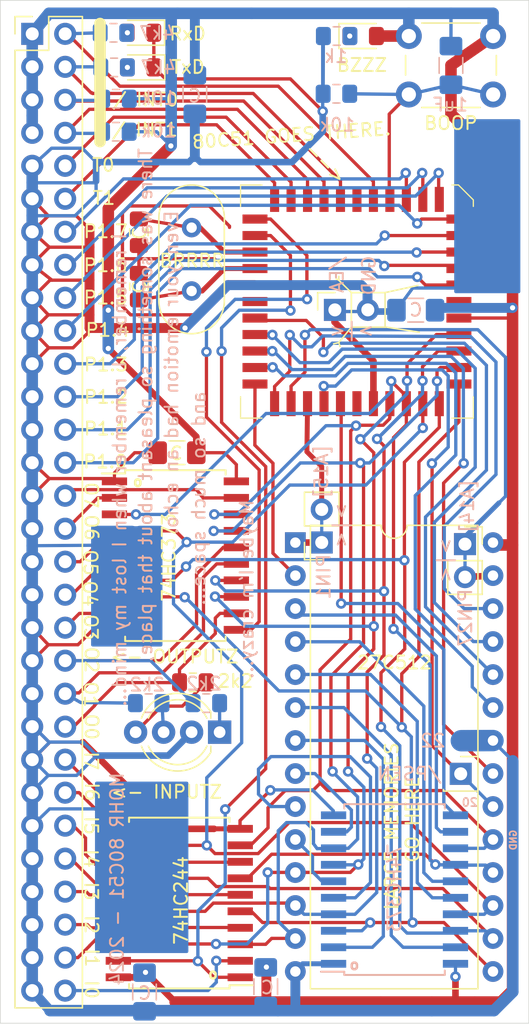
<source format=kicad_pcb>
(kicad_pcb (version 20171130) (host pcbnew 5.1.9+dfsg1-1+deb11u1)

  (general
    (thickness 1.6)
    (drawings 96)
    (tracks 905)
    (zones 0)
    (modules 34)
    (nets 74)
  )

  (page USLetter)
  (layers
    (0 F.Cu signal)
    (31 B.Cu signal)
    (32 B.Adhes user hide)
    (33 F.Adhes user hide)
    (34 B.Paste user hide)
    (35 F.Paste user hide)
    (36 B.SilkS user)
    (37 F.SilkS user)
    (38 B.Mask user)
    (39 F.Mask user hide)
    (40 Dwgs.User user hide)
    (41 Cmts.User user hide)
    (42 Eco1.User user hide)
    (43 Eco2.User user hide)
    (44 Edge.Cuts user)
    (45 Margin user hide)
    (46 B.CrtYd user hide)
    (47 F.CrtYd user hide)
    (48 B.Fab user hide)
    (49 F.Fab user hide)
  )

  (setup
    (last_trace_width 0.25)
    (user_trace_width 0.254)
    (user_trace_width 0.381)
    (user_trace_width 0.508)
    (user_trace_width 0.635)
    (user_trace_width 0.762)
    (user_trace_width 0.889)
    (trace_clearance 0.2)
    (zone_clearance 0.508)
    (zone_45_only no)
    (trace_min 0.2)
    (via_size 0.8)
    (via_drill 0.4)
    (via_min_size 0.4)
    (via_min_drill 0.3)
    (uvia_size 0.3)
    (uvia_drill 0.1)
    (uvias_allowed no)
    (uvia_min_size 0.2)
    (uvia_min_drill 0.1)
    (edge_width 0.05)
    (segment_width 0.2)
    (pcb_text_width 0.3)
    (pcb_text_size 1.5 1.5)
    (mod_edge_width 0.12)
    (mod_text_size 1 1)
    (mod_text_width 0.15)
    (pad_size 1.524 1.524)
    (pad_drill 0.762)
    (pad_to_mask_clearance 0)
    (aux_axis_origin 0 0)
    (visible_elements 7FFFEFFF)
    (pcbplotparams
      (layerselection 0x010fc_ffffffff)
      (usegerberextensions false)
      (usegerberattributes true)
      (usegerberadvancedattributes true)
      (creategerberjobfile true)
      (excludeedgelayer true)
      (linewidth 0.100000)
      (plotframeref false)
      (viasonmask false)
      (mode 1)
      (useauxorigin false)
      (hpglpennumber 1)
      (hpglpenspeed 20)
      (hpglpendiameter 15.000000)
      (psnegative false)
      (psa4output false)
      (plotreference true)
      (plotvalue true)
      (plotinvisibletext false)
      (padsonsilk false)
      (subtractmaskfromsilk false)
      (outputformat 1)
      (mirror false)
      (drillshape 0)
      (scaleselection 1)
      (outputdirectory "nc/"))
  )

  (net 0 "")
  (net 1 GND)
  (net 2 "Net-(C1-Pad1)")
  (net 3 "Net-(C2-Pad1)")
  (net 4 "Net-(C3-Pad2)")
  (net 5 +5V)
  (net 6 "Net-(U1-Pad34)")
  (net 7 "Net-(U1-Pad33)")
  (net 8 "Net-(U1-Pad29)")
  (net 9 "Net-(U1-Pad28)")
  (net 10 "Net-(U1-Pad27)")
  (net 11 "Net-(U1-Pad26)")
  (net 12 "Net-(U1-Pad25)")
  (net 13 "Net-(U1-Pad24)")
  (net 14 "Net-(U1-Pad23)")
  (net 15 "Net-(U1-Pad19)")
  (net 16 "Net-(U1-Pad18)")
  (net 17 "Net-(U1-Pad12)")
  (net 18 "Net-(U1-Pad1)")
  (net 19 T1)
  (net 20 T0)
  (net 21 INT1)
  (net 22 INT0)
  (net 23 TxD)
  (net 24 RxD)
  (net 25 I7)
  (net 26 I6)
  (net 27 I5)
  (net 28 I4)
  (net 29 I3)
  (net 30 I2)
  (net 31 I1)
  (net 32 I0)
  (net 33 O7)
  (net 34 O6)
  (net 35 O5)
  (net 36 O4)
  (net 37 O3)
  (net 38 O2)
  (net 39 O1)
  (net 40 O0)
  (net 41 "Net-(D1-Pad1)")
  (net 42 "Net-(D2-Pad4)")
  (net 43 "Net-(D2-Pad3)")
  (net 44 "Net-(D2-Pad1)")
  (net 45 P0)
  (net 46 P1)
  (net 47 P2)
  (net 48 P3)
  (net 49 P4)
  (net 50 P5)
  (net 51 P6)
  (net 52 P7)
  (net 53 "Net-(D3-Pad2)")
  (net 54 "Net-(D4-Pad2)")
  (net 55 "Net-(J3-Pad1)")
  (net 56 "Net-(J4-Pad1)")
  (net 57 AD4)
  (net 58 AD5)
  (net 59 AD6)
  (net 60 AD7)
  (net 61 A4)
  (net 62 A5)
  (net 63 A6)
  (net 64 A7)
  (net 65 A0)
  (net 66 A1)
  (net 67 A2)
  (net 68 A3)
  (net 69 AD2)
  (net 70 AD0)
  (net 71 AD3)
  (net 72 AD1)
  (net 73 "Net-(J5-Pad1)")

  (net_class Default "This is the default net class."
    (clearance 0.2)
    (trace_width 0.25)
    (via_dia 0.8)
    (via_drill 0.4)
    (uvia_dia 0.3)
    (uvia_drill 0.1)
    (add_net +5V)
    (add_net A0)
    (add_net A1)
    (add_net A2)
    (add_net A3)
    (add_net A4)
    (add_net A5)
    (add_net A6)
    (add_net A7)
    (add_net AD0)
    (add_net AD1)
    (add_net AD2)
    (add_net AD3)
    (add_net AD4)
    (add_net AD5)
    (add_net AD6)
    (add_net AD7)
    (add_net GND)
    (add_net I0)
    (add_net I1)
    (add_net I2)
    (add_net I3)
    (add_net I4)
    (add_net I5)
    (add_net I6)
    (add_net I7)
    (add_net INT0)
    (add_net INT1)
    (add_net "Net-(C1-Pad1)")
    (add_net "Net-(C2-Pad1)")
    (add_net "Net-(C3-Pad2)")
    (add_net "Net-(D1-Pad1)")
    (add_net "Net-(D2-Pad1)")
    (add_net "Net-(D2-Pad3)")
    (add_net "Net-(D2-Pad4)")
    (add_net "Net-(D3-Pad2)")
    (add_net "Net-(D4-Pad2)")
    (add_net "Net-(J3-Pad1)")
    (add_net "Net-(J4-Pad1)")
    (add_net "Net-(J5-Pad1)")
    (add_net "Net-(U1-Pad1)")
    (add_net "Net-(U1-Pad12)")
    (add_net "Net-(U1-Pad18)")
    (add_net "Net-(U1-Pad19)")
    (add_net "Net-(U1-Pad23)")
    (add_net "Net-(U1-Pad24)")
    (add_net "Net-(U1-Pad25)")
    (add_net "Net-(U1-Pad26)")
    (add_net "Net-(U1-Pad27)")
    (add_net "Net-(U1-Pad28)")
    (add_net "Net-(U1-Pad29)")
    (add_net "Net-(U1-Pad33)")
    (add_net "Net-(U1-Pad34)")
    (add_net O0)
    (add_net O1)
    (add_net O2)
    (add_net O3)
    (add_net O4)
    (add_net O5)
    (add_net O6)
    (add_net O7)
    (add_net P0)
    (add_net P1)
    (add_net P2)
    (add_net P3)
    (add_net P4)
    (add_net P5)
    (add_net P6)
    (add_net P7)
    (add_net RxD)
    (add_net T0)
    (add_net T1)
    (add_net TxD)
  )

  (module Connector_PinSocket_2.54mm:PinSocket_1x01_P2.54mm_Vertical (layer F.Cu) (tedit 5A19A434) (tstamp 6724A266)
    (at 124 120.3)
    (descr "Through hole straight socket strip, 1x01, 2.54mm pitch, single row (from Kicad 4.0.7), script generated")
    (tags "Through hole socket strip THT 1x01 2.54mm single row")
    (path /6728C2F8)
    (fp_text reference J5 (at 0 -2.77) (layer F.Fab)
      (effects (font (size 1 1) (thickness 0.15)))
    )
    (fp_text value Conn_01x01_Male (at 0 2.77) (layer F.Fab)
      (effects (font (size 1 1) (thickness 0.15)))
    )
    (fp_line (start -1.8 1.75) (end -1.8 -1.8) (layer F.CrtYd) (width 0.05))
    (fp_line (start 1.75 1.75) (end -1.8 1.75) (layer F.CrtYd) (width 0.05))
    (fp_line (start 1.75 -1.8) (end 1.75 1.75) (layer F.CrtYd) (width 0.05))
    (fp_line (start -1.8 -1.8) (end 1.75 -1.8) (layer F.CrtYd) (width 0.05))
    (fp_line (start 0 -1.33) (end 1.33 -1.33) (layer F.SilkS) (width 0.12))
    (fp_line (start 1.33 -1.33) (end 1.33 0) (layer F.SilkS) (width 0.12))
    (fp_line (start 1.33 1.21) (end 1.33 1.33) (layer F.SilkS) (width 0.12))
    (fp_line (start -1.33 1.21) (end -1.33 1.33) (layer F.SilkS) (width 0.12))
    (fp_line (start -1.33 1.33) (end 1.33 1.33) (layer F.SilkS) (width 0.12))
    (fp_line (start -1.27 1.27) (end -1.27 -1.27) (layer F.Fab) (width 0.1))
    (fp_line (start 1.27 1.27) (end -1.27 1.27) (layer F.Fab) (width 0.1))
    (fp_line (start 1.27 -0.635) (end 1.27 1.27) (layer F.Fab) (width 0.1))
    (fp_line (start 0.635 -1.27) (end 1.27 -0.635) (layer F.Fab) (width 0.1))
    (fp_line (start -1.27 -1.27) (end 0.635 -1.27) (layer F.Fab) (width 0.1))
    (fp_text user %R (at 0 0) (layer F.Fab)
      (effects (font (size 1 1) (thickness 0.15)))
    )
    (pad 1 thru_hole rect (at 0 0) (size 1.7 1.7) (drill 1) (layers *.Cu *.Mask)
      (net 73 "Net-(J5-Pad1)"))
    (model ${KISYS3DMOD}/Connector_PinSocket_2.54mm.3dshapes/PinSocket_1x01_P2.54mm_Vertical.wrl
      (at (xyz 0 0 0))
      (scale (xyz 1 1 1))
      (rotate (xyz 0 0 0))
    )
  )

  (module MountingHole:MountingHole_3.2mm_M3 (layer F.Cu) (tedit 56D1B4CB) (tstamp 67242CC5)
    (at 108.7 64.4)
    (descr "Mounting Hole 3.2mm, no annular, M3")
    (tags "mounting hole 3.2mm no annular m3")
    (path /672507C9)
    (attr virtual)
    (fp_text reference H1 (at 3 0.5) (layer F.Fab)
      (effects (font (size 1 1) (thickness 0.15)))
    )
    (fp_text value MountingHole (at 0 4.2) (layer F.Fab)
      (effects (font (size 1 1) (thickness 0.15)))
    )
    (fp_circle (center 0 0) (end 3.45 0) (layer F.CrtYd) (width 0.05))
    (fp_circle (center 0 0) (end 3.2 0) (layer Cmts.User) (width 0.15))
    (fp_text user %R (at 0.3 0) (layer F.Fab)
      (effects (font (size 1 1) (thickness 0.15)))
    )
    (pad 1 np_thru_hole circle (at 0 0) (size 3.2 3.2) (drill 3.2) (layers *.Cu *.Mask))
  )

  (module Capacitor_SMD:C_1206_3216Metric_Pad1.42x1.75mm_HandSolder (layer B.Cu) (tedit 5B301BBE) (tstamp 6725D9B8)
    (at 103.5 68 270)
    (descr "Capacitor SMD 1206 (3216 Metric), square (rectangular) end terminal, IPC_7351 nominal with elongated pad for handsoldering. (Body size source: http://www.tortai-tech.com/upload/download/2011102023233369053.pdf), generated with kicad-footprint-generator")
    (tags "capacitor handsolder")
    (path /68DA1F50)
    (attr smd)
    (fp_text reference C8 (at 0 1.82 270) (layer F.Fab)
      (effects (font (size 1 1) (thickness 0.15)) (justify mirror))
    )
    (fp_text value C (at 0 -1.82 270) (layer B.Fab)
      (effects (font (size 1 1) (thickness 0.15)) (justify mirror))
    )
    (fp_line (start -1.6 -0.8) (end -1.6 0.8) (layer B.Fab) (width 0.1))
    (fp_line (start -1.6 0.8) (end 1.6 0.8) (layer B.Fab) (width 0.1))
    (fp_line (start 1.6 0.8) (end 1.6 -0.8) (layer B.Fab) (width 0.1))
    (fp_line (start 1.6 -0.8) (end -1.6 -0.8) (layer B.Fab) (width 0.1))
    (fp_line (start -0.602064 0.91) (end 0.602064 0.91) (layer B.SilkS) (width 0.12))
    (fp_line (start -0.602064 -0.91) (end 0.602064 -0.91) (layer B.SilkS) (width 0.12))
    (fp_line (start -2.45 -1.12) (end -2.45 1.12) (layer B.CrtYd) (width 0.05))
    (fp_line (start -2.45 1.12) (end 2.45 1.12) (layer B.CrtYd) (width 0.05))
    (fp_line (start 2.45 1.12) (end 2.45 -1.12) (layer B.CrtYd) (width 0.05))
    (fp_line (start 2.45 -1.12) (end -2.45 -1.12) (layer B.CrtYd) (width 0.05))
    (fp_text user %R (at 0 0 270) (layer B.Fab)
      (effects (font (size 0.8 0.8) (thickness 0.12)) (justify mirror))
    )
    (pad 2 smd roundrect (at 1.4875 0 270) (size 1.425 1.75) (layers B.Cu B.Paste B.Mask) (roundrect_rratio 0.1754385964912281)
      (net 1 GND))
    (pad 1 smd roundrect (at -1.4875 0 270) (size 1.425 1.75) (layers B.Cu B.Paste B.Mask) (roundrect_rratio 0.1754385964912281)
      (net 5 +5V))
    (model ${KISYS3DMOD}/Capacitor_SMD.3dshapes/C_1206_3216Metric.wrl
      (at (xyz 0 0 0))
      (scale (xyz 1 1 1))
      (rotate (xyz 0 0 0))
    )
  )

  (module Package_DIP:DIP-28_W15.24mm (layer F.Cu) (tedit 5A02E8C5) (tstamp 6721439A)
    (at 111.25 102.5)
    (descr "28-lead though-hole mounted DIP package, row spacing 15.24 mm (600 mils)")
    (tags "THT DIP DIL PDIP 2.54mm 15.24mm 600mil")
    (path /684A7F2C)
    (fp_text reference U5 (at 7.62 -2.33) (layer F.Fab)
      (effects (font (size 1 1) (thickness 0.15)))
    )
    (fp_text value 27C512 (at 7.62 35.35) (layer F.Fab)
      (effects (font (size 1 1) (thickness 0.15)))
    )
    (fp_line (start 1.255 -1.27) (end 14.985 -1.27) (layer F.Fab) (width 0.1))
    (fp_line (start 14.985 -1.27) (end 14.985 34.29) (layer F.Fab) (width 0.1))
    (fp_line (start 14.985 34.29) (end 0.255 34.29) (layer F.Fab) (width 0.1))
    (fp_line (start 0.255 34.29) (end 0.255 -0.27) (layer F.Fab) (width 0.1))
    (fp_line (start 0.255 -0.27) (end 1.255 -1.27) (layer F.Fab) (width 0.1))
    (fp_line (start 6.62 -1.33) (end 1.16 -1.33) (layer F.SilkS) (width 0.12))
    (fp_line (start 1.16 -1.33) (end 1.16 34.35) (layer F.SilkS) (width 0.12))
    (fp_line (start 1.16 34.35) (end 14.08 34.35) (layer F.SilkS) (width 0.12))
    (fp_line (start 14.08 34.35) (end 14.08 -1.33) (layer F.SilkS) (width 0.12))
    (fp_line (start 14.08 -1.33) (end 8.62 -1.33) (layer F.SilkS) (width 0.12))
    (fp_line (start -1.05 -1.55) (end -1.05 34.55) (layer F.CrtYd) (width 0.05))
    (fp_line (start -1.05 34.55) (end 16.3 34.55) (layer F.CrtYd) (width 0.05))
    (fp_line (start 16.3 34.55) (end 16.3 -1.55) (layer F.CrtYd) (width 0.05))
    (fp_line (start 16.3 -1.55) (end -1.05 -1.55) (layer F.CrtYd) (width 0.05))
    (fp_text user %R (at 7.62 16.51) (layer F.Fab)
      (effects (font (size 1 1) (thickness 0.15)))
    )
    (fp_arc (start 7.62 -1.33) (end 6.62 -1.33) (angle -180) (layer F.SilkS) (width 0.12))
    (pad 28 thru_hole oval (at 15.24 0) (size 1.6 1.6) (drill 0.8) (layers *.Cu *.Mask)
      (net 5 +5V))
    (pad 14 thru_hole oval (at 0 33.02) (size 1.6 1.6) (drill 0.8) (layers *.Cu *.Mask)
      (net 1 GND))
    (pad 27 thru_hole oval (at 15.24 2.54) (size 1.6 1.6) (drill 0.8) (layers *.Cu *.Mask)
      (net 56 "Net-(J4-Pad1)"))
    (pad 13 thru_hole oval (at 0 30.48) (size 1.6 1.6) (drill 0.8) (layers *.Cu *.Mask)
      (net 69 AD2))
    (pad 26 thru_hole oval (at 15.24 5.08) (size 1.6 1.6) (drill 0.8) (layers *.Cu *.Mask)
      (net 8 "Net-(U1-Pad29)"))
    (pad 12 thru_hole oval (at 0 27.94) (size 1.6 1.6) (drill 0.8) (layers *.Cu *.Mask)
      (net 72 AD1))
    (pad 25 thru_hole oval (at 15.24 7.62) (size 1.6 1.6) (drill 0.8) (layers *.Cu *.Mask)
      (net 13 "Net-(U1-Pad24)"))
    (pad 11 thru_hole oval (at 0 25.4) (size 1.6 1.6) (drill 0.8) (layers *.Cu *.Mask)
      (net 70 AD0))
    (pad 24 thru_hole oval (at 15.24 10.16) (size 1.6 1.6) (drill 0.8) (layers *.Cu *.Mask)
      (net 12 "Net-(U1-Pad25)"))
    (pad 10 thru_hole oval (at 0 22.86) (size 1.6 1.6) (drill 0.8) (layers *.Cu *.Mask)
      (net 65 A0))
    (pad 23 thru_hole oval (at 15.24 12.7) (size 1.6 1.6) (drill 0.8) (layers *.Cu *.Mask)
      (net 10 "Net-(U1-Pad27)"))
    (pad 9 thru_hole oval (at 0 20.32) (size 1.6 1.6) (drill 0.8) (layers *.Cu *.Mask)
      (net 66 A1))
    (pad 22 thru_hole oval (at 15.24 15.24) (size 1.6 1.6) (drill 0.8) (layers *.Cu *.Mask)
      (net 1 GND))
    (pad 8 thru_hole oval (at 0 17.78) (size 1.6 1.6) (drill 0.8) (layers *.Cu *.Mask)
      (net 67 A2))
    (pad 21 thru_hole oval (at 15.24 17.78) (size 1.6 1.6) (drill 0.8) (layers *.Cu *.Mask)
      (net 11 "Net-(U1-Pad26)"))
    (pad 7 thru_hole oval (at 0 15.24) (size 1.6 1.6) (drill 0.8) (layers *.Cu *.Mask)
      (net 68 A3))
    (pad 20 thru_hole oval (at 15.24 20.32) (size 1.6 1.6) (drill 0.8) (layers *.Cu *.Mask)
      (net 73 "Net-(J5-Pad1)"))
    (pad 6 thru_hole oval (at 0 12.7) (size 1.6 1.6) (drill 0.8) (layers *.Cu *.Mask)
      (net 61 A4))
    (pad 19 thru_hole oval (at 15.24 22.86) (size 1.6 1.6) (drill 0.8) (layers *.Cu *.Mask)
      (net 60 AD7))
    (pad 5 thru_hole oval (at 0 10.16) (size 1.6 1.6) (drill 0.8) (layers *.Cu *.Mask)
      (net 62 A5))
    (pad 18 thru_hole oval (at 15.24 25.4) (size 1.6 1.6) (drill 0.8) (layers *.Cu *.Mask)
      (net 59 AD6))
    (pad 4 thru_hole oval (at 0 7.62) (size 1.6 1.6) (drill 0.8) (layers *.Cu *.Mask)
      (net 63 A6))
    (pad 17 thru_hole oval (at 15.24 27.94) (size 1.6 1.6) (drill 0.8) (layers *.Cu *.Mask)
      (net 58 AD5))
    (pad 3 thru_hole oval (at 0 5.08) (size 1.6 1.6) (drill 0.8) (layers *.Cu *.Mask)
      (net 64 A7))
    (pad 16 thru_hole oval (at 15.24 30.48) (size 1.6 1.6) (drill 0.8) (layers *.Cu *.Mask)
      (net 57 AD4))
    (pad 2 thru_hole oval (at 0 2.54) (size 1.6 1.6) (drill 0.8) (layers *.Cu *.Mask)
      (net 9 "Net-(U1-Pad28)"))
    (pad 15 thru_hole oval (at 15.24 33.02) (size 1.6 1.6) (drill 0.8) (layers *.Cu *.Mask)
      (net 71 AD3))
    (pad 1 thru_hole rect (at 0 0) (size 1.6 1.6) (drill 0.8) (layers *.Cu *.Mask)
      (net 55 "Net-(J3-Pad1)"))
    (model ${KISYS3DMOD}/Package_DIP.3dshapes/DIP-28_W15.24mm.wrl
      (at (xyz 0 0 0))
      (scale (xyz 1 1 1))
      (rotate (xyz 0 0 0))
    )
  )

  (module Resistor_SMD:R_0805_2012Metric_Pad1.15x1.40mm_HandSolder (layer B.Cu) (tedit 5B36C52B) (tstamp 67216E7D)
    (at 97.409 70.866 180)
    (descr "Resistor SMD 0805 (2012 Metric), square (rectangular) end terminal, IPC_7351 nominal with elongated pad for handsoldering. (Body size source: https://docs.google.com/spreadsheets/d/1BsfQQcO9C6DZCsRaXUlFlo91Tg2WpOkGARC1WS5S8t0/edit?usp=sharing), generated with kicad-footprint-generator")
    (tags "resistor handsolder")
    (path /683ABA08)
    (attr smd)
    (fp_text reference R9 (at 0 1.65 180) (layer F.Fab)
      (effects (font (size 1 1) (thickness 0.15)) (justify mirror))
    )
    (fp_text value R (at 0 -1.65 180) (layer B.Fab)
      (effects (font (size 1 1) (thickness 0.15)) (justify mirror))
    )
    (fp_line (start -1 -0.6) (end -1 0.6) (layer B.Fab) (width 0.1))
    (fp_line (start -1 0.6) (end 1 0.6) (layer B.Fab) (width 0.1))
    (fp_line (start 1 0.6) (end 1 -0.6) (layer B.Fab) (width 0.1))
    (fp_line (start 1 -0.6) (end -1 -0.6) (layer B.Fab) (width 0.1))
    (fp_line (start -0.261252 0.71) (end 0.261252 0.71) (layer B.SilkS) (width 0.12))
    (fp_line (start -0.261252 -0.71) (end 0.261252 -0.71) (layer B.SilkS) (width 0.12))
    (fp_line (start -1.85 -0.95) (end -1.85 0.95) (layer B.CrtYd) (width 0.05))
    (fp_line (start -1.85 0.95) (end 1.85 0.95) (layer B.CrtYd) (width 0.05))
    (fp_line (start 1.85 0.95) (end 1.85 -0.95) (layer B.CrtYd) (width 0.05))
    (fp_line (start 1.85 -0.95) (end -1.85 -0.95) (layer B.CrtYd) (width 0.05))
    (fp_text user %R (at 0 0 180) (layer B.Fab)
      (effects (font (size 0.5 0.5) (thickness 0.08)) (justify mirror))
    )
    (pad 2 smd roundrect (at 1.025 0 180) (size 1.15 1.4) (layers B.Cu B.Paste B.Mask) (roundrect_rratio 0.2173904347826087)
      (net 21 INT1))
    (pad 1 smd roundrect (at -1.025 0 180) (size 1.15 1.4) (layers B.Cu B.Paste B.Mask) (roundrect_rratio 0.2173904347826087)
      (net 5 +5V))
    (model ${KISYS3DMOD}/Resistor_SMD.3dshapes/R_0805_2012Metric.wrl
      (at (xyz 0 0 0))
      (scale (xyz 1 1 1))
      (rotate (xyz 0 0 0))
    )
  )

  (module Resistor_SMD:R_0805_2012Metric_Pad1.15x1.40mm_HandSolder (layer B.Cu) (tedit 5B36C52B) (tstamp 67216D99)
    (at 97.418 68.326 180)
    (descr "Resistor SMD 0805 (2012 Metric), square (rectangular) end terminal, IPC_7351 nominal with elongated pad for handsoldering. (Body size source: https://docs.google.com/spreadsheets/d/1BsfQQcO9C6DZCsRaXUlFlo91Tg2WpOkGARC1WS5S8t0/edit?usp=sharing), generated with kicad-footprint-generator")
    (tags "resistor handsolder")
    (path /683AB121)
    (attr smd)
    (fp_text reference R8 (at 0 1.65 180) (layer F.Fab)
      (effects (font (size 1 1) (thickness 0.15)) (justify mirror))
    )
    (fp_text value R (at 0 -1.65 180) (layer B.Fab)
      (effects (font (size 1 1) (thickness 0.15)) (justify mirror))
    )
    (fp_line (start -1 -0.6) (end -1 0.6) (layer B.Fab) (width 0.1))
    (fp_line (start -1 0.6) (end 1 0.6) (layer B.Fab) (width 0.1))
    (fp_line (start 1 0.6) (end 1 -0.6) (layer B.Fab) (width 0.1))
    (fp_line (start 1 -0.6) (end -1 -0.6) (layer B.Fab) (width 0.1))
    (fp_line (start -0.261252 0.71) (end 0.261252 0.71) (layer B.SilkS) (width 0.12))
    (fp_line (start -0.261252 -0.71) (end 0.261252 -0.71) (layer B.SilkS) (width 0.12))
    (fp_line (start -1.85 -0.95) (end -1.85 0.95) (layer B.CrtYd) (width 0.05))
    (fp_line (start -1.85 0.95) (end 1.85 0.95) (layer B.CrtYd) (width 0.05))
    (fp_line (start 1.85 0.95) (end 1.85 -0.95) (layer B.CrtYd) (width 0.05))
    (fp_line (start 1.85 -0.95) (end -1.85 -0.95) (layer B.CrtYd) (width 0.05))
    (fp_text user %R (at 0 0 180) (layer B.Fab)
      (effects (font (size 0.5 0.5) (thickness 0.08)) (justify mirror))
    )
    (pad 2 smd roundrect (at 1.025 0 180) (size 1.15 1.4) (layers B.Cu B.Paste B.Mask) (roundrect_rratio 0.2173904347826087)
      (net 22 INT0))
    (pad 1 smd roundrect (at -1.025 0 180) (size 1.15 1.4) (layers B.Cu B.Paste B.Mask) (roundrect_rratio 0.2173904347826087)
      (net 5 +5V))
    (model ${KISYS3DMOD}/Resistor_SMD.3dshapes/R_0805_2012Metric.wrl
      (at (xyz 0 0 0))
      (scale (xyz 1 1 1))
      (rotate (xyz 0 0 0))
    )
  )

  (module Resistor_SMD:R_0805_2012Metric_Pad1.15x1.40mm_HandSolder (layer B.Cu) (tedit 5B36C52B) (tstamp 67213ED6)
    (at 97.273 65.913 180)
    (descr "Resistor SMD 0805 (2012 Metric), square (rectangular) end terminal, IPC_7351 nominal with elongated pad for handsoldering. (Body size source: https://docs.google.com/spreadsheets/d/1BsfQQcO9C6DZCsRaXUlFlo91Tg2WpOkGARC1WS5S8t0/edit?usp=sharing), generated with kicad-footprint-generator")
    (tags "resistor handsolder")
    (path /683E4802)
    (attr smd)
    (fp_text reference R7 (at 0 1.65) (layer F.Fab)
      (effects (font (size 1 1) (thickness 0.15)) (justify mirror))
    )
    (fp_text value R (at 0 -1.65) (layer B.Fab)
      (effects (font (size 1 1) (thickness 0.15)) (justify mirror))
    )
    (fp_line (start -1 -0.6) (end -1 0.6) (layer B.Fab) (width 0.1))
    (fp_line (start -1 0.6) (end 1 0.6) (layer B.Fab) (width 0.1))
    (fp_line (start 1 0.6) (end 1 -0.6) (layer B.Fab) (width 0.1))
    (fp_line (start 1 -0.6) (end -1 -0.6) (layer B.Fab) (width 0.1))
    (fp_line (start -0.261252 0.71) (end 0.261252 0.71) (layer B.SilkS) (width 0.12))
    (fp_line (start -0.261252 -0.71) (end 0.261252 -0.71) (layer B.SilkS) (width 0.12))
    (fp_line (start -1.85 -0.95) (end -1.85 0.95) (layer B.CrtYd) (width 0.05))
    (fp_line (start -1.85 0.95) (end 1.85 0.95) (layer B.CrtYd) (width 0.05))
    (fp_line (start 1.85 0.95) (end 1.85 -0.95) (layer B.CrtYd) (width 0.05))
    (fp_line (start 1.85 -0.95) (end -1.85 -0.95) (layer B.CrtYd) (width 0.05))
    (fp_text user %R (at 0 0) (layer B.Fab)
      (effects (font (size 0.5 0.5) (thickness 0.08)) (justify mirror))
    )
    (pad 2 smd roundrect (at 1.025 0 180) (size 1.15 1.4) (layers B.Cu B.Paste B.Mask) (roundrect_rratio 0.2173904347826087)
      (net 23 TxD))
    (pad 1 smd roundrect (at -1.025 0 180) (size 1.15 1.4) (layers B.Cu B.Paste B.Mask) (roundrect_rratio 0.2173904347826087)
      (net 54 "Net-(D4-Pad2)"))
    (model ${KISYS3DMOD}/Resistor_SMD.3dshapes/R_0805_2012Metric.wrl
      (at (xyz 0 0 0))
      (scale (xyz 1 1 1))
      (rotate (xyz 0 0 0))
    )
  )

  (module Resistor_SMD:R_0805_2012Metric_Pad1.15x1.40mm_HandSolder (layer B.Cu) (tedit 5B36C52B) (tstamp 67213DAF)
    (at 97.225 63.25 180)
    (descr "Resistor SMD 0805 (2012 Metric), square (rectangular) end terminal, IPC_7351 nominal with elongated pad for handsoldering. (Body size source: https://docs.google.com/spreadsheets/d/1BsfQQcO9C6DZCsRaXUlFlo91Tg2WpOkGARC1WS5S8t0/edit?usp=sharing), generated with kicad-footprint-generator")
    (tags "resistor handsolder")
    (path /683E4083)
    (attr smd)
    (fp_text reference R1 (at 0 1.65) (layer F.Fab)
      (effects (font (size 1 1) (thickness 0.15)) (justify mirror))
    )
    (fp_text value R (at 0 -1.65) (layer B.Fab)
      (effects (font (size 1 1) (thickness 0.15)) (justify mirror))
    )
    (fp_line (start -1 -0.6) (end -1 0.6) (layer B.Fab) (width 0.1))
    (fp_line (start -1 0.6) (end 1 0.6) (layer B.Fab) (width 0.1))
    (fp_line (start 1 0.6) (end 1 -0.6) (layer B.Fab) (width 0.1))
    (fp_line (start 1 -0.6) (end -1 -0.6) (layer B.Fab) (width 0.1))
    (fp_line (start -0.261252 0.71) (end 0.261252 0.71) (layer B.SilkS) (width 0.12))
    (fp_line (start -0.261252 -0.71) (end 0.261252 -0.71) (layer B.SilkS) (width 0.12))
    (fp_line (start -1.85 -0.95) (end -1.85 0.95) (layer B.CrtYd) (width 0.05))
    (fp_line (start -1.85 0.95) (end 1.85 0.95) (layer B.CrtYd) (width 0.05))
    (fp_line (start 1.85 0.95) (end 1.85 -0.95) (layer B.CrtYd) (width 0.05))
    (fp_line (start 1.85 -0.95) (end -1.85 -0.95) (layer B.CrtYd) (width 0.05))
    (fp_text user %R (at 0 0) (layer B.Fab)
      (effects (font (size 0.5 0.5) (thickness 0.08)) (justify mirror))
    )
    (pad 2 smd roundrect (at 1.025 0 180) (size 1.15 1.4) (layers B.Cu B.Paste B.Mask) (roundrect_rratio 0.2173904347826087)
      (net 24 RxD))
    (pad 1 smd roundrect (at -1.025 0 180) (size 1.15 1.4) (layers B.Cu B.Paste B.Mask) (roundrect_rratio 0.2173904347826087)
      (net 53 "Net-(D3-Pad2)"))
    (model ${KISYS3DMOD}/Resistor_SMD.3dshapes/R_0805_2012Metric.wrl
      (at (xyz 0 0 0))
      (scale (xyz 1 1 1))
      (rotate (xyz 0 0 0))
    )
  )

  (module Connector_PinSocket_2.54mm:PinSocket_1x02_P2.54mm_Vertical (layer F.Cu) (tedit 5A19A420) (tstamp 67214CFB)
    (at 124.333 102.616)
    (descr "Through hole straight socket strip, 1x02, 2.54mm pitch, single row (from Kicad 4.0.7), script generated")
    (tags "Through hole socket strip THT 1x02 2.54mm single row")
    (path /684ECB1F)
    (fp_text reference J4 (at 0 -2.77) (layer F.Fab)
      (effects (font (size 1 1) (thickness 0.15)))
    )
    (fp_text value Conn_01x02_Male (at 0 5.31) (layer F.Fab)
      (effects (font (size 1 1) (thickness 0.15)))
    )
    (fp_line (start -1.27 -1.27) (end 0.635 -1.27) (layer F.Fab) (width 0.1))
    (fp_line (start 0.635 -1.27) (end 1.27 -0.635) (layer F.Fab) (width 0.1))
    (fp_line (start 1.27 -0.635) (end 1.27 3.81) (layer F.Fab) (width 0.1))
    (fp_line (start 1.27 3.81) (end -1.27 3.81) (layer F.Fab) (width 0.1))
    (fp_line (start -1.27 3.81) (end -1.27 -1.27) (layer F.Fab) (width 0.1))
    (fp_line (start -1.33 1.27) (end 1.33 1.27) (layer F.SilkS) (width 0.12))
    (fp_line (start -1.33 1.27) (end -1.33 3.87) (layer F.SilkS) (width 0.12))
    (fp_line (start -1.33 3.87) (end 1.33 3.87) (layer F.SilkS) (width 0.12))
    (fp_line (start 1.33 1.27) (end 1.33 3.87) (layer F.SilkS) (width 0.12))
    (fp_line (start 1.33 -1.33) (end 1.33 0) (layer F.SilkS) (width 0.12))
    (fp_line (start 0 -1.33) (end 1.33 -1.33) (layer F.SilkS) (width 0.12))
    (fp_line (start -1.8 -1.8) (end 1.75 -1.8) (layer F.CrtYd) (width 0.05))
    (fp_line (start 1.75 -1.8) (end 1.75 4.3) (layer F.CrtYd) (width 0.05))
    (fp_line (start 1.75 4.3) (end -1.8 4.3) (layer F.CrtYd) (width 0.05))
    (fp_line (start -1.8 4.3) (end -1.8 -1.8) (layer F.CrtYd) (width 0.05))
    (fp_text user %R (at 0 1.27 90) (layer F.Fab)
      (effects (font (size 1 1) (thickness 0.15)))
    )
    (pad 2 thru_hole oval (at 0 2.54) (size 1.7 1.7) (drill 1) (layers *.Cu *.Mask)
      (net 56 "Net-(J4-Pad1)"))
    (pad 1 thru_hole rect (at 0 0) (size 1.7 1.7) (drill 1) (layers *.Cu *.Mask)
      (net 56 "Net-(J4-Pad1)"))
    (model ${KISYS3DMOD}/Connector_PinSocket_2.54mm.3dshapes/PinSocket_1x02_P2.54mm_Vertical.wrl
      (at (xyz 0 0 0))
      (scale (xyz 1 1 1))
      (rotate (xyz 0 0 0))
    )
  )

  (module Connector_PinSocket_2.54mm:PinSocket_1x02_P2.54mm_Vertical (layer F.Cu) (tedit 5A19A420) (tstamp 67213AE6)
    (at 113.284 102.489 180)
    (descr "Through hole straight socket strip, 1x02, 2.54mm pitch, single row (from Kicad 4.0.7), script generated")
    (tags "Through hole socket strip THT 1x02 2.54mm single row")
    (path /684D936C)
    (fp_text reference J3 (at 0 -2.77) (layer F.Fab)
      (effects (font (size 1 1) (thickness 0.15)))
    )
    (fp_text value Conn_01x02_Male (at 0 5.31) (layer F.Fab)
      (effects (font (size 1 1) (thickness 0.15)))
    )
    (fp_line (start -1.27 -1.27) (end 0.635 -1.27) (layer F.Fab) (width 0.1))
    (fp_line (start 0.635 -1.27) (end 1.27 -0.635) (layer F.Fab) (width 0.1))
    (fp_line (start 1.27 -0.635) (end 1.27 3.81) (layer F.Fab) (width 0.1))
    (fp_line (start 1.27 3.81) (end -1.27 3.81) (layer F.Fab) (width 0.1))
    (fp_line (start -1.27 3.81) (end -1.27 -1.27) (layer F.Fab) (width 0.1))
    (fp_line (start -1.33 1.27) (end 1.33 1.27) (layer F.SilkS) (width 0.12))
    (fp_line (start -1.33 1.27) (end -1.33 3.87) (layer F.SilkS) (width 0.12))
    (fp_line (start -1.33 3.87) (end 1.33 3.87) (layer F.SilkS) (width 0.12))
    (fp_line (start 1.33 1.27) (end 1.33 3.87) (layer F.SilkS) (width 0.12))
    (fp_line (start 1.33 -1.33) (end 1.33 0) (layer F.SilkS) (width 0.12))
    (fp_line (start 0 -1.33) (end 1.33 -1.33) (layer F.SilkS) (width 0.12))
    (fp_line (start -1.8 -1.8) (end 1.75 -1.8) (layer F.CrtYd) (width 0.05))
    (fp_line (start 1.75 -1.8) (end 1.75 4.3) (layer F.CrtYd) (width 0.05))
    (fp_line (start 1.75 4.3) (end -1.8 4.3) (layer F.CrtYd) (width 0.05))
    (fp_line (start -1.8 4.3) (end -1.8 -1.8) (layer F.CrtYd) (width 0.05))
    (fp_text user %R (at 0 1.27 90) (layer F.Fab)
      (effects (font (size 1 1) (thickness 0.15)))
    )
    (pad 2 thru_hole oval (at 0 2.54 180) (size 1.7 1.7) (drill 1) (layers *.Cu *.Mask)
      (net 55 "Net-(J3-Pad1)"))
    (pad 1 thru_hole rect (at 0 0 180) (size 1.7 1.7) (drill 1) (layers *.Cu *.Mask)
      (net 55 "Net-(J3-Pad1)"))
    (model ${KISYS3DMOD}/Connector_PinSocket_2.54mm.3dshapes/PinSocket_1x02_P2.54mm_Vertical.wrl
      (at (xyz 0 0 0))
      (scale (xyz 1 1 1))
      (rotate (xyz 0 0 0))
    )
  )

  (module LED_SMD:LED_0805_2012Metric_Pad1.15x1.40mm_HandSolder (layer F.Cu) (tedit 5B4B45C9) (tstamp 672137D8)
    (at 99.323 65.913 180)
    (descr "LED SMD 0805 (2012 Metric), square (rectangular) end terminal, IPC_7351 nominal, (Body size source: https://docs.google.com/spreadsheets/d/1BsfQQcO9C6DZCsRaXUlFlo91Tg2WpOkGARC1WS5S8t0/edit?usp=sharing), generated with kicad-footprint-generator")
    (tags "LED handsolder")
    (path /683E7046)
    (attr smd)
    (fp_text reference D4 (at 0 -1.65) (layer F.Fab)
      (effects (font (size 1 1) (thickness 0.15)))
    )
    (fp_text value LED (at 0 1.65) (layer F.Fab)
      (effects (font (size 1 1) (thickness 0.15)))
    )
    (fp_line (start 1 -0.6) (end -0.7 -0.6) (layer F.Fab) (width 0.1))
    (fp_line (start -0.7 -0.6) (end -1 -0.3) (layer F.Fab) (width 0.1))
    (fp_line (start -1 -0.3) (end -1 0.6) (layer F.Fab) (width 0.1))
    (fp_line (start -1 0.6) (end 1 0.6) (layer F.Fab) (width 0.1))
    (fp_line (start 1 0.6) (end 1 -0.6) (layer F.Fab) (width 0.1))
    (fp_line (start 1 -0.96) (end -1.86 -0.96) (layer F.SilkS) (width 0.12))
    (fp_line (start -1.86 -0.96) (end -1.86 0.96) (layer F.SilkS) (width 0.12))
    (fp_line (start -1.86 0.96) (end 1 0.96) (layer F.SilkS) (width 0.12))
    (fp_line (start -1.85 0.95) (end -1.85 -0.95) (layer F.CrtYd) (width 0.05))
    (fp_line (start -1.85 -0.95) (end 1.85 -0.95) (layer F.CrtYd) (width 0.05))
    (fp_line (start 1.85 -0.95) (end 1.85 0.95) (layer F.CrtYd) (width 0.05))
    (fp_line (start 1.85 0.95) (end -1.85 0.95) (layer F.CrtYd) (width 0.05))
    (fp_text user %R (at 0 0) (layer F.Fab)
      (effects (font (size 0.5 0.5) (thickness 0.08)))
    )
    (pad 2 smd roundrect (at 1.025 0 180) (size 1.15 1.4) (layers F.Cu F.Paste F.Mask) (roundrect_rratio 0.2173904347826087)
      (net 54 "Net-(D4-Pad2)"))
    (pad 1 smd roundrect (at -1.025 0 180) (size 1.15 1.4) (layers F.Cu F.Paste F.Mask) (roundrect_rratio 0.2173904347826087)
      (net 1 GND))
    (model ${KISYS3DMOD}/LED_SMD.3dshapes/LED_0805_2012Metric.wrl
      (at (xyz 0 0 0))
      (scale (xyz 1 1 1))
      (rotate (xyz 0 0 0))
    )
  )

  (module LED_SMD:LED_0805_2012Metric_Pad1.15x1.40mm_HandSolder (layer F.Cu) (tedit 5B4B45C9) (tstamp 6721373B)
    (at 99.305 63.246 180)
    (descr "LED SMD 0805 (2012 Metric), square (rectangular) end terminal, IPC_7351 nominal, (Body size source: https://docs.google.com/spreadsheets/d/1BsfQQcO9C6DZCsRaXUlFlo91Tg2WpOkGARC1WS5S8t0/edit?usp=sharing), generated with kicad-footprint-generator")
    (tags "LED handsolder")
    (path /683E66EE)
    (attr smd)
    (fp_text reference D3 (at 0 -1.65) (layer F.Fab)
      (effects (font (size 1 1) (thickness 0.15)))
    )
    (fp_text value LED (at 0 1.65) (layer F.Fab)
      (effects (font (size 1 1) (thickness 0.15)))
    )
    (fp_line (start 1 -0.6) (end -0.7 -0.6) (layer F.Fab) (width 0.1))
    (fp_line (start -0.7 -0.6) (end -1 -0.3) (layer F.Fab) (width 0.1))
    (fp_line (start -1 -0.3) (end -1 0.6) (layer F.Fab) (width 0.1))
    (fp_line (start -1 0.6) (end 1 0.6) (layer F.Fab) (width 0.1))
    (fp_line (start 1 0.6) (end 1 -0.6) (layer F.Fab) (width 0.1))
    (fp_line (start 1 -0.96) (end -1.86 -0.96) (layer F.SilkS) (width 0.12))
    (fp_line (start -1.86 -0.96) (end -1.86 0.96) (layer F.SilkS) (width 0.12))
    (fp_line (start -1.86 0.96) (end 1 0.96) (layer F.SilkS) (width 0.12))
    (fp_line (start -1.85 0.95) (end -1.85 -0.95) (layer F.CrtYd) (width 0.05))
    (fp_line (start -1.85 -0.95) (end 1.85 -0.95) (layer F.CrtYd) (width 0.05))
    (fp_line (start 1.85 -0.95) (end 1.85 0.95) (layer F.CrtYd) (width 0.05))
    (fp_line (start 1.85 0.95) (end -1.85 0.95) (layer F.CrtYd) (width 0.05))
    (fp_text user %R (at 0 0) (layer F.Fab)
      (effects (font (size 0.5 0.5) (thickness 0.08)))
    )
    (pad 2 smd roundrect (at 1.025 0 180) (size 1.15 1.4) (layers F.Cu F.Paste F.Mask) (roundrect_rratio 0.2173904347826087)
      (net 53 "Net-(D3-Pad2)"))
    (pad 1 smd roundrect (at -1.025 0 180) (size 1.15 1.4) (layers F.Cu F.Paste F.Mask) (roundrect_rratio 0.2173904347826087)
      (net 1 GND))
    (model ${KISYS3DMOD}/LED_SMD.3dshapes/LED_0805_2012Metric.wrl
      (at (xyz 0 0 0))
      (scale (xyz 1 1 1))
      (rotate (xyz 0 0 0))
    )
  )

  (module Resistor_SMD:R_0805_2012Metric_Pad1.15x1.40mm_HandSolder (layer B.Cu) (tedit 5B36C52B) (tstamp 67211640)
    (at 104.385 114.8588 180)
    (descr "Resistor SMD 0805 (2012 Metric), square (rectangular) end terminal, IPC_7351 nominal with elongated pad for handsoldering. (Body size source: https://docs.google.com/spreadsheets/d/1BsfQQcO9C6DZCsRaXUlFlo91Tg2WpOkGARC1WS5S8t0/edit?usp=sharing), generated with kicad-footprint-generator")
    (tags "resistor handsolder")
    (path /681FA55F)
    (attr smd)
    (fp_text reference R6 (at 0 1.65 180) (layer F.Fab)
      (effects (font (size 1 1) (thickness 0.15)) (justify mirror))
    )
    (fp_text value R (at 0 -1.65 180) (layer B.Fab)
      (effects (font (size 1 1) (thickness 0.15)) (justify mirror))
    )
    (fp_line (start -1 -0.6) (end -1 0.6) (layer B.Fab) (width 0.1))
    (fp_line (start -1 0.6) (end 1 0.6) (layer B.Fab) (width 0.1))
    (fp_line (start 1 0.6) (end 1 -0.6) (layer B.Fab) (width 0.1))
    (fp_line (start 1 -0.6) (end -1 -0.6) (layer B.Fab) (width 0.1))
    (fp_line (start -0.261252 0.71) (end 0.261252 0.71) (layer B.SilkS) (width 0.12))
    (fp_line (start -0.261252 -0.71) (end 0.261252 -0.71) (layer B.SilkS) (width 0.12))
    (fp_line (start -1.85 -0.95) (end -1.85 0.95) (layer B.CrtYd) (width 0.05))
    (fp_line (start -1.85 0.95) (end 1.85 0.95) (layer B.CrtYd) (width 0.05))
    (fp_line (start 1.85 0.95) (end 1.85 -0.95) (layer B.CrtYd) (width 0.05))
    (fp_line (start 1.85 -0.95) (end -1.85 -0.95) (layer B.CrtYd) (width 0.05))
    (fp_text user %R (at 0 0 180) (layer B.Fab)
      (effects (font (size 0.5 0.5) (thickness 0.08)) (justify mirror))
    )
    (pad 2 smd roundrect (at 1.025 0 180) (size 1.15 1.4) (layers B.Cu B.Paste B.Mask) (roundrect_rratio 0.2173904347826087)
      (net 38 O2))
    (pad 1 smd roundrect (at -1.025 0 180) (size 1.15 1.4) (layers B.Cu B.Paste B.Mask) (roundrect_rratio 0.2173904347826087)
      (net 44 "Net-(D2-Pad1)"))
    (model ${KISYS3DMOD}/Resistor_SMD.3dshapes/R_0805_2012Metric.wrl
      (at (xyz 0 0 0))
      (scale (xyz 1 1 1))
      (rotate (xyz 0 0 0))
    )
  )

  (module Resistor_SMD:R_0805_2012Metric_Pad1.15x1.40mm_HandSolder (layer F.Cu) (tedit 5B36C52B) (tstamp 672115B9)
    (at 103.3436 113.2586 180)
    (descr "Resistor SMD 0805 (2012 Metric), square (rectangular) end terminal, IPC_7351 nominal with elongated pad for handsoldering. (Body size source: https://docs.google.com/spreadsheets/d/1BsfQQcO9C6DZCsRaXUlFlo91Tg2WpOkGARC1WS5S8t0/edit?usp=sharing), generated with kicad-footprint-generator")
    (tags "resistor handsolder")
    (path /681FA034)
    (attr smd)
    (fp_text reference R5 (at 0 -1.65) (layer F.Fab)
      (effects (font (size 1 1) (thickness 0.15)))
    )
    (fp_text value R (at 0 1.65) (layer F.Fab)
      (effects (font (size 1 1) (thickness 0.15)))
    )
    (fp_line (start -1 0.6) (end -1 -0.6) (layer F.Fab) (width 0.1))
    (fp_line (start -1 -0.6) (end 1 -0.6) (layer F.Fab) (width 0.1))
    (fp_line (start 1 -0.6) (end 1 0.6) (layer F.Fab) (width 0.1))
    (fp_line (start 1 0.6) (end -1 0.6) (layer F.Fab) (width 0.1))
    (fp_line (start -0.261252 -0.71) (end 0.261252 -0.71) (layer F.SilkS) (width 0.12))
    (fp_line (start -0.261252 0.71) (end 0.261252 0.71) (layer F.SilkS) (width 0.12))
    (fp_line (start -1.85 0.95) (end -1.85 -0.95) (layer F.CrtYd) (width 0.05))
    (fp_line (start -1.85 -0.95) (end 1.85 -0.95) (layer F.CrtYd) (width 0.05))
    (fp_line (start 1.85 -0.95) (end 1.85 0.95) (layer F.CrtYd) (width 0.05))
    (fp_line (start 1.85 0.95) (end -1.85 0.95) (layer F.CrtYd) (width 0.05))
    (fp_text user %R (at 0 0) (layer F.Fab)
      (effects (font (size 0.5 0.5) (thickness 0.08)))
    )
    (pad 2 smd roundrect (at 1.025 0 180) (size 1.15 1.4) (layers F.Cu F.Paste F.Mask) (roundrect_rratio 0.2173904347826087)
      (net 40 O0))
    (pad 1 smd roundrect (at -1.025 0 180) (size 1.15 1.4) (layers F.Cu F.Paste F.Mask) (roundrect_rratio 0.2173904347826087)
      (net 42 "Net-(D2-Pad4)"))
    (model ${KISYS3DMOD}/Resistor_SMD.3dshapes/R_0805_2012Metric.wrl
      (at (xyz 0 0 0))
      (scale (xyz 1 1 1))
      (rotate (xyz 0 0 0))
    )
  )

  (module Resistor_SMD:R_0805_2012Metric_Pad1.15x1.40mm_HandSolder (layer B.Cu) (tedit 5B36C52B) (tstamp 67211532)
    (at 99.94 114.8588 180)
    (descr "Resistor SMD 0805 (2012 Metric), square (rectangular) end terminal, IPC_7351 nominal with elongated pad for handsoldering. (Body size source: https://docs.google.com/spreadsheets/d/1BsfQQcO9C6DZCsRaXUlFlo91Tg2WpOkGARC1WS5S8t0/edit?usp=sharing), generated with kicad-footprint-generator")
    (tags "resistor handsolder")
    (path /681F5927)
    (attr smd)
    (fp_text reference R4 (at 0 1.65 180) (layer F.Fab)
      (effects (font (size 1 1) (thickness 0.15)) (justify mirror))
    )
    (fp_text value R (at 0 -1.65 180) (layer B.Fab)
      (effects (font (size 1 1) (thickness 0.15)) (justify mirror))
    )
    (fp_line (start -1 -0.6) (end -1 0.6) (layer B.Fab) (width 0.1))
    (fp_line (start -1 0.6) (end 1 0.6) (layer B.Fab) (width 0.1))
    (fp_line (start 1 0.6) (end 1 -0.6) (layer B.Fab) (width 0.1))
    (fp_line (start 1 -0.6) (end -1 -0.6) (layer B.Fab) (width 0.1))
    (fp_line (start -0.261252 0.71) (end 0.261252 0.71) (layer B.SilkS) (width 0.12))
    (fp_line (start -0.261252 -0.71) (end 0.261252 -0.71) (layer B.SilkS) (width 0.12))
    (fp_line (start -1.85 -0.95) (end -1.85 0.95) (layer B.CrtYd) (width 0.05))
    (fp_line (start -1.85 0.95) (end 1.85 0.95) (layer B.CrtYd) (width 0.05))
    (fp_line (start 1.85 0.95) (end 1.85 -0.95) (layer B.CrtYd) (width 0.05))
    (fp_line (start 1.85 -0.95) (end -1.85 -0.95) (layer B.CrtYd) (width 0.05))
    (fp_text user %R (at 0 0 180) (layer B.Fab)
      (effects (font (size 0.5 0.5) (thickness 0.08)) (justify mirror))
    )
    (pad 2 smd roundrect (at 1.025 0 180) (size 1.15 1.4) (layers B.Cu B.Paste B.Mask) (roundrect_rratio 0.2173904347826087)
      (net 39 O1))
    (pad 1 smd roundrect (at -1.025 0 180) (size 1.15 1.4) (layers B.Cu B.Paste B.Mask) (roundrect_rratio 0.2173904347826087)
      (net 43 "Net-(D2-Pad3)"))
    (model ${KISYS3DMOD}/Resistor_SMD.3dshapes/R_0805_2012Metric.wrl
      (at (xyz 0 0 0))
      (scale (xyz 1 1 1))
      (rotate (xyz 0 0 0))
    )
  )

  (module Resistor_SMD:R_0805_2012Metric_Pad1.15x1.40mm_HandSolder (layer B.Cu) (tedit 5B36C52B) (tstamp 672114AB)
    (at 114.418 67.945 180)
    (descr "Resistor SMD 0805 (2012 Metric), square (rectangular) end terminal, IPC_7351 nominal with elongated pad for handsoldering. (Body size source: https://docs.google.com/spreadsheets/d/1BsfQQcO9C6DZCsRaXUlFlo91Tg2WpOkGARC1WS5S8t0/edit?usp=sharing), generated with kicad-footprint-generator")
    (tags "resistor handsolder")
    (path /68171AD2)
    (attr smd)
    (fp_text reference R3 (at 0 1.65 180) (layer F.Fab)
      (effects (font (size 1 1) (thickness 0.15)) (justify mirror))
    )
    (fp_text value R (at 0 -1.65 180) (layer B.Fab)
      (effects (font (size 1 1) (thickness 0.15)) (justify mirror))
    )
    (fp_line (start -1 -0.6) (end -1 0.6) (layer B.Fab) (width 0.1))
    (fp_line (start -1 0.6) (end 1 0.6) (layer B.Fab) (width 0.1))
    (fp_line (start 1 0.6) (end 1 -0.6) (layer B.Fab) (width 0.1))
    (fp_line (start 1 -0.6) (end -1 -0.6) (layer B.Fab) (width 0.1))
    (fp_line (start -0.261252 0.71) (end 0.261252 0.71) (layer B.SilkS) (width 0.12))
    (fp_line (start -0.261252 -0.71) (end 0.261252 -0.71) (layer B.SilkS) (width 0.12))
    (fp_line (start -1.85 -0.95) (end -1.85 0.95) (layer B.CrtYd) (width 0.05))
    (fp_line (start -1.85 0.95) (end 1.85 0.95) (layer B.CrtYd) (width 0.05))
    (fp_line (start 1.85 0.95) (end 1.85 -0.95) (layer B.CrtYd) (width 0.05))
    (fp_line (start 1.85 -0.95) (end -1.85 -0.95) (layer B.CrtYd) (width 0.05))
    (fp_text user %R (at 0 0 180) (layer B.Fab)
      (effects (font (size 0.5 0.5) (thickness 0.08)) (justify mirror))
    )
    (pad 2 smd roundrect (at 1.025 0 180) (size 1.15 1.4) (layers B.Cu B.Paste B.Mask) (roundrect_rratio 0.2173904347826087)
      (net 1 GND))
    (pad 1 smd roundrect (at -1.025 0 180) (size 1.15 1.4) (layers B.Cu B.Paste B.Mask) (roundrect_rratio 0.2173904347826087)
      (net 4 "Net-(C3-Pad2)"))
    (model ${KISYS3DMOD}/Resistor_SMD.3dshapes/R_0805_2012Metric.wrl
      (at (xyz 0 0 0))
      (scale (xyz 1 1 1))
      (rotate (xyz 0 0 0))
    )
  )

  (module Resistor_SMD:R_0805_2012Metric_Pad1.15x1.40mm_HandSolder (layer B.Cu) (tedit 5B36C52B) (tstamp 67211424)
    (at 114.436 63.5 180)
    (descr "Resistor SMD 0805 (2012 Metric), square (rectangular) end terminal, IPC_7351 nominal with elongated pad for handsoldering. (Body size source: https://docs.google.com/spreadsheets/d/1BsfQQcO9C6DZCsRaXUlFlo91Tg2WpOkGARC1WS5S8t0/edit?usp=sharing), generated with kicad-footprint-generator")
    (tags "resistor handsolder")
    (path /681714CD)
    (attr smd)
    (fp_text reference R2 (at 0 1.65) (layer F.Fab)
      (effects (font (size 1 1) (thickness 0.15)) (justify mirror))
    )
    (fp_text value R (at 0 -1.65) (layer B.Fab)
      (effects (font (size 1 1) (thickness 0.15)) (justify mirror))
    )
    (fp_line (start -1 -0.6) (end -1 0.6) (layer B.Fab) (width 0.1))
    (fp_line (start -1 0.6) (end 1 0.6) (layer B.Fab) (width 0.1))
    (fp_line (start 1 0.6) (end 1 -0.6) (layer B.Fab) (width 0.1))
    (fp_line (start 1 -0.6) (end -1 -0.6) (layer B.Fab) (width 0.1))
    (fp_line (start -0.261252 0.71) (end 0.261252 0.71) (layer B.SilkS) (width 0.12))
    (fp_line (start -0.261252 -0.71) (end 0.261252 -0.71) (layer B.SilkS) (width 0.12))
    (fp_line (start -1.85 -0.95) (end -1.85 0.95) (layer B.CrtYd) (width 0.05))
    (fp_line (start -1.85 0.95) (end 1.85 0.95) (layer B.CrtYd) (width 0.05))
    (fp_line (start 1.85 0.95) (end 1.85 -0.95) (layer B.CrtYd) (width 0.05))
    (fp_line (start 1.85 -0.95) (end -1.85 -0.95) (layer B.CrtYd) (width 0.05))
    (fp_text user %R (at 0 0) (layer B.Fab)
      (effects (font (size 0.5 0.5) (thickness 0.08)) (justify mirror))
    )
    (pad 2 smd roundrect (at 1.025 0 180) (size 1.15 1.4) (layers B.Cu B.Paste B.Mask) (roundrect_rratio 0.2173904347826087)
      (net 1 GND))
    (pad 1 smd roundrect (at -1.025 0 180) (size 1.15 1.4) (layers B.Cu B.Paste B.Mask) (roundrect_rratio 0.2173904347826087)
      (net 41 "Net-(D1-Pad1)"))
    (model ${KISYS3DMOD}/Resistor_SMD.3dshapes/R_0805_2012Metric.wrl
      (at (xyz 0 0 0))
      (scale (xyz 1 1 1))
      (rotate (xyz 0 0 0))
    )
  )

  (module LED_THT:LED_D5.0mm-4_RGB_Wide_Pins (layer F.Cu) (tedit 5B74F76E) (tstamp 672112B1)
    (at 105.41 117.094 180)
    (descr "LED, diameter 5.0mm, 2 pins, diameter 5.0mm, 3 pins, diameter 5.0mm, 4 pins, http://www.kingbright.com/attachments/file/psearch/000/00/00/L-154A4SUREQBFZGEW(Ver.9A).pdf")
    (tags "LED diameter 5.0mm 2 pins diameter 5.0mm 3 pins diameter 5.0mm 4 pins RGB RGBLED")
    (path /682388CF)
    (fp_text reference D2 (at 3.2385 -3.96) (layer F.Fab)
      (effects (font (size 1 1) (thickness 0.15)))
    )
    (fp_text value LED_RCBG (at 3.2385 3.96) (layer F.Fab)
      (effects (font (size 1 1) (thickness 0.15)))
    )
    (fp_circle (center 3.2385 0) (end 5.7385 0) (layer F.Fab) (width 0.1))
    (fp_line (start 0.7385 -1.469694) (end 0.7385 1.469694) (layer F.Fab) (width 0.1))
    (fp_line (start 0.6785 -1.545) (end 0.6785 -1.08) (layer F.SilkS) (width 0.12))
    (fp_line (start 0.6785 1.08) (end 0.6785 1.545) (layer F.SilkS) (width 0.12))
    (fp_line (start -1.08 -3.25) (end -1.08 3.25) (layer F.CrtYd) (width 0.05))
    (fp_line (start -1.08 3.25) (end 7.56 3.25) (layer F.CrtYd) (width 0.05))
    (fp_line (start 7.56 3.25) (end 7.56 -3.25) (layer F.CrtYd) (width 0.05))
    (fp_line (start 7.56 -3.25) (end -1.08 -3.25) (layer F.CrtYd) (width 0.05))
    (fp_text user %R (at 3.2385 -3.96) (layer F.Fab)
      (effects (font (size 1 1) (thickness 0.15)))
    )
    (fp_arc (start 3.2385 0) (end 0.983816 1.08) (angle -128.8) (layer F.SilkS) (width 0.12))
    (fp_arc (start 3.2385 0) (end 0.983816 -1.08) (angle 128.8) (layer F.SilkS) (width 0.12))
    (fp_arc (start 3.2385 0) (end 0.6785 1.54483) (angle -127.7) (layer F.SilkS) (width 0.12))
    (fp_arc (start 3.2385 0) (end 0.6785 -1.54483) (angle 127.7) (layer F.SilkS) (width 0.12))
    (fp_arc (start 3.2385 0) (end 0.7385 -1.469694) (angle 299.1) (layer F.Fab) (width 0.1))
    (pad 4 thru_hole circle (at 6.477 0 180) (size 1.8 1.8) (drill 0.9) (layers *.Cu *.Mask)
      (net 42 "Net-(D2-Pad4)"))
    (pad 3 thru_hole circle (at 4.318 0 180) (size 1.8 1.8) (drill 0.9) (layers *.Cu *.Mask)
      (net 43 "Net-(D2-Pad3)"))
    (pad 2 thru_hole circle (at 2.159 0 180) (size 1.8 1.8) (drill 0.9) (layers *.Cu *.Mask)
      (net 1 GND))
    (pad 1 thru_hole rect (at 0 0 180) (size 1.8 1.8) (drill 0.9) (layers *.Cu *.Mask)
      (net 44 "Net-(D2-Pad1)"))
    (model ${KISYS3DMOD}/LED_THT.3dshapes/LED_D5.0mm-4_RGB_Wide_Pins.wrl
      (at (xyz 0 0 0))
      (scale (xyz 1 1 1))
      (rotate (xyz 0 0 0))
    )
  )

  (module LED_SMD:LED_0805_2012Metric_Pad1.15x1.40mm_HandSolder (layer F.Cu) (tedit 5B4B45C9) (tstamp 672111F7)
    (at 116.475 63.5)
    (descr "LED SMD 0805 (2012 Metric), square (rectangular) end terminal, IPC_7351 nominal, (Body size source: https://docs.google.com/spreadsheets/d/1BsfQQcO9C6DZCsRaXUlFlo91Tg2WpOkGARC1WS5S8t0/edit?usp=sharing), generated with kicad-footprint-generator")
    (tags "LED handsolder")
    (path /681701C0)
    (attr smd)
    (fp_text reference D1 (at 0 -1.65) (layer F.Fab)
      (effects (font (size 1 1) (thickness 0.15)))
    )
    (fp_text value LED (at 0 1.65) (layer F.Fab)
      (effects (font (size 1 1) (thickness 0.15)))
    )
    (fp_line (start 1 -0.6) (end -0.7 -0.6) (layer F.Fab) (width 0.1))
    (fp_line (start -0.7 -0.6) (end -1 -0.3) (layer F.Fab) (width 0.1))
    (fp_line (start -1 -0.3) (end -1 0.6) (layer F.Fab) (width 0.1))
    (fp_line (start -1 0.6) (end 1 0.6) (layer F.Fab) (width 0.1))
    (fp_line (start 1 0.6) (end 1 -0.6) (layer F.Fab) (width 0.1))
    (fp_line (start 1 -0.96) (end -1.86 -0.96) (layer F.SilkS) (width 0.12))
    (fp_line (start -1.86 -0.96) (end -1.86 0.96) (layer F.SilkS) (width 0.12))
    (fp_line (start -1.86 0.96) (end 1 0.96) (layer F.SilkS) (width 0.12))
    (fp_line (start -1.85 0.95) (end -1.85 -0.95) (layer F.CrtYd) (width 0.05))
    (fp_line (start -1.85 -0.95) (end 1.85 -0.95) (layer F.CrtYd) (width 0.05))
    (fp_line (start 1.85 -0.95) (end 1.85 0.95) (layer F.CrtYd) (width 0.05))
    (fp_line (start 1.85 0.95) (end -1.85 0.95) (layer F.CrtYd) (width 0.05))
    (fp_text user %R (at 0 0) (layer F.Fab)
      (effects (font (size 0.5 0.5) (thickness 0.08)))
    )
    (pad 2 smd roundrect (at 1.025 0) (size 1.15 1.4) (layers F.Cu F.Paste F.Mask) (roundrect_rratio 0.2173904347826087)
      (net 5 +5V))
    (pad 1 smd roundrect (at -1.025 0) (size 1.15 1.4) (layers F.Cu F.Paste F.Mask) (roundrect_rratio 0.2173904347826087)
      (net 41 "Net-(D1-Pad1)"))
    (model ${KISYS3DMOD}/LED_SMD.3dshapes/LED_0805_2012Metric.wrl
      (at (xyz 0 0 0))
      (scale (xyz 1 1 1))
      (rotate (xyz 0 0 0))
    )
  )

  (module Capacitor_SMD:C_1206_3216Metric_Pad1.42x1.75mm_HandSolder (layer B.Cu) (tedit 5B301BBE) (tstamp 6720F776)
    (at 99.6188 137.0949 270)
    (descr "Capacitor SMD 1206 (3216 Metric), square (rectangular) end terminal, IPC_7351 nominal with elongated pad for handsoldering. (Body size source: http://www.tortai-tech.com/upload/download/2011102023233369053.pdf), generated with kicad-footprint-generator")
    (tags "capacitor handsolder")
    (path /67F27809)
    (attr smd)
    (fp_text reference C7 (at 0 1.82 90) (layer F.Fab)
      (effects (font (size 1 1) (thickness 0.15)) (justify mirror))
    )
    (fp_text value C (at 0 -1.82 90) (layer B.Fab)
      (effects (font (size 1 1) (thickness 0.15)) (justify mirror))
    )
    (fp_line (start -1.6 -0.8) (end -1.6 0.8) (layer B.Fab) (width 0.1))
    (fp_line (start -1.6 0.8) (end 1.6 0.8) (layer B.Fab) (width 0.1))
    (fp_line (start 1.6 0.8) (end 1.6 -0.8) (layer B.Fab) (width 0.1))
    (fp_line (start 1.6 -0.8) (end -1.6 -0.8) (layer B.Fab) (width 0.1))
    (fp_line (start -0.602064 0.91) (end 0.602064 0.91) (layer B.SilkS) (width 0.12))
    (fp_line (start -0.602064 -0.91) (end 0.602064 -0.91) (layer B.SilkS) (width 0.12))
    (fp_line (start -2.45 -1.12) (end -2.45 1.12) (layer B.CrtYd) (width 0.05))
    (fp_line (start -2.45 1.12) (end 2.45 1.12) (layer B.CrtYd) (width 0.05))
    (fp_line (start 2.45 1.12) (end 2.45 -1.12) (layer B.CrtYd) (width 0.05))
    (fp_line (start 2.45 -1.12) (end -2.45 -1.12) (layer B.CrtYd) (width 0.05))
    (fp_text user %R (at 0 0 90) (layer B.Fab)
      (effects (font (size 0.8 0.8) (thickness 0.12)) (justify mirror))
    )
    (pad 2 smd roundrect (at 1.4875 0 270) (size 1.425 1.75) (layers B.Cu B.Paste B.Mask) (roundrect_rratio 0.1754385964912281)
      (net 1 GND))
    (pad 1 smd roundrect (at -1.4875 0 270) (size 1.425 1.75) (layers B.Cu B.Paste B.Mask) (roundrect_rratio 0.1754385964912281)
      (net 5 +5V))
    (model ${KISYS3DMOD}/Capacitor_SMD.3dshapes/C_1206_3216Metric.wrl
      (at (xyz 0 0 0))
      (scale (xyz 1 1 1))
      (rotate (xyz 0 0 0))
    )
  )

  (module Capacitor_SMD:C_1206_3216Metric_Pad1.42x1.75mm_HandSolder (layer B.Cu) (tedit 5B301BBE) (tstamp 6720F697)
    (at 108.966 136.6885 270)
    (descr "Capacitor SMD 1206 (3216 Metric), square (rectangular) end terminal, IPC_7351 nominal with elongated pad for handsoldering. (Body size source: http://www.tortai-tech.com/upload/download/2011102023233369053.pdf), generated with kicad-footprint-generator")
    (tags "capacitor handsolder")
    (path /67F27C1D)
    (attr smd)
    (fp_text reference C6 (at 0 1.82 270) (layer F.Fab)
      (effects (font (size 1 1) (thickness 0.15)) (justify mirror))
    )
    (fp_text value C (at 0 -1.82 270) (layer B.Fab)
      (effects (font (size 1 1) (thickness 0.15)) (justify mirror))
    )
    (fp_line (start -1.6 -0.8) (end -1.6 0.8) (layer B.Fab) (width 0.1))
    (fp_line (start -1.6 0.8) (end 1.6 0.8) (layer B.Fab) (width 0.1))
    (fp_line (start 1.6 0.8) (end 1.6 -0.8) (layer B.Fab) (width 0.1))
    (fp_line (start 1.6 -0.8) (end -1.6 -0.8) (layer B.Fab) (width 0.1))
    (fp_line (start -0.602064 0.91) (end 0.602064 0.91) (layer B.SilkS) (width 0.12))
    (fp_line (start -0.602064 -0.91) (end 0.602064 -0.91) (layer B.SilkS) (width 0.12))
    (fp_line (start -2.45 -1.12) (end -2.45 1.12) (layer B.CrtYd) (width 0.05))
    (fp_line (start -2.45 1.12) (end 2.45 1.12) (layer B.CrtYd) (width 0.05))
    (fp_line (start 2.45 1.12) (end 2.45 -1.12) (layer B.CrtYd) (width 0.05))
    (fp_line (start 2.45 -1.12) (end -2.45 -1.12) (layer B.CrtYd) (width 0.05))
    (fp_text user %R (at 0 0 270) (layer B.Fab)
      (effects (font (size 0.8 0.8) (thickness 0.12)) (justify mirror))
    )
    (pad 2 smd roundrect (at 1.4875 0 270) (size 1.425 1.75) (layers B.Cu B.Paste B.Mask) (roundrect_rratio 0.1754385964912281)
      (net 1 GND))
    (pad 1 smd roundrect (at -1.4875 0 270) (size 1.425 1.75) (layers B.Cu B.Paste B.Mask) (roundrect_rratio 0.1754385964912281)
      (net 5 +5V))
    (model ${KISYS3DMOD}/Capacitor_SMD.3dshapes/C_1206_3216Metric.wrl
      (at (xyz 0 0 0))
      (scale (xyz 1 1 1))
      (rotate (xyz 0 0 0))
    )
  )

  (module Capacitor_SMD:C_1206_3216Metric_Pad1.42x1.75mm_HandSolder (layer B.Cu) (tedit 5B301BBE) (tstamp 67216EB3)
    (at 120.5341 84.6074 180)
    (descr "Capacitor SMD 1206 (3216 Metric), square (rectangular) end terminal, IPC_7351 nominal with elongated pad for handsoldering. (Body size source: http://www.tortai-tech.com/upload/download/2011102023233369053.pdf), generated with kicad-footprint-generator")
    (tags "capacitor handsolder")
    (path /67F27F52)
    (attr smd)
    (fp_text reference C5 (at 0 1.82) (layer F.Fab)
      (effects (font (size 1 1) (thickness 0.15)) (justify mirror))
    )
    (fp_text value C (at 0 -1.82) (layer B.Fab)
      (effects (font (size 1 1) (thickness 0.15)) (justify mirror))
    )
    (fp_line (start -1.6 -0.8) (end -1.6 0.8) (layer B.Fab) (width 0.1))
    (fp_line (start -1.6 0.8) (end 1.6 0.8) (layer B.Fab) (width 0.1))
    (fp_line (start 1.6 0.8) (end 1.6 -0.8) (layer B.Fab) (width 0.1))
    (fp_line (start 1.6 -0.8) (end -1.6 -0.8) (layer B.Fab) (width 0.1))
    (fp_line (start -0.602064 0.91) (end 0.602064 0.91) (layer B.SilkS) (width 0.12))
    (fp_line (start -0.602064 -0.91) (end 0.602064 -0.91) (layer B.SilkS) (width 0.12))
    (fp_line (start -2.45 -1.12) (end -2.45 1.12) (layer B.CrtYd) (width 0.05))
    (fp_line (start -2.45 1.12) (end 2.45 1.12) (layer B.CrtYd) (width 0.05))
    (fp_line (start 2.45 1.12) (end 2.45 -1.12) (layer B.CrtYd) (width 0.05))
    (fp_line (start 2.45 -1.12) (end -2.45 -1.12) (layer B.CrtYd) (width 0.05))
    (fp_text user %R (at 0 0) (layer B.Fab)
      (effects (font (size 0.8 0.8) (thickness 0.12)) (justify mirror))
    )
    (pad 2 smd roundrect (at 1.4875 0 180) (size 1.425 1.75) (layers B.Cu B.Paste B.Mask) (roundrect_rratio 0.1754385964912281)
      (net 1 GND))
    (pad 1 smd roundrect (at -1.4875 0 180) (size 1.425 1.75) (layers B.Cu B.Paste B.Mask) (roundrect_rratio 0.1754385964912281)
      (net 5 +5V))
    (model ${KISYS3DMOD}/Capacitor_SMD.3dshapes/C_1206_3216Metric.wrl
      (at (xyz 0 0 0))
      (scale (xyz 1 1 1))
      (rotate (xyz 0 0 0))
    )
  )

  (module Capacitor_SMD:C_1206_3216Metric_Pad1.42x1.75mm_HandSolder (layer F.Cu) (tedit 5B301BBE) (tstamp 6720F4D9)
    (at 102.1223 95.5802 180)
    (descr "Capacitor SMD 1206 (3216 Metric), square (rectangular) end terminal, IPC_7351 nominal with elongated pad for handsoldering. (Body size source: http://www.tortai-tech.com/upload/download/2011102023233369053.pdf), generated with kicad-footprint-generator")
    (tags "capacitor handsolder")
    (path /67F282E7)
    (attr smd)
    (fp_text reference C4 (at 0 -1.82) (layer F.Fab)
      (effects (font (size 1 1) (thickness 0.15)))
    )
    (fp_text value C (at 0 1.82) (layer F.Fab)
      (effects (font (size 1 1) (thickness 0.15)))
    )
    (fp_line (start -1.6 0.8) (end -1.6 -0.8) (layer F.Fab) (width 0.1))
    (fp_line (start -1.6 -0.8) (end 1.6 -0.8) (layer F.Fab) (width 0.1))
    (fp_line (start 1.6 -0.8) (end 1.6 0.8) (layer F.Fab) (width 0.1))
    (fp_line (start 1.6 0.8) (end -1.6 0.8) (layer F.Fab) (width 0.1))
    (fp_line (start -0.602064 -0.91) (end 0.602064 -0.91) (layer F.SilkS) (width 0.12))
    (fp_line (start -0.602064 0.91) (end 0.602064 0.91) (layer F.SilkS) (width 0.12))
    (fp_line (start -2.45 1.12) (end -2.45 -1.12) (layer F.CrtYd) (width 0.05))
    (fp_line (start -2.45 -1.12) (end 2.45 -1.12) (layer F.CrtYd) (width 0.05))
    (fp_line (start 2.45 -1.12) (end 2.45 1.12) (layer F.CrtYd) (width 0.05))
    (fp_line (start 2.45 1.12) (end -2.45 1.12) (layer F.CrtYd) (width 0.05))
    (fp_text user %R (at 0 0) (layer F.Fab)
      (effects (font (size 0.8 0.8) (thickness 0.12)))
    )
    (pad 2 smd roundrect (at 1.4875 0 180) (size 1.425 1.75) (layers F.Cu F.Paste F.Mask) (roundrect_rratio 0.1754385964912281)
      (net 1 GND))
    (pad 1 smd roundrect (at -1.4875 0 180) (size 1.425 1.75) (layers F.Cu F.Paste F.Mask) (roundrect_rratio 0.1754385964912281)
      (net 5 +5V))
    (model ${KISYS3DMOD}/Capacitor_SMD.3dshapes/C_1206_3216Metric.wrl
      (at (xyz 0 0 0))
      (scale (xyz 1 1 1))
      (rotate (xyz 0 0 0))
    )
  )

  (module Connector_PinHeader_2.54mm:PinHeader_2x30_P2.54mm_Vertical (layer F.Cu) (tedit 59FED5CC) (tstamp 67209132)
    (at 90.96 63.33)
    (descr "Through hole straight pin header, 2x30, 2.54mm pitch, double rows")
    (tags "Through hole pin header THT 2x30 2.54mm double row")
    (path /67EB3C79)
    (fp_text reference J2 (at 2.385 -0.1602) (layer F.Fab)
      (effects (font (size 1 1) (thickness 0.15)))
    )
    (fp_text value Conn_02x30_Odd_Even (at 1.27 75.99) (layer F.Fab)
      (effects (font (size 1 1) (thickness 0.15)))
    )
    (fp_line (start 0 -1.27) (end 3.81 -1.27) (layer F.Fab) (width 0.1))
    (fp_line (start 3.81 -1.27) (end 3.81 74.93) (layer F.Fab) (width 0.1))
    (fp_line (start 3.81 74.93) (end -1.27 74.93) (layer F.Fab) (width 0.1))
    (fp_line (start -1.27 74.93) (end -1.27 0) (layer F.Fab) (width 0.1))
    (fp_line (start -1.27 0) (end 0 -1.27) (layer F.Fab) (width 0.1))
    (fp_line (start -1.33 74.99) (end 3.87 74.99) (layer F.SilkS) (width 0.12))
    (fp_line (start -1.33 1.27) (end -1.33 74.99) (layer F.SilkS) (width 0.12))
    (fp_line (start 3.87 -1.33) (end 3.87 74.99) (layer F.SilkS) (width 0.12))
    (fp_line (start -1.33 1.27) (end 1.27 1.27) (layer F.SilkS) (width 0.12))
    (fp_line (start 1.27 1.27) (end 1.27 -1.33) (layer F.SilkS) (width 0.12))
    (fp_line (start 1.27 -1.33) (end 3.87 -1.33) (layer F.SilkS) (width 0.12))
    (fp_line (start -1.33 0) (end -1.33 -1.33) (layer F.SilkS) (width 0.12))
    (fp_line (start -1.33 -1.33) (end 0 -1.33) (layer F.SilkS) (width 0.12))
    (fp_line (start -1.8 -1.8) (end -1.8 75.45) (layer F.CrtYd) (width 0.05))
    (fp_line (start -1.8 75.45) (end 4.35 75.45) (layer F.CrtYd) (width 0.05))
    (fp_line (start 4.35 75.45) (end 4.35 -1.8) (layer F.CrtYd) (width 0.05))
    (fp_line (start 4.35 -1.8) (end -1.8 -1.8) (layer F.CrtYd) (width 0.05))
    (fp_text user %R (at 1.27 36.83 90) (layer F.Fab)
      (effects (font (size 1 1) (thickness 0.15)))
    )
    (pad 60 thru_hole oval (at 2.54 73.66) (size 1.7 1.7) (drill 1) (layers *.Cu *.Mask)
      (net 32 I0))
    (pad 59 thru_hole oval (at 0 73.66) (size 1.7 1.7) (drill 1) (layers *.Cu *.Mask)
      (net 1 GND))
    (pad 58 thru_hole oval (at 2.54 71.12) (size 1.7 1.7) (drill 1) (layers *.Cu *.Mask)
      (net 31 I1))
    (pad 57 thru_hole oval (at 0 71.12) (size 1.7 1.7) (drill 1) (layers *.Cu *.Mask)
      (net 1 GND))
    (pad 56 thru_hole oval (at 2.54 68.58) (size 1.7 1.7) (drill 1) (layers *.Cu *.Mask)
      (net 30 I2))
    (pad 55 thru_hole oval (at 0 68.58) (size 1.7 1.7) (drill 1) (layers *.Cu *.Mask)
      (net 1 GND))
    (pad 54 thru_hole oval (at 2.54 66.04) (size 1.7 1.7) (drill 1) (layers *.Cu *.Mask)
      (net 29 I3))
    (pad 53 thru_hole oval (at 0 66.04) (size 1.7 1.7) (drill 1) (layers *.Cu *.Mask)
      (net 1 GND))
    (pad 52 thru_hole oval (at 2.54 63.5) (size 1.7 1.7) (drill 1) (layers *.Cu *.Mask)
      (net 28 I4))
    (pad 51 thru_hole oval (at 0 63.5) (size 1.7 1.7) (drill 1) (layers *.Cu *.Mask)
      (net 1 GND))
    (pad 50 thru_hole oval (at 2.54 60.96) (size 1.7 1.7) (drill 1) (layers *.Cu *.Mask)
      (net 27 I5))
    (pad 49 thru_hole oval (at 0 60.96) (size 1.7 1.7) (drill 1) (layers *.Cu *.Mask)
      (net 1 GND))
    (pad 48 thru_hole oval (at 2.54 58.42) (size 1.7 1.7) (drill 1) (layers *.Cu *.Mask)
      (net 26 I6))
    (pad 47 thru_hole oval (at 0 58.42) (size 1.7 1.7) (drill 1) (layers *.Cu *.Mask)
      (net 1 GND))
    (pad 46 thru_hole oval (at 2.54 55.88) (size 1.7 1.7) (drill 1) (layers *.Cu *.Mask)
      (net 25 I7))
    (pad 45 thru_hole oval (at 0 55.88) (size 1.7 1.7) (drill 1) (layers *.Cu *.Mask)
      (net 1 GND))
    (pad 44 thru_hole oval (at 2.54 53.34) (size 1.7 1.7) (drill 1) (layers *.Cu *.Mask)
      (net 40 O0))
    (pad 43 thru_hole oval (at 0 53.34) (size 1.7 1.7) (drill 1) (layers *.Cu *.Mask)
      (net 1 GND))
    (pad 42 thru_hole oval (at 2.54 50.8) (size 1.7 1.7) (drill 1) (layers *.Cu *.Mask)
      (net 39 O1))
    (pad 41 thru_hole oval (at 0 50.8) (size 1.7 1.7) (drill 1) (layers *.Cu *.Mask)
      (net 1 GND))
    (pad 40 thru_hole oval (at 2.54 48.26) (size 1.7 1.7) (drill 1) (layers *.Cu *.Mask)
      (net 38 O2))
    (pad 39 thru_hole oval (at 0 48.26) (size 1.7 1.7) (drill 1) (layers *.Cu *.Mask)
      (net 1 GND))
    (pad 38 thru_hole oval (at 2.54 45.72) (size 1.7 1.7) (drill 1) (layers *.Cu *.Mask)
      (net 37 O3))
    (pad 37 thru_hole oval (at 0 45.72) (size 1.7 1.7) (drill 1) (layers *.Cu *.Mask)
      (net 1 GND))
    (pad 36 thru_hole oval (at 2.54 43.18) (size 1.7 1.7) (drill 1) (layers *.Cu *.Mask)
      (net 36 O4))
    (pad 35 thru_hole oval (at 0 43.18) (size 1.7 1.7) (drill 1) (layers *.Cu *.Mask)
      (net 1 GND))
    (pad 34 thru_hole oval (at 2.54 40.64) (size 1.7 1.7) (drill 1) (layers *.Cu *.Mask)
      (net 35 O5))
    (pad 33 thru_hole oval (at 0 40.64) (size 1.7 1.7) (drill 1) (layers *.Cu *.Mask)
      (net 1 GND))
    (pad 32 thru_hole oval (at 2.54 38.1) (size 1.7 1.7) (drill 1) (layers *.Cu *.Mask)
      (net 34 O6))
    (pad 31 thru_hole oval (at 0 38.1) (size 1.7 1.7) (drill 1) (layers *.Cu *.Mask)
      (net 1 GND))
    (pad 30 thru_hole oval (at 2.54 35.56) (size 1.7 1.7) (drill 1) (layers *.Cu *.Mask)
      (net 33 O7))
    (pad 29 thru_hole oval (at 0 35.56) (size 1.7 1.7) (drill 1) (layers *.Cu *.Mask)
      (net 1 GND))
    (pad 28 thru_hole oval (at 2.54 33.02) (size 1.7 1.7) (drill 1) (layers *.Cu *.Mask)
      (net 45 P0))
    (pad 27 thru_hole oval (at 0 33.02) (size 1.7 1.7) (drill 1) (layers *.Cu *.Mask)
      (net 1 GND))
    (pad 26 thru_hole oval (at 2.54 30.48) (size 1.7 1.7) (drill 1) (layers *.Cu *.Mask)
      (net 46 P1))
    (pad 25 thru_hole oval (at 0 30.48) (size 1.7 1.7) (drill 1) (layers *.Cu *.Mask)
      (net 1 GND))
    (pad 24 thru_hole oval (at 2.54 27.94) (size 1.7 1.7) (drill 1) (layers *.Cu *.Mask)
      (net 47 P2))
    (pad 23 thru_hole oval (at 0 27.94) (size 1.7 1.7) (drill 1) (layers *.Cu *.Mask)
      (net 1 GND))
    (pad 22 thru_hole oval (at 2.54 25.4) (size 1.7 1.7) (drill 1) (layers *.Cu *.Mask)
      (net 48 P3))
    (pad 21 thru_hole oval (at 0 25.4) (size 1.7 1.7) (drill 1) (layers *.Cu *.Mask)
      (net 1 GND))
    (pad 20 thru_hole oval (at 2.54 22.86) (size 1.7 1.7) (drill 1) (layers *.Cu *.Mask)
      (net 49 P4))
    (pad 19 thru_hole oval (at 0 22.86) (size 1.7 1.7) (drill 1) (layers *.Cu *.Mask)
      (net 1 GND))
    (pad 18 thru_hole oval (at 2.54 20.32) (size 1.7 1.7) (drill 1) (layers *.Cu *.Mask)
      (net 50 P5))
    (pad 17 thru_hole oval (at 0 20.32) (size 1.7 1.7) (drill 1) (layers *.Cu *.Mask)
      (net 1 GND))
    (pad 16 thru_hole oval (at 2.54 17.78) (size 1.7 1.7) (drill 1) (layers *.Cu *.Mask)
      (net 51 P6))
    (pad 15 thru_hole oval (at 0 17.78) (size 1.7 1.7) (drill 1) (layers *.Cu *.Mask)
      (net 1 GND))
    (pad 14 thru_hole oval (at 2.54 15.24) (size 1.7 1.7) (drill 1) (layers *.Cu *.Mask)
      (net 52 P7))
    (pad 13 thru_hole oval (at 0 15.24) (size 1.7 1.7) (drill 1) (layers *.Cu *.Mask)
      (net 1 GND))
    (pad 12 thru_hole oval (at 2.54 12.7) (size 1.7 1.7) (drill 1) (layers *.Cu *.Mask)
      (net 19 T1))
    (pad 11 thru_hole oval (at 0 12.7) (size 1.7 1.7) (drill 1) (layers *.Cu *.Mask)
      (net 1 GND))
    (pad 10 thru_hole oval (at 2.54 10.16) (size 1.7 1.7) (drill 1) (layers *.Cu *.Mask)
      (net 20 T0))
    (pad 9 thru_hole oval (at 0 10.16) (size 1.7 1.7) (drill 1) (layers *.Cu *.Mask)
      (net 1 GND))
    (pad 8 thru_hole oval (at 2.54 7.62) (size 1.7 1.7) (drill 1) (layers *.Cu *.Mask)
      (net 21 INT1))
    (pad 7 thru_hole oval (at 0 7.62) (size 1.7 1.7) (drill 1) (layers *.Cu *.Mask)
      (net 5 +5V))
    (pad 6 thru_hole oval (at 2.54 5.08) (size 1.7 1.7) (drill 1) (layers *.Cu *.Mask)
      (net 22 INT0))
    (pad 5 thru_hole oval (at 0 5.08) (size 1.7 1.7) (drill 1) (layers *.Cu *.Mask)
      (net 5 +5V))
    (pad 4 thru_hole oval (at 2.54 2.54) (size 1.7 1.7) (drill 1) (layers *.Cu *.Mask)
      (net 23 TxD))
    (pad 3 thru_hole oval (at 0 2.54) (size 1.7 1.7) (drill 1) (layers *.Cu *.Mask)
      (net 5 +5V))
    (pad 2 thru_hole oval (at 2.54 0) (size 1.7 1.7) (drill 1) (layers *.Cu *.Mask)
      (net 24 RxD))
    (pad 1 thru_hole rect (at 0 0) (size 1.7 1.7) (drill 1) (layers *.Cu *.Mask)
      (net 5 +5V))
    (model ${KISYS3DMOD}/Connector_PinHeader_2.54mm.3dshapes/PinHeader_2x30_P2.54mm_Vertical.wrl
      (at (xyz 0 0 0))
      (scale (xyz 1 1 1))
      (rotate (xyz 0 0 0))
    )
  )

  (module Crystal:Crystal_HC49-4H_Vertical (layer F.Cu) (tedit 5A1AD3B7) (tstamp 67216DFF)
    (at 103.25 78.25 270)
    (descr "Crystal THT HC-49-4H http://5hertz.com/pdfs/04404_D.pdf")
    (tags "THT crystalHC-49-4H")
    (path /67D2A165)
    (fp_text reference Y1 (at 2.44 -3.525 90) (layer F.Fab)
      (effects (font (size 1 1) (thickness 0.15)))
    )
    (fp_text value Crystal (at 2.44 3.525 90) (layer F.Fab)
      (effects (font (size 1 1) (thickness 0.15)))
    )
    (fp_line (start 8.5 -2.8) (end -3.6 -2.8) (layer F.CrtYd) (width 0.05))
    (fp_line (start 8.5 2.8) (end 8.5 -2.8) (layer F.CrtYd) (width 0.05))
    (fp_line (start -3.6 2.8) (end 8.5 2.8) (layer F.CrtYd) (width 0.05))
    (fp_line (start -3.6 -2.8) (end -3.6 2.8) (layer F.CrtYd) (width 0.05))
    (fp_line (start -0.76 2.525) (end 5.64 2.525) (layer F.SilkS) (width 0.12))
    (fp_line (start -0.76 -2.525) (end 5.64 -2.525) (layer F.SilkS) (width 0.12))
    (fp_line (start -0.56 2) (end 5.44 2) (layer F.Fab) (width 0.1))
    (fp_line (start -0.56 -2) (end 5.44 -2) (layer F.Fab) (width 0.1))
    (fp_line (start -0.76 2.325) (end 5.64 2.325) (layer F.Fab) (width 0.1))
    (fp_line (start -0.76 -2.325) (end 5.64 -2.325) (layer F.Fab) (width 0.1))
    (fp_arc (start 5.64 0) (end 5.64 -2.525) (angle 180) (layer F.SilkS) (width 0.12))
    (fp_arc (start -0.76 0) (end -0.76 -2.525) (angle -180) (layer F.SilkS) (width 0.12))
    (fp_arc (start 5.44 0) (end 5.44 -2) (angle 180) (layer F.Fab) (width 0.1))
    (fp_arc (start -0.56 0) (end -0.56 -2) (angle -180) (layer F.Fab) (width 0.1))
    (fp_arc (start 5.64 0) (end 5.64 -2.325) (angle 180) (layer F.Fab) (width 0.1))
    (fp_arc (start -0.76 0) (end -0.76 -2.325) (angle -180) (layer F.Fab) (width 0.1))
    (fp_text user %R (at 2.44 0 90) (layer F.Fab)
      (effects (font (size 1 1) (thickness 0.15)))
    )
    (pad 2 thru_hole circle (at 4.88 0 270) (size 1.5 1.5) (drill 0.8) (layers *.Cu *.Mask)
      (net 3 "Net-(C2-Pad1)"))
    (pad 1 thru_hole circle (at 0 0 270) (size 1.5 1.5) (drill 0.8) (layers *.Cu *.Mask)
      (net 2 "Net-(C1-Pad1)"))
    (model ${KISYS3DMOD}/Crystal.3dshapes/Crystal_HC49-4H_Vertical.wrl
      (at (xyz 0 0 0))
      (scale (xyz 1 1 1))
      (rotate (xyz 0 0 0))
    )
  )

  (module Package_SO:SOIC-20W_7.5x12.8mm_P1.27mm (layer B.Cu) (tedit 5A02F2D3) (tstamp 67209645)
    (at 118.8984 129.2098)
    (descr "20-Lead Plastic Small Outline (SO) - Wide, 7.50 mm Body [SOIC] (see Microchip Packaging Specification 00000049BS.pdf)")
    (tags "SOIC 1.27")
    (path /67C0A8DA)
    (attr smd)
    (fp_text reference U4 (at 0 7.5) (layer F.Fab)
      (effects (font (size 1 1) (thickness 0.15)) (justify mirror))
    )
    (fp_text value 74LS373 (at 0 -7.5) (layer B.Fab)
      (effects (font (size 1 1) (thickness 0.15)) (justify mirror))
    )
    (fp_line (start -3.875 6.325) (end -5.675 6.325) (layer B.SilkS) (width 0.15))
    (fp_line (start -3.875 -6.575) (end 3.875 -6.575) (layer B.SilkS) (width 0.15))
    (fp_line (start -3.875 6.575) (end 3.875 6.575) (layer B.SilkS) (width 0.15))
    (fp_line (start -3.875 -6.575) (end -3.875 -6.24) (layer B.SilkS) (width 0.15))
    (fp_line (start 3.875 -6.575) (end 3.875 -6.24) (layer B.SilkS) (width 0.15))
    (fp_line (start 3.875 6.575) (end 3.875 6.24) (layer B.SilkS) (width 0.15))
    (fp_line (start -3.875 6.575) (end -3.875 6.325) (layer B.SilkS) (width 0.15))
    (fp_line (start -5.95 -6.75) (end 5.95 -6.75) (layer B.CrtYd) (width 0.05))
    (fp_line (start -5.95 6.75) (end 5.95 6.75) (layer B.CrtYd) (width 0.05))
    (fp_line (start 5.95 6.75) (end 5.95 -6.75) (layer B.CrtYd) (width 0.05))
    (fp_line (start -5.95 6.75) (end -5.95 -6.75) (layer B.CrtYd) (width 0.05))
    (fp_line (start -3.75 5.4) (end -2.75 6.4) (layer B.Fab) (width 0.15))
    (fp_line (start -3.75 -6.4) (end -3.75 5.4) (layer B.Fab) (width 0.15))
    (fp_line (start 3.75 -6.4) (end -3.75 -6.4) (layer B.Fab) (width 0.15))
    (fp_line (start 3.75 6.4) (end 3.75 -6.4) (layer B.Fab) (width 0.15))
    (fp_line (start -2.75 6.4) (end 3.75 6.4) (layer B.Fab) (width 0.15))
    (fp_text user %R (at 0 0) (layer B.Fab)
      (effects (font (size 1 1) (thickness 0.15)) (justify mirror))
    )
    (pad 20 smd rect (at 4.7 5.715) (size 1.95 0.6) (layers B.Cu B.Paste B.Mask)
      (net 5 +5V))
    (pad 19 smd rect (at 4.7 4.445) (size 1.95 0.6) (layers B.Cu B.Paste B.Mask)
      (net 61 A4))
    (pad 18 smd rect (at 4.7 3.175) (size 1.95 0.6) (layers B.Cu B.Paste B.Mask)
      (net 57 AD4))
    (pad 17 smd rect (at 4.7 1.905) (size 1.95 0.6) (layers B.Cu B.Paste B.Mask)
      (net 58 AD5))
    (pad 16 smd rect (at 4.7 0.635) (size 1.95 0.6) (layers B.Cu B.Paste B.Mask)
      (net 62 A5))
    (pad 15 smd rect (at 4.7 -0.635) (size 1.95 0.6) (layers B.Cu B.Paste B.Mask)
      (net 63 A6))
    (pad 14 smd rect (at 4.7 -1.905) (size 1.95 0.6) (layers B.Cu B.Paste B.Mask)
      (net 59 AD6))
    (pad 13 smd rect (at 4.7 -3.175) (size 1.95 0.6) (layers B.Cu B.Paste B.Mask)
      (net 60 AD7))
    (pad 12 smd rect (at 4.7 -4.445) (size 1.95 0.6) (layers B.Cu B.Paste B.Mask)
      (net 64 A7))
    (pad 11 smd rect (at 4.7 -5.715) (size 1.95 0.6) (layers B.Cu B.Paste B.Mask)
      (net 7 "Net-(U1-Pad33)"))
    (pad 10 smd rect (at -4.7 -5.715) (size 1.95 0.6) (layers B.Cu B.Paste B.Mask)
      (net 1 GND))
    (pad 9 smd rect (at -4.7 -4.445) (size 1.95 0.6) (layers B.Cu B.Paste B.Mask)
      (net 67 A2))
    (pad 8 smd rect (at -4.7 -3.175) (size 1.95 0.6) (layers B.Cu B.Paste B.Mask)
      (net 69 AD2))
    (pad 7 smd rect (at -4.7 -1.905) (size 1.95 0.6) (layers B.Cu B.Paste B.Mask)
      (net 70 AD0))
    (pad 6 smd rect (at -4.7 -0.635) (size 1.95 0.6) (layers B.Cu B.Paste B.Mask)
      (net 65 A0))
    (pad 5 smd rect (at -4.7 0.635) (size 1.95 0.6) (layers B.Cu B.Paste B.Mask)
      (net 66 A1))
    (pad 4 smd rect (at -4.7 1.905) (size 1.95 0.6) (layers B.Cu B.Paste B.Mask)
      (net 72 AD1))
    (pad 3 smd rect (at -4.7 3.175) (size 1.95 0.6) (layers B.Cu B.Paste B.Mask)
      (net 71 AD3))
    (pad 2 smd rect (at -4.7 4.445) (size 1.95 0.6) (layers B.Cu B.Paste B.Mask)
      (net 68 A3))
    (pad 1 smd rect (at -4.7 5.715) (size 1.95 0.6) (layers B.Cu B.Paste B.Mask)
      (net 1 GND))
    (model ${KISYS3DMOD}/Package_SO.3dshapes/SOIC-20W_7.5x12.8mm_P1.27mm.wrl
      (at (xyz 0 0 0))
      (scale (xyz 1 1 1))
      (rotate (xyz 0 0 0))
    )
  )

  (module Package_SO:SOIC-20W_7.5x12.8mm_P1.27mm (layer F.Cu) (tedit 5A02F2D3) (tstamp 67202ACF)
    (at 102 103.5)
    (descr "20-Lead Plastic Small Outline (SO) - Wide, 7.50 mm Body [SOIC] (see Microchip Packaging Specification 00000049BS.pdf)")
    (tags "SOIC 1.27")
    (path /67C0A000)
    (attr smd)
    (fp_text reference U3 (at 0 -7.5) (layer F.Fab)
      (effects (font (size 1 1) (thickness 0.15)))
    )
    (fp_text value 74LS373 (at 0 7.75) (layer F.Fab)
      (effects (font (size 1 1) (thickness 0.15)))
    )
    (fp_line (start -3.875 -6.325) (end -5.675 -6.325) (layer F.SilkS) (width 0.15))
    (fp_line (start -3.875 6.575) (end 3.875 6.575) (layer F.SilkS) (width 0.15))
    (fp_line (start -3.875 -6.575) (end 3.875 -6.575) (layer F.SilkS) (width 0.15))
    (fp_line (start -3.875 6.575) (end -3.875 6.24) (layer F.SilkS) (width 0.15))
    (fp_line (start 3.875 6.575) (end 3.875 6.24) (layer F.SilkS) (width 0.15))
    (fp_line (start 3.875 -6.575) (end 3.875 -6.24) (layer F.SilkS) (width 0.15))
    (fp_line (start -3.875 -6.575) (end -3.875 -6.325) (layer F.SilkS) (width 0.15))
    (fp_line (start -5.95 6.75) (end 5.95 6.75) (layer F.CrtYd) (width 0.05))
    (fp_line (start -5.95 -6.75) (end 5.95 -6.75) (layer F.CrtYd) (width 0.05))
    (fp_line (start 5.95 -6.75) (end 5.95 6.75) (layer F.CrtYd) (width 0.05))
    (fp_line (start -5.95 -6.75) (end -5.95 6.75) (layer F.CrtYd) (width 0.05))
    (fp_line (start -3.75 -5.4) (end -2.75 -6.4) (layer F.Fab) (width 0.15))
    (fp_line (start -3.75 6.4) (end -3.75 -5.4) (layer F.Fab) (width 0.15))
    (fp_line (start 3.75 6.4) (end -3.75 6.4) (layer F.Fab) (width 0.15))
    (fp_line (start 3.75 -6.4) (end 3.75 6.4) (layer F.Fab) (width 0.15))
    (fp_line (start -2.75 -6.4) (end 3.75 -6.4) (layer F.Fab) (width 0.15))
    (fp_text user %R (at 0 0) (layer F.Fab)
      (effects (font (size 1 1) (thickness 0.15)))
    )
    (pad 20 smd rect (at 4.7 -5.715) (size 1.95 0.6) (layers F.Cu F.Paste F.Mask)
      (net 5 +5V))
    (pad 19 smd rect (at 4.7 -4.445) (size 1.95 0.6) (layers F.Cu F.Paste F.Mask)
      (net 33 O7))
    (pad 18 smd rect (at 4.7 -3.175) (size 1.95 0.6) (layers F.Cu F.Paste F.Mask)
      (net 60 AD7))
    (pad 17 smd rect (at 4.7 -1.905) (size 1.95 0.6) (layers F.Cu F.Paste F.Mask)
      (net 69 AD2))
    (pad 16 smd rect (at 4.7 -0.635) (size 1.95 0.6) (layers F.Cu F.Paste F.Mask)
      (net 38 O2))
    (pad 15 smd rect (at 4.7 0.635) (size 1.95 0.6) (layers F.Cu F.Paste F.Mask)
      (net 39 O1))
    (pad 14 smd rect (at 4.7 1.905) (size 1.95 0.6) (layers F.Cu F.Paste F.Mask)
      (net 72 AD1))
    (pad 13 smd rect (at 4.7 3.175) (size 1.95 0.6) (layers F.Cu F.Paste F.Mask)
      (net 70 AD0))
    (pad 12 smd rect (at 4.7 4.445) (size 1.95 0.6) (layers F.Cu F.Paste F.Mask)
      (net 40 O0))
    (pad 11 smd rect (at 4.7 5.715) (size 1.95 0.6) (layers F.Cu F.Paste F.Mask)
      (net 16 "Net-(U1-Pad18)"))
    (pad 10 smd rect (at -4.7 5.715) (size 1.95 0.6) (layers F.Cu F.Paste F.Mask)
      (net 1 GND))
    (pad 9 smd rect (at -4.7 4.445) (size 1.95 0.6) (layers F.Cu F.Paste F.Mask)
      (net 37 O3))
    (pad 8 smd rect (at -4.7 3.175) (size 1.95 0.6) (layers F.Cu F.Paste F.Mask)
      (net 71 AD3))
    (pad 7 smd rect (at -4.7 1.905) (size 1.95 0.6) (layers F.Cu F.Paste F.Mask)
      (net 57 AD4))
    (pad 6 smd rect (at -4.7 0.635) (size 1.95 0.6) (layers F.Cu F.Paste F.Mask)
      (net 36 O4))
    (pad 5 smd rect (at -4.7 -0.635) (size 1.95 0.6) (layers F.Cu F.Paste F.Mask)
      (net 35 O5))
    (pad 4 smd rect (at -4.7 -1.905) (size 1.95 0.6) (layers F.Cu F.Paste F.Mask)
      (net 58 AD5))
    (pad 3 smd rect (at -4.7 -3.175) (size 1.95 0.6) (layers F.Cu F.Paste F.Mask)
      (net 59 AD6))
    (pad 2 smd rect (at -4.7 -4.445) (size 1.95 0.6) (layers F.Cu F.Paste F.Mask)
      (net 34 O6))
    (pad 1 smd rect (at -4.7 -5.715) (size 1.95 0.6) (layers F.Cu F.Paste F.Mask)
      (net 1 GND))
    (model ${KISYS3DMOD}/Package_SO.3dshapes/SOIC-20W_7.5x12.8mm_P1.27mm.wrl
      (at (xyz 0 0 0))
      (scale (xyz 1 1 1))
      (rotate (xyz 0 0 0))
    )
  )

  (module Package_SO:SOIC-20W_7.5x12.8mm_P1.27mm (layer F.Cu) (tedit 5A02F2D3) (tstamp 6723DCD0)
    (at 102.3 130.25 180)
    (descr "20-Lead Plastic Small Outline (SO) - Wide, 7.50 mm Body [SOIC] (see Microchip Packaging Specification 00000049BS.pdf)")
    (tags "SOIC 1.27")
    (path /67C08274)
    (attr smd)
    (fp_text reference U2 (at 0 -7.5) (layer F.Fab)
      (effects (font (size 1 1) (thickness 0.15)))
    )
    (fp_text value 74HC244 (at 0 7.5) (layer F.Fab)
      (effects (font (size 1 1) (thickness 0.15)))
    )
    (fp_line (start -3.875 -6.325) (end -5.675 -6.325) (layer F.SilkS) (width 0.15))
    (fp_line (start -3.875 6.575) (end 3.875 6.575) (layer F.SilkS) (width 0.15))
    (fp_line (start -3.875 -6.575) (end 3.875 -6.575) (layer F.SilkS) (width 0.15))
    (fp_line (start -3.875 6.575) (end -3.875 6.24) (layer F.SilkS) (width 0.15))
    (fp_line (start 3.875 6.575) (end 3.875 6.24) (layer F.SilkS) (width 0.15))
    (fp_line (start 3.875 -6.575) (end 3.875 -6.24) (layer F.SilkS) (width 0.15))
    (fp_line (start -3.875 -6.575) (end -3.875 -6.325) (layer F.SilkS) (width 0.15))
    (fp_line (start -5.95 6.75) (end 5.95 6.75) (layer F.CrtYd) (width 0.05))
    (fp_line (start -5.95 -6.75) (end 5.95 -6.75) (layer F.CrtYd) (width 0.05))
    (fp_line (start 5.95 -6.75) (end 5.95 6.75) (layer F.CrtYd) (width 0.05))
    (fp_line (start -5.95 -6.75) (end -5.95 6.75) (layer F.CrtYd) (width 0.05))
    (fp_line (start -3.75 -5.4) (end -2.75 -6.4) (layer F.Fab) (width 0.15))
    (fp_line (start -3.75 6.4) (end -3.75 -5.4) (layer F.Fab) (width 0.15))
    (fp_line (start 3.75 6.4) (end -3.75 6.4) (layer F.Fab) (width 0.15))
    (fp_line (start 3.75 -6.4) (end 3.75 6.4) (layer F.Fab) (width 0.15))
    (fp_line (start -2.75 -6.4) (end 3.75 -6.4) (layer F.Fab) (width 0.15))
    (fp_text user %R (at 0 0) (layer F.Fab)
      (effects (font (size 1 1) (thickness 0.15)))
    )
    (pad 20 smd rect (at 4.7 -5.715 180) (size 1.95 0.6) (layers F.Cu F.Paste F.Mask)
      (net 5 +5V))
    (pad 19 smd rect (at 4.7 -4.445 180) (size 1.95 0.6) (layers F.Cu F.Paste F.Mask)
      (net 15 "Net-(U1-Pad19)"))
    (pad 18 smd rect (at 4.7 -3.175 180) (size 1.95 0.6) (layers F.Cu F.Paste F.Mask)
      (net 70 AD0))
    (pad 17 smd rect (at 4.7 -1.905 180) (size 1.95 0.6) (layers F.Cu F.Paste F.Mask)
      (net 30 I2))
    (pad 16 smd rect (at 4.7 -0.635 180) (size 1.95 0.6) (layers F.Cu F.Paste F.Mask)
      (net 72 AD1))
    (pad 15 smd rect (at 4.7 0.635 180) (size 1.95 0.6) (layers F.Cu F.Paste F.Mask)
      (net 29 I3))
    (pad 14 smd rect (at 4.7 1.905 180) (size 1.95 0.6) (layers F.Cu F.Paste F.Mask)
      (net 57 AD4))
    (pad 13 smd rect (at 4.7 3.175 180) (size 1.95 0.6) (layers F.Cu F.Paste F.Mask)
      (net 26 I6))
    (pad 12 smd rect (at 4.7 4.445 180) (size 1.95 0.6) (layers F.Cu F.Paste F.Mask)
      (net 58 AD5))
    (pad 11 smd rect (at 4.7 5.715 180) (size 1.95 0.6) (layers F.Cu F.Paste F.Mask)
      (net 25 I7))
    (pad 10 smd rect (at -4.7 5.715 180) (size 1.95 0.6) (layers F.Cu F.Paste F.Mask)
      (net 1 GND))
    (pad 9 smd rect (at -4.7 4.445 180) (size 1.95 0.6) (layers F.Cu F.Paste F.Mask)
      (net 60 AD7))
    (pad 8 smd rect (at -4.7 3.175 180) (size 1.95 0.6) (layers F.Cu F.Paste F.Mask)
      (net 27 I5))
    (pad 7 smd rect (at -4.7 1.905 180) (size 1.95 0.6) (layers F.Cu F.Paste F.Mask)
      (net 59 AD6))
    (pad 6 smd rect (at -4.7 0.635 180) (size 1.95 0.6) (layers F.Cu F.Paste F.Mask)
      (net 28 I4))
    (pad 5 smd rect (at -4.7 -0.635 180) (size 1.95 0.6) (layers F.Cu F.Paste F.Mask)
      (net 71 AD3))
    (pad 4 smd rect (at -4.7 -1.905 180) (size 1.95 0.6) (layers F.Cu F.Paste F.Mask)
      (net 31 I1))
    (pad 3 smd rect (at -4.7 -3.175 180) (size 1.95 0.6) (layers F.Cu F.Paste F.Mask)
      (net 69 AD2))
    (pad 2 smd rect (at -4.7 -4.445 180) (size 1.95 0.6) (layers F.Cu F.Paste F.Mask)
      (net 32 I0))
    (pad 1 smd rect (at -4.7 -5.715 180) (size 1.95 0.6) (layers F.Cu F.Paste F.Mask)
      (net 15 "Net-(U1-Pad19)"))
    (model ${KISYS3DMOD}/Package_SO.3dshapes/SOIC-20W_7.5x12.8mm_P1.27mm.wrl
      (at (xyz 0 0 0))
      (scale (xyz 1 1 1))
      (rotate (xyz 0 0 0))
    )
  )

  (module Package_LCC:PLCC-44 (layer F.Cu) (tedit 5A02ECC8) (tstamp 672038FC)
    (at 116 83.94 270)
    (descr "PLCC, 44 pins, surface mount")
    (tags "plcc smt")
    (path /67C22155)
    (attr smd)
    (fp_text reference U1 (at 0 -9.825 90) (layer F.Fab)
      (effects (font (size 1 1) (thickness 0.15)))
    )
    (fp_text value P87C51RB (at 0 9.825 90) (layer F.Fab)
      (effects (font (size 1 1) (thickness 0.15)))
    )
    (fp_line (start 8.975 8.975) (end 8.975 7.325) (layer F.SilkS) (width 0.1))
    (fp_line (start 7.325 8.975) (end 8.975 8.975) (layer F.SilkS) (width 0.1))
    (fp_line (start -8.975 8.975) (end -8.975 7.325) (layer F.SilkS) (width 0.1))
    (fp_line (start -7.325 8.975) (end -8.975 8.975) (layer F.SilkS) (width 0.1))
    (fp_line (start 8.975 -8.975) (end 8.975 -7.325) (layer F.SilkS) (width 0.1))
    (fp_line (start 7.325 -8.975) (end 8.975 -8.975) (layer F.SilkS) (width 0.1))
    (fp_line (start -8.975 -7.825) (end -8.975 -7.325) (layer F.SilkS) (width 0.1))
    (fp_line (start -7.825 -8.975) (end -8.975 -7.825) (layer F.SilkS) (width 0.1))
    (fp_line (start -7.325 -8.975) (end -7.825 -8.975) (layer F.SilkS) (width 0.1))
    (fp_line (start 0 -7.825) (end 0.5 -8.825) (layer F.Fab) (width 0.1))
    (fp_line (start -0.5 -8.825) (end 0 -7.825) (layer F.Fab) (width 0.1))
    (fp_line (start 9.3 -9.3) (end -9.3 -9.3) (layer F.CrtYd) (width 0.05))
    (fp_line (start 9.3 9.3) (end 9.3 -9.3) (layer F.CrtYd) (width 0.05))
    (fp_line (start -9.3 9.3) (end 9.3 9.3) (layer F.CrtYd) (width 0.05))
    (fp_line (start -9.3 -9.3) (end -9.3 9.3) (layer F.CrtYd) (width 0.05))
    (fp_line (start 8.825 -8.825) (end -7.825 -8.825) (layer F.Fab) (width 0.1))
    (fp_line (start 8.825 8.825) (end 8.825 -8.825) (layer F.Fab) (width 0.1))
    (fp_line (start -8.825 8.825) (end 8.825 8.825) (layer F.Fab) (width 0.1))
    (fp_line (start -8.825 -7.825) (end -8.825 8.825) (layer F.Fab) (width 0.1))
    (fp_line (start -7.825 -8.825) (end -8.825 -7.825) (layer F.Fab) (width 0.1))
    (fp_text user %R (at 0 0 90) (layer F.Fab)
      (effects (font (size 1 1) (thickness 0.15)))
    )
    (pad 39 smd rect (at 7.8625 -6.35 270) (size 1.925 0.7) (layers F.Cu F.Paste F.Mask)
      (net 57 AD4))
    (pad 38 smd rect (at 7.8625 -5.08 270) (size 1.925 0.7) (layers F.Cu F.Paste F.Mask)
      (net 58 AD5))
    (pad 37 smd rect (at 7.8625 -3.81 270) (size 1.925 0.7) (layers F.Cu F.Paste F.Mask)
      (net 59 AD6))
    (pad 36 smd rect (at 7.8625 -2.54 270) (size 1.925 0.7) (layers F.Cu F.Paste F.Mask)
      (net 60 AD7))
    (pad 35 smd rect (at 7.8625 -1.27 270) (size 1.925 0.7) (layers F.Cu F.Paste F.Mask)
      (net 1 GND))
    (pad 34 smd rect (at 7.8625 0 270) (size 1.925 0.7) (layers F.Cu F.Paste F.Mask)
      (net 6 "Net-(U1-Pad34)"))
    (pad 33 smd rect (at 7.8625 1.27 270) (size 1.925 0.7) (layers F.Cu F.Paste F.Mask)
      (net 7 "Net-(U1-Pad33)"))
    (pad 32 smd rect (at 7.8625 2.54 270) (size 1.925 0.7) (layers F.Cu F.Paste F.Mask)
      (net 73 "Net-(J5-Pad1)"))
    (pad 31 smd rect (at 7.8625 3.81 270) (size 1.925 0.7) (layers F.Cu F.Paste F.Mask)
      (net 55 "Net-(J3-Pad1)"))
    (pad 30 smd rect (at 7.8625 5.08 270) (size 1.925 0.7) (layers F.Cu F.Paste F.Mask)
      (net 56 "Net-(J4-Pad1)"))
    (pad 29 smd rect (at 7.8625 6.35 270) (size 1.925 0.7) (layers F.Cu F.Paste F.Mask)
      (net 8 "Net-(U1-Pad29)"))
    (pad 28 smd rect (at 6.35 7.8625 270) (size 0.7 1.925) (layers F.Cu F.Paste F.Mask)
      (net 9 "Net-(U1-Pad28)"))
    (pad 27 smd rect (at 5.08 7.8625 270) (size 0.7 1.925) (layers F.Cu F.Paste F.Mask)
      (net 10 "Net-(U1-Pad27)"))
    (pad 26 smd rect (at 3.81 7.8625 270) (size 0.7 1.925) (layers F.Cu F.Paste F.Mask)
      (net 11 "Net-(U1-Pad26)"))
    (pad 25 smd rect (at 2.54 7.8625 270) (size 0.7 1.925) (layers F.Cu F.Paste F.Mask)
      (net 12 "Net-(U1-Pad25)"))
    (pad 24 smd rect (at 1.27 7.8625 270) (size 0.7 1.925) (layers F.Cu F.Paste F.Mask)
      (net 13 "Net-(U1-Pad24)"))
    (pad 23 smd rect (at 0 7.8625 270) (size 0.7 1.925) (layers F.Cu F.Paste F.Mask)
      (net 14 "Net-(U1-Pad23)"))
    (pad 22 smd rect (at -1.27 7.8625 270) (size 0.7 1.925) (layers F.Cu F.Paste F.Mask)
      (net 1 GND))
    (pad 21 smd rect (at -2.54 7.8625 270) (size 0.7 1.925) (layers F.Cu F.Paste F.Mask)
      (net 3 "Net-(C2-Pad1)"))
    (pad 20 smd rect (at -3.81 7.8625 270) (size 0.7 1.925) (layers F.Cu F.Paste F.Mask)
      (net 2 "Net-(C1-Pad1)"))
    (pad 19 smd rect (at -5.08 7.8625 270) (size 0.7 1.925) (layers F.Cu F.Paste F.Mask)
      (net 15 "Net-(U1-Pad19)"))
    (pad 18 smd rect (at -6.35 7.8625 270) (size 0.7 1.925) (layers F.Cu F.Paste F.Mask)
      (net 16 "Net-(U1-Pad18)"))
    (pad 17 smd rect (at -7.8625 6.35 270) (size 1.925 0.7) (layers F.Cu F.Paste F.Mask)
      (net 19 T1))
    (pad 16 smd rect (at -7.8625 5.08 270) (size 1.925 0.7) (layers F.Cu F.Paste F.Mask)
      (net 20 T0))
    (pad 15 smd rect (at -7.8625 3.81 270) (size 1.925 0.7) (layers F.Cu F.Paste F.Mask)
      (net 21 INT1))
    (pad 14 smd rect (at -7.8625 2.54 270) (size 1.925 0.7) (layers F.Cu F.Paste F.Mask)
      (net 22 INT0))
    (pad 13 smd rect (at -7.8625 1.27 270) (size 1.925 0.7) (layers F.Cu F.Paste F.Mask)
      (net 23 TxD))
    (pad 12 smd rect (at -7.8625 0 270) (size 1.925 0.7) (layers F.Cu F.Paste F.Mask)
      (net 17 "Net-(U1-Pad12)"))
    (pad 11 smd rect (at -7.8625 -1.27 270) (size 1.925 0.7) (layers F.Cu F.Paste F.Mask)
      (net 24 RxD))
    (pad 10 smd rect (at -7.8625 -2.54 270) (size 1.925 0.7) (layers F.Cu F.Paste F.Mask)
      (net 4 "Net-(C3-Pad2)"))
    (pad 9 smd rect (at -7.8625 -3.81 270) (size 1.925 0.7) (layers F.Cu F.Paste F.Mask)
      (net 52 P7))
    (pad 8 smd rect (at -7.8625 -5.08 270) (size 1.925 0.7) (layers F.Cu F.Paste F.Mask)
      (net 51 P6))
    (pad 7 smd rect (at -7.8625 -6.35 270) (size 1.925 0.7) (layers F.Cu F.Paste F.Mask)
      (net 50 P5))
    (pad 40 smd rect (at 6.35 -7.8625 270) (size 0.7 1.925) (layers F.Cu F.Paste F.Mask)
      (net 71 AD3))
    (pad 41 smd rect (at 5.08 -7.8625 270) (size 0.7 1.925) (layers F.Cu F.Paste F.Mask)
      (net 69 AD2))
    (pad 42 smd rect (at 3.81 -7.8625 270) (size 0.7 1.925) (layers F.Cu F.Paste F.Mask)
      (net 72 AD1))
    (pad 43 smd rect (at 2.54 -7.8625 270) (size 0.7 1.925) (layers F.Cu F.Paste F.Mask)
      (net 70 AD0))
    (pad 44 smd rect (at 1.27 -7.8625 270) (size 0.7 1.925) (layers F.Cu F.Paste F.Mask)
      (net 5 +5V))
    (pad 6 smd rect (at -6.35 -7.8625 270) (size 0.7 1.925) (layers F.Cu F.Paste F.Mask)
      (net 49 P4))
    (pad 5 smd rect (at -5.08 -7.8625 270) (size 0.7 1.925) (layers F.Cu F.Paste F.Mask)
      (net 48 P3))
    (pad 4 smd rect (at -3.81 -7.8625 270) (size 0.7 1.925) (layers F.Cu F.Paste F.Mask)
      (net 47 P2))
    (pad 3 smd rect (at -2.54 -7.8625 270) (size 0.7 1.925) (layers F.Cu F.Paste F.Mask)
      (net 46 P1))
    (pad 2 smd rect (at -1.27 -7.8625 270) (size 0.7 1.925) (layers F.Cu F.Paste F.Mask)
      (net 45 P0))
    (pad 1 smd rect (at 0 -7.8625 270) (size 0.7 1.925) (layers F.Cu F.Paste F.Mask)
      (net 18 "Net-(U1-Pad1)"))
    (model ${KISYS3DMOD}/Package_LCC.3dshapes/PLCC-44.wrl
      (at (xyz 0 0 0))
      (scale (xyz 1 1 1))
      (rotate (xyz 0 0 0))
    )
  )

  (module Button_Switch_THT:SW_PUSH_6mm (layer F.Cu) (tedit 5A02FE31) (tstamp 67202720)
    (at 120 63.5)
    (descr https://www.omron.com/ecb/products/pdf/en-b3f.pdf)
    (tags "tact sw push 6mm")
    (path /67D2327C)
    (fp_text reference SW1 (at 3.25 -2) (layer F.Fab) hide
      (effects (font (size 1 1) (thickness 0.15)))
    )
    (fp_text value SW_Push (at 3.75 6.7) (layer F.Fab)
      (effects (font (size 1 1) (thickness 0.15)))
    )
    (fp_circle (center 3.25 2.25) (end 1.25 2.5) (layer F.Fab) (width 0.1))
    (fp_line (start 6.75 3) (end 6.75 1.5) (layer F.SilkS) (width 0.12))
    (fp_line (start 5.5 -1) (end 1 -1) (layer F.SilkS) (width 0.12))
    (fp_line (start -0.25 1.5) (end -0.25 3) (layer F.SilkS) (width 0.12))
    (fp_line (start 1 5.5) (end 5.5 5.5) (layer F.SilkS) (width 0.12))
    (fp_line (start 8 -1.25) (end 8 5.75) (layer F.CrtYd) (width 0.05))
    (fp_line (start 7.75 6) (end -1.25 6) (layer F.CrtYd) (width 0.05))
    (fp_line (start -1.5 5.75) (end -1.5 -1.25) (layer F.CrtYd) (width 0.05))
    (fp_line (start -1.25 -1.5) (end 7.75 -1.5) (layer F.CrtYd) (width 0.05))
    (fp_line (start -1.5 6) (end -1.25 6) (layer F.CrtYd) (width 0.05))
    (fp_line (start -1.5 5.75) (end -1.5 6) (layer F.CrtYd) (width 0.05))
    (fp_line (start -1.5 -1.5) (end -1.25 -1.5) (layer F.CrtYd) (width 0.05))
    (fp_line (start -1.5 -1.25) (end -1.5 -1.5) (layer F.CrtYd) (width 0.05))
    (fp_line (start 8 -1.5) (end 8 -1.25) (layer F.CrtYd) (width 0.05))
    (fp_line (start 7.75 -1.5) (end 8 -1.5) (layer F.CrtYd) (width 0.05))
    (fp_line (start 8 6) (end 8 5.75) (layer F.CrtYd) (width 0.05))
    (fp_line (start 7.75 6) (end 8 6) (layer F.CrtYd) (width 0.05))
    (fp_line (start 0.25 -0.75) (end 3.25 -0.75) (layer F.Fab) (width 0.1))
    (fp_line (start 0.25 5.25) (end 0.25 -0.75) (layer F.Fab) (width 0.1))
    (fp_line (start 6.25 5.25) (end 0.25 5.25) (layer F.Fab) (width 0.1))
    (fp_line (start 6.25 -0.75) (end 6.25 5.25) (layer F.Fab) (width 0.1))
    (fp_line (start 3.25 -0.75) (end 6.25 -0.75) (layer F.Fab) (width 0.1))
    (fp_text user %R (at 3.25 2.25) (layer F.Fab)
      (effects (font (size 1 1) (thickness 0.15)))
    )
    (pad 1 thru_hole circle (at 6.5 0 90) (size 2 2) (drill 1.1) (layers *.Cu *.Mask)
      (net 5 +5V))
    (pad 2 thru_hole circle (at 6.5 4.5 90) (size 2 2) (drill 1.1) (layers *.Cu *.Mask)
      (net 4 "Net-(C3-Pad2)"))
    (pad 1 thru_hole circle (at 0 0 90) (size 2 2) (drill 1.1) (layers *.Cu *.Mask)
      (net 5 +5V))
    (pad 2 thru_hole circle (at 0 4.5 90) (size 2 2) (drill 1.1) (layers *.Cu *.Mask)
      (net 4 "Net-(C3-Pad2)"))
    (model ${KISYS3DMOD}/Button_Switch_THT.3dshapes/SW_PUSH_6mm.wrl
      (at (xyz 0 0 0))
      (scale (xyz 1 1 1))
      (rotate (xyz 0 0 0))
    )
  )

  (module Connector_PinSocket_2.54mm:PinSocket_1x02_P2.54mm_Vertical (layer F.Cu) (tedit 5A19A420) (tstamp 6722CE45)
    (at 114.3 84.582 90)
    (descr "Through hole straight socket strip, 1x02, 2.54mm pitch, single row (from Kicad 4.0.7), script generated")
    (tags "Through hole socket strip THT 1x02 2.54mm single row")
    (path /67D8A2AA)
    (fp_text reference J1 (at 0 -2.77 -90) (layer B.Fab)
      (effects (font (size 1 1) (thickness 0.15)) (justify mirror))
    )
    (fp_text value Conn_01x02_Male (at 0 5.31 -90) (layer F.Fab)
      (effects (font (size 1 1) (thickness 0.15)))
    )
    (fp_line (start -1.8 4.3) (end -1.8 -1.8) (layer F.CrtYd) (width 0.05))
    (fp_line (start 1.75 4.3) (end -1.8 4.3) (layer F.CrtYd) (width 0.05))
    (fp_line (start 1.75 -1.8) (end 1.75 4.3) (layer F.CrtYd) (width 0.05))
    (fp_line (start -1.8 -1.8) (end 1.75 -1.8) (layer F.CrtYd) (width 0.05))
    (fp_line (start 0 -1.33) (end 1.33 -1.33) (layer F.SilkS) (width 0.12))
    (fp_line (start 1.33 -1.33) (end 1.33 0) (layer F.SilkS) (width 0.12))
    (fp_line (start 1.33 1.27) (end 1.33 3.87) (layer F.SilkS) (width 0.12))
    (fp_line (start -1.33 3.87) (end 1.33 3.87) (layer F.SilkS) (width 0.12))
    (fp_line (start -1.33 1.27) (end -1.33 3.87) (layer F.SilkS) (width 0.12))
    (fp_line (start -1.33 1.27) (end 1.33 1.27) (layer F.SilkS) (width 0.12))
    (fp_line (start -1.27 3.81) (end -1.27 -1.27) (layer F.Fab) (width 0.1))
    (fp_line (start 1.27 3.81) (end -1.27 3.81) (layer F.Fab) (width 0.1))
    (fp_line (start 1.27 -0.635) (end 1.27 3.81) (layer F.Fab) (width 0.1))
    (fp_line (start 0.635 -1.27) (end 1.27 -0.635) (layer F.Fab) (width 0.1))
    (fp_line (start -1.27 -1.27) (end 0.635 -1.27) (layer F.Fab) (width 0.1))
    (fp_text user %R (at 0 1.27 -180) (layer F.Fab)
      (effects (font (size 1 1) (thickness 0.15)))
    )
    (pad 2 thru_hole oval (at 0 2.54 90) (size 1.7 1.7) (drill 1) (layers *.Cu *.Mask)
      (net 1 GND))
    (pad 1 thru_hole rect (at 0 0 90) (size 1.7 1.7) (drill 1) (layers *.Cu *.Mask)
      (net 1 GND))
    (model ${KISYS3DMOD}/Connector_PinSocket_2.54mm.3dshapes/PinSocket_1x02_P2.54mm_Vertical.wrl
      (at (xyz 0 0 0))
      (scale (xyz 1 1 1))
      (rotate (xyz 0 0 0))
    )
  )

  (module Capacitor_SMD:C_1206_3216Metric_Pad1.42x1.75mm_HandSolder (layer B.Cu) (tedit 5B301BBE) (tstamp 67202394)
    (at 123.25 65.7625 270)
    (descr "Capacitor SMD 1206 (3216 Metric), square (rectangular) end terminal, IPC_7351 nominal with elongated pad for handsoldering. (Body size source: http://www.tortai-tech.com/upload/download/2011102023233369053.pdf), generated with kicad-footprint-generator")
    (tags "capacitor handsolder")
    (path /67DB1787)
    (attr smd)
    (fp_text reference C3 (at 0 1.82 270) (layer F.CrtYd) hide
      (effects (font (size 1 1) (thickness 0.15)) (justify mirror))
    )
    (fp_text value C (at 0 -1.82 270) (layer B.Fab)
      (effects (font (size 1 1) (thickness 0.15)) (justify mirror))
    )
    (fp_line (start 2.45 -1.12) (end -2.45 -1.12) (layer B.CrtYd) (width 0.05))
    (fp_line (start 2.45 1.12) (end 2.45 -1.12) (layer B.CrtYd) (width 0.05))
    (fp_line (start -2.45 1.12) (end 2.45 1.12) (layer B.CrtYd) (width 0.05))
    (fp_line (start -2.45 -1.12) (end -2.45 1.12) (layer B.CrtYd) (width 0.05))
    (fp_line (start -0.602064 -0.91) (end 0.602064 -0.91) (layer B.SilkS) (width 0.12))
    (fp_line (start -0.602064 0.91) (end 0.602064 0.91) (layer B.SilkS) (width 0.12))
    (fp_line (start 1.6 -0.8) (end -1.6 -0.8) (layer B.Fab) (width 0.1))
    (fp_line (start 1.6 0.8) (end 1.6 -0.8) (layer B.Fab) (width 0.1))
    (fp_line (start -1.6 0.8) (end 1.6 0.8) (layer B.Fab) (width 0.1))
    (fp_line (start -1.6 -0.8) (end -1.6 0.8) (layer B.Fab) (width 0.1))
    (fp_text user %R (at 0 0 270) (layer B.Fab)
      (effects (font (size 0.8 0.8) (thickness 0.12)) (justify mirror))
    )
    (pad 2 smd roundrect (at 1.4875 0 270) (size 1.425 1.75) (layers B.Cu B.Paste B.Mask) (roundrect_rratio 0.1754385964912281)
      (net 4 "Net-(C3-Pad2)"))
    (pad 1 smd roundrect (at -1.4875 0 270) (size 1.425 1.75) (layers B.Cu B.Paste B.Mask) (roundrect_rratio 0.1754385964912281)
      (net 5 +5V))
    (model ${KISYS3DMOD}/Capacitor_SMD.3dshapes/C_1206_3216Metric.wrl
      (at (xyz 0 0 0))
      (scale (xyz 1 1 1))
      (rotate (xyz 0 0 0))
    )
  )

  (module Capacitor_SMD:C_0805_2012Metric_Pad1.15x1.40mm_HandSolder (layer F.Cu) (tedit 5B36C52B) (tstamp 67216E3E)
    (at 99.187 82.795 90)
    (descr "Capacitor SMD 0805 (2012 Metric), square (rectangular) end terminal, IPC_7351 nominal with elongated pad for handsoldering. (Body size source: https://docs.google.com/spreadsheets/d/1BsfQQcO9C6DZCsRaXUlFlo91Tg2WpOkGARC1WS5S8t0/edit?usp=sharing), generated with kicad-footprint-generator")
    (tags "capacitor handsolder")
    (path /67D2E1B2)
    (attr smd)
    (fp_text reference C2 (at 0 -1.65 90) (layer F.Fab)
      (effects (font (size 1 1) (thickness 0.15)))
    )
    (fp_text value C (at 0 1.65 90) (layer F.Fab)
      (effects (font (size 1 1) (thickness 0.15)))
    )
    (fp_line (start 1.85 0.95) (end -1.85 0.95) (layer F.CrtYd) (width 0.05))
    (fp_line (start 1.85 -0.95) (end 1.85 0.95) (layer F.CrtYd) (width 0.05))
    (fp_line (start -1.85 -0.95) (end 1.85 -0.95) (layer F.CrtYd) (width 0.05))
    (fp_line (start -1.85 0.95) (end -1.85 -0.95) (layer F.CrtYd) (width 0.05))
    (fp_line (start -0.261252 0.71) (end 0.261252 0.71) (layer F.SilkS) (width 0.12))
    (fp_line (start -0.261252 -0.71) (end 0.261252 -0.71) (layer F.SilkS) (width 0.12))
    (fp_line (start 1 0.6) (end -1 0.6) (layer F.Fab) (width 0.1))
    (fp_line (start 1 -0.6) (end 1 0.6) (layer F.Fab) (width 0.1))
    (fp_line (start -1 -0.6) (end 1 -0.6) (layer F.Fab) (width 0.1))
    (fp_line (start -1 0.6) (end -1 -0.6) (layer F.Fab) (width 0.1))
    (fp_text user %R (at 0 0 90) (layer F.Fab)
      (effects (font (size 0.5 0.5) (thickness 0.08)))
    )
    (pad 2 smd roundrect (at 1.025 0 90) (size 1.15 1.4) (layers F.Cu F.Paste F.Mask) (roundrect_rratio 0.2173904347826087)
      (net 1 GND))
    (pad 1 smd roundrect (at -1.025 0 90) (size 1.15 1.4) (layers F.Cu F.Paste F.Mask) (roundrect_rratio 0.2173904347826087)
      (net 3 "Net-(C2-Pad1)"))
    (model ${KISYS3DMOD}/Capacitor_SMD.3dshapes/C_0805_2012Metric.wrl
      (at (xyz 0 0 0))
      (scale (xyz 1 1 1))
      (rotate (xyz 0 0 0))
    )
  )

  (module Capacitor_SMD:C_0805_2012Metric_Pad1.15x1.40mm_HandSolder (layer F.Cu) (tedit 5B36C52B) (tstamp 67216DC9)
    (at 99.187 78.604 270)
    (descr "Capacitor SMD 0805 (2012 Metric), square (rectangular) end terminal, IPC_7351 nominal with elongated pad for handsoldering. (Body size source: https://docs.google.com/spreadsheets/d/1BsfQQcO9C6DZCsRaXUlFlo91Tg2WpOkGARC1WS5S8t0/edit?usp=sharing), generated with kicad-footprint-generator")
    (tags "capacitor handsolder")
    (path /67D2E796)
    (attr smd)
    (fp_text reference C1 (at 0 -1.65 270) (layer F.Fab)
      (effects (font (size 1 1) (thickness 0.15)))
    )
    (fp_text value C (at 0 1.65 270) (layer F.Fab)
      (effects (font (size 1 1) (thickness 0.15)))
    )
    (fp_line (start 1.85 0.95) (end -1.85 0.95) (layer F.CrtYd) (width 0.05))
    (fp_line (start 1.85 -0.95) (end 1.85 0.95) (layer F.CrtYd) (width 0.05))
    (fp_line (start -1.85 -0.95) (end 1.85 -0.95) (layer F.CrtYd) (width 0.05))
    (fp_line (start -1.85 0.95) (end -1.85 -0.95) (layer F.CrtYd) (width 0.05))
    (fp_line (start -0.261252 0.71) (end 0.261252 0.71) (layer F.SilkS) (width 0.12))
    (fp_line (start -0.261252 -0.71) (end 0.261252 -0.71) (layer F.SilkS) (width 0.12))
    (fp_line (start 1 0.6) (end -1 0.6) (layer F.Fab) (width 0.1))
    (fp_line (start 1 -0.6) (end 1 0.6) (layer F.Fab) (width 0.1))
    (fp_line (start -1 -0.6) (end 1 -0.6) (layer F.Fab) (width 0.1))
    (fp_line (start -1 0.6) (end -1 -0.6) (layer F.Fab) (width 0.1))
    (fp_text user %R (at 0 0 270) (layer F.Fab)
      (effects (font (size 0.5 0.5) (thickness 0.08)))
    )
    (pad 2 smd roundrect (at 1.025 0 270) (size 1.15 1.4) (layers F.Cu F.Paste F.Mask) (roundrect_rratio 0.2173904347826087)
      (net 1 GND))
    (pad 1 smd roundrect (at -1.025 0 270) (size 1.15 1.4) (layers F.Cu F.Paste F.Mask) (roundrect_rratio 0.2173904347826087)
      (net 2 "Net-(C1-Pad1)"))
    (model ${KISYS3DMOD}/Capacitor_SMD.3dshapes/C_0805_2012Metric.wrl
      (at (xyz 0 0 0))
      (scale (xyz 1 1 1))
      (rotate (xyz 0 0 0))
    )
  )

  (gr_text 20 (at 124.7 122.5) (layer B.SilkS)
    (effects (font (size 0.635 0.635) (thickness 0.127)) (justify mirror))
  )
  (gr_text 22 (at 121.85 117.75) (layer B.SilkS)
    (effects (font (size 1 1) (thickness 0.15)) (justify mirror))
  )
  (gr_text GND (at 128.05 125.4 90) (layer B.SilkS)
    (effects (font (size 0.508 0.508) (thickness 0.127)) (justify mirror))
  )
  (gr_text /PSEN (at 120.05 120.3) (layer B.SilkS)
    (effects (font (size 1 1) (thickness 0.15)) (justify mirror))
  )
  (gr_poly (pts (xy 128.5 123.6) (xy 127.55 123.6) (xy 127.55 122.05) (xy 128.5 122.05)) (layer B.Mask) (width 0.1))
  (gr_poly (pts (xy 124.85 118.6) (xy 123.25 118.6) (xy 123.25 116.95) (xy 124.85 116.95)) (layer B.Mask) (width 0.1))
  (gr_text "Maybe I'm crazy..." (at 107.5 106.1 90) (layer B.SilkS)
    (effects (font (size 1 1) (thickness 0.15)) (justify mirror))
  )
  (gr_text "Even your emotion had an echo." (at 101.7 89.4 90) (layer B.SilkS)
    (effects (font (size 1 1) (thickness 0.15)) (justify mirror))
  )
  (gr_text "There was something so pleasant about that place," (at 99.7 91.9 90) (layer B.SilkS)
    (effects (font (size 1 1) (thickness 0.15)) (justify mirror))
  )
  (gr_text "and so much space..." (at 103.8 99.1 90) (layer B.SilkS)
    (effects (font (size 1 1) (thickness 0.15)) (justify mirror))
  )
  (gr_text "I remember, I remember when I lost my mind..." (at 97.7 96.9 90) (layer B.SilkS)
    (effects (font (size 1 1) (thickness 0.15)) (justify mirror))
  )
  (gr_line (start 118.2 85.9) (end 120.8 86.3) (layer F.SilkS) (width 0.12))
  (gr_line (start 118.17 83.252) (end 120.7 82.7) (layer F.SilkS) (width 0.12))
  (gr_line (start 114.6 87.1) (end 114.2 87.2) (layer F.SilkS) (width 0.12))
  (gr_line (start 114.6 87.1) (end 114.7 87.4) (layer F.SilkS) (width 0.12))
  (gr_line (start 115.57 85.912) (end 114.6 87.1) (layer F.SilkS) (width 0.12))
  (gr_line (start 114.6 82.3) (end 114.4 82.2) (layer F.SilkS) (width 0.12))
  (gr_line (start 114.6 82.3) (end 114.6 82) (layer F.SilkS) (width 0.12))
  (gr_line (start 115.57 83.252) (end 114.6 82.3) (layer F.SilkS) (width 0.12))
  (gr_text o (at 115.8 135) (layer B.SilkS) (tstamp 6724438D)
    (effects (font (size 0.762 0.762) (thickness 0.1905)) (justify mirror))
  )
  (gr_text o (at 104.9 135.7) (layer F.SilkS) (tstamp 6724438D)
    (effects (font (size 0.762 0.762) (thickness 0.1905)))
  )
  (gr_text o (at 99.1 97.8) (layer F.SilkS)
    (effects (font (size 0.762 0.762) (thickness 0.1905)))
  )
  (gr_text "MOHR 80C51 - 2024" (at 97.5 128.4 90) (layer B.SilkS)
    (effects (font (size 1 1) (thickness 0.15)) (justify mirror))
  )
  (gr_text "<- OUTPUTZ" (at 101.9302 111.2774) (layer F.SilkS)
    (effects (font (size 1 1) (thickness 0.15)))
  )
  (gr_text "<- INPUTZ" (at 101.3206 121.6914) (layer F.SilkS)
    (effects (font (size 1 1) (thickness 0.15)))
  )
  (gr_text "LARGE MEMORIES\n  GO HERE." (at 119.4816 124.333 90) (layer F.SilkS)
    (effects (font (size 1 1) (thickness 0.15)))
  )
  (gr_text --> (at 113.4618 73.406 135) (layer F.SilkS)
    (effects (font (size 1 1) (thickness 0.15)) (justify mirror))
  )
  (gr_text GND (at 116.9162 81.9404 90) (layer B.SilkS)
    (effects (font (size 1 1) (thickness 0.15)) (justify mirror))
  )
  (gr_text [A15] (at 113.2586 97.028 90) (layer B.SilkS)
    (effects (font (size 1 1) (thickness 0.15)) (justify mirror))
  )
  (gr_text [A14] (at 124.5108 99.695 90) (layer B.SilkS)
    (effects (font (size 1 1) (thickness 0.15)) (justify mirror))
  )
  (gr_text PIN27 (at 124.3584 108.2802 90) (layer B.SilkS)
    (effects (font (size 1 1) (thickness 0.15)) (justify mirror))
  )
  (gr_text >|< (at 122.7836 103.8606 90) (layer B.SilkS)
    (effects (font (size 1 1) (thickness 0.15)) (justify mirror))
  )
  (gr_text PIN1 (at 113.4364 105.1306 90) (layer B.SilkS)
    (effects (font (size 1 1) (thickness 0.15)) (justify mirror))
  )
  (gr_text >|< (at 114.7318 101.1682 90) (layer B.SilkS)
    (effects (font (size 1 1) (thickness 0.15)) (justify mirror))
  )
  (gr_text >|< (at 115.5954 86.1314) (layer B.SilkS)
    (effects (font (size 1 1) (thickness 0.15)) (justify mirror))
  )
  (gr_text 4k7 (at 100.584 63.2714) (layer B.SilkS)
    (effects (font (size 1 1) (thickness 0.15)) (justify mirror))
  )
  (gr_text 4k7 (at 100.6856 65.913) (layer B.SilkS)
    (effects (font (size 1 1) (thickness 0.15)) (justify mirror))
  )
  (gr_text 10k (at 114.4778 70.3326) (layer B.SilkS)
    (effects (font (size 1 1) (thickness 0.15)) (justify mirror))
  )
  (gr_text 1k (at 114.3762 65.0494) (layer B.SilkS)
    (effects (font (size 1 1) (thickness 0.15)) (justify mirror))
  )
  (gr_text I0 (at 95.5294 136.906 270) (layer F.SilkS)
    (effects (font (size 1 1) (thickness 0.15)))
  )
  (gr_text I1 (at 95.5548 134.4676 270) (layer F.SilkS)
    (effects (font (size 1 1) (thickness 0.15)))
  )
  (gr_text I2 (at 95.5294 131.9022 270) (layer F.SilkS)
    (effects (font (size 1 1) (thickness 0.15)))
  )
  (gr_text I3 (at 95.504 129.3368 270) (layer F.SilkS)
    (effects (font (size 1 1) (thickness 0.15)))
  )
  (gr_text I4 (at 95.4786 126.8222 270) (layer F.SilkS)
    (effects (font (size 1 1) (thickness 0.15)))
  )
  (gr_text I5 (at 95.504 124.2822 270) (layer F.SilkS)
    (effects (font (size 1 1) (thickness 0.15)))
  )
  (gr_text I6 (at 95.5548 121.6914 270) (layer F.SilkS)
    (effects (font (size 1 1) (thickness 0.15)))
  )
  (gr_text I7 (at 95.504 119.3038 270) (layer F.SilkS)
    (effects (font (size 1 1) (thickness 0.15)))
  )
  (gr_text O0 (at 95.5294 116.6876 270) (layer F.SilkS)
    (effects (font (size 1 1) (thickness 0.15)))
  )
  (gr_text O1 (at 95.4786 114.1984 270) (layer F.SilkS)
    (effects (font (size 1 1) (thickness 0.15)))
  )
  (gr_text O2 (at 95.5294 111.5314 270) (layer F.SilkS)
    (effects (font (size 1 1) (thickness 0.15)))
  )
  (gr_text O3 (at 95.4786 109.0168 -90) (layer F.SilkS)
    (effects (font (size 1 1) (thickness 0.15)))
  )
  (gr_text O4 (at 95.4024 106.426 -90) (layer F.SilkS)
    (effects (font (size 1 1) (thickness 0.15)))
  )
  (gr_text O5 (at 95.4532 104.0384 -90) (layer F.SilkS)
    (effects (font (size 1 1) (thickness 0.15)))
  )
  (gr_text O6 (at 95.5294 101.346 -90) (layer F.SilkS)
    (effects (font (size 1 1) (thickness 0.15)))
  )
  (gr_text O7 (at 95.504 98.8568 270) (layer F.SilkS)
    (effects (font (size 1 1) (thickness 0.15)))
  )
  (gr_text P1.0 (at 96.5962 96.266) (layer F.SilkS)
    (effects (font (size 1 1) (thickness 0.15)))
  )
  (gr_text P1.1 (at 96.647 93.726) (layer F.SilkS)
    (effects (font (size 1 1) (thickness 0.15)))
  )
  (gr_text P1.2 (at 96.647 91.2876) (layer F.SilkS)
    (effects (font (size 1 1) (thickness 0.15)))
  )
  (gr_text P1.3 (at 96.647 88.7984) (layer F.SilkS)
    (effects (font (size 1 1) (thickness 0.15)))
  )
  (gr_text P1.4 (at 96.774 86.1314) (layer F.SilkS)
    (effects (font (size 1 1) (thickness 0.15)))
  )
  (gr_text P1.5 (at 96.6216 83.6422) (layer F.SilkS)
    (effects (font (size 1 1) (thickness 0.15)))
  )
  (gr_text P1.6 (at 96.6216 81.153) (layer F.SilkS)
    (effects (font (size 1 1) (thickness 0.15)))
  )
  (gr_text P1.7 (at 96.6216 78.5368) (layer F.SilkS)
    (effects (font (size 1 1) (thickness 0.15)))
  )
  (gr_text T1 (at 96.4946 75.9714) (layer F.SilkS)
    (effects (font (size 1 1) (thickness 0.15)))
  )
  (gr_text T0 (at 96.4438 73.4314) (layer F.SilkS)
    (effects (font (size 1 1) (thickness 0.15)))
  )
  (gr_text "/ INT1" (at 99.6442 70.7136) (layer F.SilkS)
    (effects (font (size 1 1) (thickness 0.15)))
  )
  (gr_text "/ INT0" (at 99.695 68.4022) (layer F.SilkS)
    (effects (font (size 1 1) (thickness 0.15)))
  )
  (gr_line (start 96.1898 62.5348) (end 96.1898 71.628) (layer F.SilkS) (width 0.889))
  (gr_text C (at 99.6442 137.1854) (layer B.SilkS)
    (effects (font (size 1 1) (thickness 0.15)) (justify mirror))
  )
  (gr_text C (at 109.093 136.7536) (layer B.SilkS)
    (effects (font (size 1 1) (thickness 0.15)) (justify mirror))
  )
  (gr_text "80C51 GOES THERE." (at 110.9472 71.1454 4) (layer F.SilkS)
    (effects (font (size 1 1) (thickness 0.15)))
  )
  (gr_text 27C512 (at 118.8974 111.7346) (layer F.SilkS)
    (effects (font (size 1 1) (thickness 0.15)))
  )
  (gr_text 74HC373 (at 118.8974 129.0828 90) (layer B.SilkS)
    (effects (font (size 1 1) (thickness 0.15)) (justify mirror))
  )
  (gr_text 74HC373 (at 101.4984 103.632 90) (layer F.SilkS)
    (effects (font (size 1 1) (thickness 0.15)))
  )
  (gr_text 74HC244 (at 102.4382 130.048 90) (layer F.SilkS)
    (effects (font (size 1 1) (thickness 0.15)))
  )
  (gr_text 2k2 (at 104.1908 113.3602) (layer B.SilkS)
    (effects (font (size 1 1) (thickness 0.15)) (justify mirror))
  )
  (gr_text 2k2 (at 99.822 113.4364) (layer B.SilkS)
    (effects (font (size 1 1) (thickness 0.15)) (justify mirror))
  )
  (gr_text 2k2 (at 106.6292 113.157) (layer F.SilkS)
    (effects (font (size 1 1) (thickness 0.15)))
  )
  (gr_text C (at 102.0572 95.631) (layer F.SilkS)
    (effects (font (size 1 1) (thickness 0.15)))
  )
  (gr_text BRRRR (at 103.2764 80.7974) (layer F.SilkS)
    (effects (font (size 1 1) (thickness 0.15)))
  )
  (gr_text C (at 99.2378 82.8294 90) (layer F.SilkS)
    (effects (font (size 1 1) (thickness 0.15)))
  )
  (gr_text C (at 99.2378 78.6892 90) (layer F.SilkS)
    (effects (font (size 1 1) (thickness 0.15)))
  )
  (gr_text TxD (at 102.9716 65.8876) (layer F.SilkS)
    (effects (font (size 1 1) (thickness 0.15)))
  )
  (gr_text RxD (at 102.9462 63.3222) (layer F.SilkS)
    (effects (font (size 1 1) (thickness 0.15)))
  )
  (gr_text BZZZ (at 116.3828 65.7352) (layer F.SilkS)
    (effects (font (size 1 1) (thickness 0.15)))
  )
  (gr_text BOOP (at 123.2408 70.2056) (layer F.SilkS)
    (effects (font (size 1 1) (thickness 0.15)))
  )
  (gr_text 1uF (at 123.19 68.7832) (layer B.SilkS)
    (effects (font (size 1 1) (thickness 0.15)) (justify mirror))
  )
  (gr_text 10k (at 100.711 70.7898) (layer B.SilkS)
    (effects (font (size 1 1) (thickness 0.15)) (justify mirror))
  )
  (gr_text 10k (at 100.711 68.2752) (layer B.SilkS)
    (effects (font (size 1 1) (thickness 0.15)) (justify mirror))
  )
  (gr_text C (at 103.5 68.1) (layer B.SilkS)
    (effects (font (size 1 1) (thickness 0.15)) (justify mirror))
  )
  (gr_text C (at 120.5484 84.582) (layer B.SilkS)
    (effects (font (size 1 1) (thickness 0.15)) (justify mirror))
  )
  (gr_text /EA (at 114.4524 81.8642 90) (layer B.SilkS)
    (effects (font (size 1 1) (thickness 0.15)) (justify mirror))
  )
  (gr_line (start 88.5 139.5) (end 88.5 60.75) (layer Edge.Cuts) (width 0.05))
  (gr_line (start 129.25 139.5) (end 88.5 139.5) (layer Edge.Cuts) (width 0.05))
  (gr_line (start 129.25 60.75) (end 129.25 139.5) (layer Edge.Cuts) (width 0.05))
  (gr_line (start 88.5 60.75) (end 129.25 60.75) (layer Edge.Cuts) (width 0.05))

  (segment (start 90.96 73.49) (end 90.96 74.775) (width 0.889) (layer B.Cu) (net 1))
  (segment (start 90.96 74.775) (end 90.96 77.315) (width 0.889) (layer B.Cu) (net 1))
  (segment (start 95.885 74.797256) (end 95.885 74.676) (width 0.254) (layer B.Cu) (net 1))
  (segment (start 90.982256 74.797256) (end 95.885 74.797256) (width 0.254) (layer B.Cu) (net 1))
  (segment (start 90.96 74.775) (end 90.982256 74.797256) (width 0.254) (layer B.Cu) (net 1))
  (segment (start 100.33 63.246) (end 100.348 65.913) (width 0.254) (layer F.Cu) (net 1))
  (segment (start 113.411 63.5) (end 113.393 67.945) (width 0.254) (layer B.Cu) (net 1))
  (segment (start 99.187 80.645) (end 99.187 81.77) (width 0.254) (layer F.Cu) (net 1))
  (segment (start 99.187 79.629) (end 99.187 80.645) (width 0.254) (layer F.Cu) (net 1))
  (segment (start 99.187 80.645) (end 97.917 80.645) (width 0.254) (layer F.Cu) (net 1))
  (segment (start 106.172 78.137774) (end 106.172 78.232) (width 0.254) (layer F.Cu) (net 1))
  (segment (start 104.615226 76.581) (end 106.172 78.137774) (width 0.254) (layer F.Cu) (net 1))
  (segment (start 98.453222 76.581) (end 104.615226 76.581) (width 0.254) (layer F.Cu) (net 1))
  (segment (start 97.917 77.117222) (end 98.453222 76.581) (width 0.254) (layer F.Cu) (net 1))
  (segment (start 98.552 84.963) (end 103.886 84.963) (width 0.254) (layer F.Cu) (net 1))
  (segment (start 97.917 84.328) (end 98.552 84.963) (width 0.254) (layer F.Cu) (net 1))
  (segment (start 97.917 80.645) (end 97.917 84.328) (width 0.254) (layer F.Cu) (net 1))
  (segment (start 99.187 80.645) (end 105.029 80.645) (width 0.254) (layer F.Cu) (net 1))
  (segment (start 97.917 77.343) (end 97.917 77.117222) (width 0.254) (layer F.Cu) (net 1))
  (segment (start 97.917 79.883) (end 97.917 77.343) (width 0.254) (layer F.Cu) (net 1))
  (segment (start 97.917 80.645) (end 97.917 79.883) (width 0.254) (layer F.Cu) (net 1))
  (segment (start 95.377 79.756) (end 95.377 78.359) (width 0.762) (layer F.Cu) (net 1))
  (segment (start 95.377 82.296) (end 95.377 79.756) (width 0.762) (layer F.Cu) (net 1))
  (segment (start 95.377 84.963) (end 95.377 82.296) (width 0.762) (layer F.Cu) (net 1))
  (segment (start 95.377 85.979) (end 95.377 84.963) (width 0.762) (layer F.Cu) (net 1))
  (segment (start 92.202 84.963) (end 95.377 84.963) (width 0.254) (layer F.Cu) (net 1))
  (segment (start 90.975 86.19) (end 92.202 84.963) (width 0.254) (layer F.Cu) (net 1))
  (segment (start 90.96 86.19) (end 90.975 86.19) (width 0.254) (layer F.Cu) (net 1))
  (segment (start 95.377 86.233) (end 95.377 85.979) (width 0.254) (layer F.Cu) (net 1))
  (segment (start 92.234135 87.503) (end 94.107 87.503) (width 0.254) (layer F.Cu) (net 1))
  (segment (start 91.007135 88.73) (end 92.234135 87.503) (width 0.254) (layer F.Cu) (net 1))
  (segment (start 94.107 87.503) (end 95.377 86.233) (width 0.254) (layer F.Cu) (net 1))
  (segment (start 90.96 88.73) (end 91.007135 88.73) (width 0.254) (layer F.Cu) (net 1))
  (segment (start 90.972901 83.65) (end 92.326901 82.296) (width 0.254) (layer F.Cu) (net 1))
  (segment (start 90.96 83.65) (end 90.972901 83.65) (width 0.254) (layer F.Cu) (net 1))
  (segment (start 92.279198 79.756) (end 95.377 79.756) (width 0.254) (layer F.Cu) (net 1))
  (segment (start 90.96 81.075198) (end 92.279198 79.756) (width 0.254) (layer F.Cu) (net 1))
  (segment (start 90.96 81.11) (end 90.96 81.075198) (width 0.254) (layer F.Cu) (net 1))
  (segment (start 92.202 77.343) (end 90.975 78.57) (width 0.254) (layer F.Cu) (net 1))
  (segment (start 94.361 77.343) (end 92.202 77.343) (width 0.254) (layer F.Cu) (net 1))
  (segment (start 90.975 78.57) (end 90.96 78.57) (width 0.254) (layer F.Cu) (net 1))
  (segment (start 95.377 78.359) (end 94.361 77.343) (width 0.254) (layer F.Cu) (net 1))
  (segment (start 92.280124 97.569876) (end 90.96 98.89) (width 0.254) (layer F.Cu) (net 1))
  (segment (start 97.084876 97.569876) (end 92.280124 97.569876) (width 0.254) (layer F.Cu) (net 1))
  (segment (start 97.3 97.785) (end 97.084876 97.569876) (width 0.254) (layer F.Cu) (net 1))
  (segment (start 97.3 109.215) (end 97.287 109.215) (width 0.254) (layer F.Cu) (net 1))
  (segment (start 97.3 109.215) (end 95.631 109.22) (width 0.254) (layer F.Cu) (net 1))
  (segment (start 90.975 111.59) (end 90.96 111.59) (width 0.254) (layer F.Cu) (net 1))
  (segment (start 92.202 110.363) (end 90.975 111.59) (width 0.254) (layer F.Cu) (net 1))
  (segment (start 94.488 110.363) (end 92.202 110.363) (width 0.254) (layer F.Cu) (net 1))
  (segment (start 95.631 109.22) (end 94.488 110.363) (width 0.254) (layer F.Cu) (net 1))
  (segment (start 90.96 136.99) (end 92.329 138.5316) (width 0.762) (layer B.Cu) (net 1))
  (segment (start 116.8146 84.709) (end 114.2746 84.709) (width 0.254) (layer B.Cu) (net 1))
  (segment (start 117.27 88.5172) (end 114.2746 85.5218) (width 0.508) (layer F.Cu) (net 1))
  (segment (start 114.2746 85.5218) (end 114.2746 84.709) (width 0.508) (layer F.Cu) (net 1))
  (segment (start 117.27 91.8025) (end 117.27 88.5172) (width 0.508) (layer F.Cu) (net 1))
  (segment (start 126.49 117.7778) (end 126.49 117.74) (width 0.889) (layer B.Cu) (net 1))
  (segment (start 128.016 119.3038) (end 126.49 117.7778) (width 0.254) (layer B.Cu) (net 1))
  (segment (start 128.016 137.0838) (end 128.016 119.3038) (width 0.889) (layer B.Cu) (net 1))
  (segment (start 126.5682 138.5316) (end 128.016 137.0838) (width 0.889) (layer B.Cu) (net 1))
  (segment (start 121.7676 138.5316) (end 126.5682 138.5316) (width 0.889) (layer B.Cu) (net 1))
  (segment (start 111.25 138.4788) (end 111.25 135.52) (width 0.762) (layer B.Cu) (net 1))
  (segment (start 111.252 138.4808) (end 111.25 138.4788) (width 0.762) (layer B.Cu) (net 1))
  (segment (start 109.9058 138.5316) (end 121.7676 138.5316) (width 0.889) (layer B.Cu) (net 1))
  (segment (start 92.329 138.5316) (end 109.9058 138.5316) (width 0.889) (layer B.Cu) (net 1))
  (segment (start 113.3602 63.5508) (end 113.411 63.5) (width 0.254) (layer B.Cu) (net 1))
  (segment (start 113.3602 69.2912) (end 113.3602 63.5508) (width 0.254) (layer B.Cu) (net 1))
  (via (at 113.3602 69.2912) (size 0.8) (drill 0.4) (layers F.Cu B.Cu) (net 1))
  (segment (start 102.743 85.979) (end 95.377 85.979) (width 0.762) (layer F.Cu) (net 1))
  (segment (start 106.052 82.67) (end 108.1375 82.67) (width 0.762) (layer F.Cu) (net 1))
  (segment (start 102.743 85.979) (end 106.052 82.67) (width 0.762) (layer F.Cu) (net 1))
  (via (at 102.743 85.979) (size 0.8) (drill 0.4) (layers F.Cu B.Cu) (net 1))
  (segment (start 94.8182 72.136) (end 95.885 73.2028) (width 0.254) (layer B.Cu) (net 1))
  (segment (start 92.456 72.136) (end 94.8182 72.136) (width 0.254) (layer B.Cu) (net 1))
  (segment (start 90.96 73.49) (end 92.456 72.136) (width 0.254) (layer B.Cu) (net 1))
  (segment (start 95.885 74.676) (end 95.885 73.1774) (width 0.508) (layer B.Cu) (net 1))
  (segment (start 97.3 97.137) (end 97.3 97.785) (width 0.254) (layer F.Cu) (net 1))
  (segment (start 98.8568 95.5802) (end 97.3 97.137) (width 0.254) (layer F.Cu) (net 1))
  (segment (start 100.6348 95.5802) (end 98.8568 95.5802) (width 0.254) (layer F.Cu) (net 1))
  (segment (start 111.25 135.4856) (end 111.25 135.52) (width 0.381) (layer B.Cu) (net 1))
  (segment (start 111.8108 134.9248) (end 111.25 135.4856) (width 0.381) (layer B.Cu) (net 1))
  (segment (start 114.172 134.9248) (end 111.8108 134.9248) (width 0.381) (layer B.Cu) (net 1))
  (segment (start 111.5438 135.8138) (end 111.25 135.52) (width 0.635) (layer F.Cu) (net 1))
  (segment (start 116.8146 83.1596) (end 116.8146 84.709) (width 0.762) (layer B.Cu) (net 1))
  (segment (start 116.332 82.677) (end 116.8146 83.1596) (width 0.762) (layer B.Cu) (net 1))
  (segment (start 106.045 82.677) (end 116.332 82.677) (width 0.762) (layer B.Cu) (net 1))
  (segment (start 102.743 85.979) (end 106.045 82.677) (width 0.762) (layer B.Cu) (net 1))
  (segment (start 90.96 109.05) (end 92.202 110.363) (width 0.254) (layer F.Cu) (net 1))
  (segment (start 90.96 96.35) (end 92.280124 97.569876) (width 0.254) (layer F.Cu) (net 1))
  (segment (start 92.234135 87.503) (end 90.96 86.19) (width 0.254) (layer F.Cu) (net 1))
  (segment (start 92.202 84.963) (end 90.96 83.65) (width 0.254) (layer F.Cu) (net 1))
  (segment (start 92.4814 82.296) (end 90.96 81.11) (width 0.254) (layer F.Cu) (net 1))
  (segment (start 92.326901 82.296) (end 92.4814 82.296) (width 0.254) (layer F.Cu) (net 1))
  (segment (start 92.4814 82.296) (end 95.377 82.296) (width 0.254) (layer F.Cu) (net 1))
  (segment (start 92.279198 79.756) (end 90.96 78.57) (width 0.254) (layer F.Cu) (net 1))
  (segment (start 90.96 76.03) (end 92.202 77.343) (width 0.254) (layer F.Cu) (net 1))
  (segment (start 103.5 69.5) (end 103.5 72.8131) (width 0.762) (layer B.Cu) (net 1))
  (segment (start 104.977 124.535) (end 107 124.535) (width 0.381) (layer F.Cu) (net 1))
  (segment (start 90.9906 119.21) (end 90.96 119.21) (width 0.254) (layer B.Cu) (net 1))
  (segment (start 92.202 120.4214) (end 90.9906 119.21) (width 0.254) (layer B.Cu) (net 1))
  (segment (start 90.96 121.6634) (end 90.96 121.75) (width 0.254) (layer B.Cu) (net 1))
  (segment (start 92.202 120.4214) (end 90.96 121.6634) (width 0.254) (layer B.Cu) (net 1))
  (segment (start 91.0668 116.67) (end 92.2528 117.856) (width 0.254) (layer B.Cu) (net 1))
  (segment (start 90.96 116.67) (end 91.0668 116.67) (width 0.254) (layer B.Cu) (net 1))
  (segment (start 92.2528 117.9172) (end 90.96 119.21) (width 0.254) (layer B.Cu) (net 1))
  (segment (start 92.2528 117.856) (end 92.2528 117.9172) (width 0.254) (layer B.Cu) (net 1))
  (segment (start 91.0668 116.67) (end 90.96 116.67) (width 0.254) (layer F.Cu) (net 1))
  (segment (start 92.2274 117.8306) (end 91.0668 116.67) (width 0.254) (layer F.Cu) (net 1))
  (segment (start 92.2274 117.856) (end 92.2274 117.8306) (width 0.254) (layer F.Cu) (net 1))
  (segment (start 90.975 119.21) (end 90.96 119.21) (width 0.254) (layer F.Cu) (net 1))
  (segment (start 92.2274 117.9576) (end 90.975 119.21) (width 0.254) (layer F.Cu) (net 1))
  (segment (start 92.2274 117.856) (end 92.2274 117.9576) (width 0.254) (layer F.Cu) (net 1))
  (segment (start 94.869 117.856) (end 92.2274 117.856) (width 0.254) (layer F.Cu) (net 1))
  (segment (start 94.3864 120.4214) (end 92.202 120.4214) (width 0.254) (layer B.Cu) (net 1))
  (segment (start 95.9104 118.8974) (end 94.3864 120.4214) (width 0.254) (layer B.Cu) (net 1))
  (segment (start 92.2528 117.856) (end 94.869 117.856) (width 0.254) (layer B.Cu) (net 1))
  (segment (start 94.869 117.856) (end 95.9358 118.8974) (width 0.254) (layer B.Cu) (net 1))
  (segment (start 101.4476 118.8974) (end 103.251 117.094) (width 0.508) (layer B.Cu) (net 1))
  (segment (start 95.9104 118.8974) (end 101.4476 118.8974) (width 0.508) (layer B.Cu) (net 1))
  (segment (start 101.5492 124.5362) (end 94.869 117.856) (width 0.508) (layer F.Cu) (net 1))
  (segment (start 104.9758 124.5362) (end 101.5492 124.5362) (width 0.508) (layer F.Cu) (net 1))
  (segment (start 104.977 124.535) (end 104.9758 124.5362) (width 0.508) (layer F.Cu) (net 1))
  (segment (start 112.5728 121.539) (end 114.173 123.1392) (width 0.254) (layer B.Cu) (net 1))
  (segment (start 109.347 121.539) (end 112.5728 121.539) (width 0.254) (layer B.Cu) (net 1))
  (segment (start 109.3216 121.5644) (end 109.347 121.539) (width 0.254) (layer B.Cu) (net 1))
  (segment (start 106.9848 124.5198) (end 107 124.535) (width 0.254) (layer F.Cu) (net 1))
  (segment (start 106.9848 123.9012) (end 106.9848 124.5198) (width 0.254) (layer F.Cu) (net 1))
  (segment (start 109.3216 121.5644) (end 106.9848 123.9012) (width 0.254) (layer F.Cu) (net 1))
  (segment (start 114.173 123.4694) (end 114.1984 123.4948) (width 0.254) (layer B.Cu) (net 1))
  (segment (start 114.173 123.1392) (end 114.173 123.4694) (width 0.254) (layer B.Cu) (net 1))
  (via (at 109.3216 121.5644) (size 0.8) (drill 0.4) (layers F.Cu B.Cu) (net 1))
  (segment (start 118.872 84.709) (end 116.8146 84.709) (width 0.508) (layer B.Cu) (net 1))
  (segment (start 118.9736 84.6074) (end 118.872 84.709) (width 0.508) (layer B.Cu) (net 1))
  (segment (start 103.9318 73.2028) (end 103.5 72.771) (width 0.508) (layer B.Cu) (net 1))
  (segment (start 110.998 73.2028) (end 103.9318 73.2028) (width 0.508) (layer B.Cu) (net 1))
  (segment (start 113.3602 70.8406) (end 110.998 73.2028) (width 0.508) (layer B.Cu) (net 1))
  (segment (start 113.3602 69.2912) (end 113.3602 70.8406) (width 0.508) (layer B.Cu) (net 1))
  (segment (start 103.0428 73.2028) (end 95.9358 73.2028) (width 0.508) (layer B.Cu) (net 1))
  (segment (start 103.5 72.7456) (end 103.0428 73.2028) (width 0.508) (layer B.Cu) (net 1))
  (segment (start 101.235 66.8) (end 100.348 65.913) (width 0.254) (layer F.Cu) (net 1))
  (segment (start 110.869 66.8) (end 101.235 66.8) (width 0.254) (layer F.Cu) (net 1))
  (segment (start 113.3602 69.2912) (end 110.869 66.8) (width 0.254) (layer F.Cu) (net 1))
  (segment (start 90.977949 77.332949) (end 90.96 77.315) (width 0.254) (layer B.Cu) (net 1))
  (segment (start 94.267051 77.332949) (end 90.977949 77.332949) (width 0.254) (layer B.Cu) (net 1))
  (segment (start 95.885 75.715) (end 94.267051 77.332949) (width 0.254) (layer B.Cu) (net 1))
  (segment (start 95.885 74.676) (end 95.885 75.715) (width 0.254) (layer B.Cu) (net 1))
  (segment (start 119.0466 84.6074) (end 120.3 82.9) (width 0.25) (layer B.Cu) (net 1))
  (segment (start 120.3 82.9) (end 124.2 82.9) (width 0.25) (layer B.Cu) (net 1))
  (segment (start 90.96 124.29) (end 92.3 123) (width 0.25) (layer B.Cu) (net 1))
  (segment (start 92.3 123) (end 96.9 123) (width 0.25) (layer B.Cu) (net 1))
  (segment (start 90.96 102.74) (end 96.1 102.7) (width 0.25) (layer B.Cu) (net 1))
  (segment (start 90.96 77.315) (end 90.96 102.74) (width 0.889) (layer B.Cu) (net 1))
  (segment (start 90.96 102.74) (end 90.96 136.99) (width 0.889) (layer B.Cu) (net 1))
  (segment (start 126.49 117.74) (end 124.05 117.75) (width 1.651) (layer B.Cu) (net 1))
  (segment (start 103.25 78.25) (end 99.187 77.579) (width 0.254) (layer F.Cu) (net 2))
  (segment (start 105.784 80.13) (end 108.1375 80.13) (width 0.381) (layer F.Cu) (net 2))
  (segment (start 103.904 78.25) (end 105.784 80.13) (width 0.381) (layer F.Cu) (net 2))
  (segment (start 103.25 78.25) (end 103.904 78.25) (width 0.381) (layer F.Cu) (net 2))
  (segment (start 103.25 83.13) (end 99.187 83.82) (width 0.254) (layer F.Cu) (net 3))
  (segment (start 105.798 81.4) (end 108.1375 81.4) (width 0.381) (layer F.Cu) (net 3))
  (segment (start 104.068 83.13) (end 105.798 81.4) (width 0.381) (layer F.Cu) (net 3))
  (segment (start 103.25 83.13) (end 104.068 83.13) (width 0.381) (layer F.Cu) (net 3))
  (segment (start 115.443 67.945) (end 120 68) (width 0.254) (layer B.Cu) (net 4))
  (segment (start 123.25 67.25) (end 126.5 68) (width 0.254) (layer B.Cu) (net 4))
  (segment (start 123.25 67.25) (end 120 68) (width 0.254) (layer B.Cu) (net 4))
  (segment (start 118.491 76.0285) (end 118.54 76.0775) (width 0.254) (layer F.Cu) (net 4))
  (segment (start 118.491 69.509) (end 118.491 76.0285) (width 0.254) (layer F.Cu) (net 4))
  (segment (start 120 68) (end 118.491 69.509) (width 0.254) (layer F.Cu) (net 4))
  (via (at 99.695 135.5852) (size 0.8) (drill 0.4) (layers F.Cu B.Cu) (net 5))
  (segment (start 90.96 63.33) (end 92.25 61.75) (width 0.889) (layer B.Cu) (net 5))
  (segment (start 126.5 61.75) (end 126.5 63.5) (width 0.889) (layer B.Cu) (net 5))
  (segment (start 123.25 64.275) (end 123.25 61.75) (width 0.254) (layer B.Cu) (net 5))
  (segment (start 123.25 61.75) (end 126.5 61.75) (width 0.889) (layer B.Cu) (net 5))
  (segment (start 120 61.75) (end 123.25 61.75) (width 0.889) (layer B.Cu) (net 5))
  (segment (start 120 63.5) (end 120 61.75) (width 0.889) (layer B.Cu) (net 5))
  (segment (start 120 63.5) (end 117.5 63.5) (width 0.889) (layer F.Cu) (net 5))
  (segment (start 90.96 63.33) (end 90.96 69.624) (width 0.889) (layer B.Cu) (net 5))
  (segment (start 90.96 69.624) (end 90.96 70.95) (width 0.889) (layer B.Cu) (net 5))
  (segment (start 128 85.25) (end 128 85.25) (width 0.254) (layer F.Cu) (net 5) (tstamp 6721E93A))
  (segment (start 123.25 65.75) (end 126.5 63.5) (width 0.889) (layer F.Cu) (net 5))
  (segment (start 123.25 69.5) (end 123.25 65.75) (width 0.889) (layer F.Cu) (net 5))
  (segment (start 128 74.25) (end 123.25 69.5) (width 0.889) (layer F.Cu) (net 5))
  (segment (start 128 84.4202) (end 128 74.25) (width 0.889) (layer F.Cu) (net 5))
  (via (at 128 84.4202) (size 0.8) (drill 0.4) (layers F.Cu B.Cu) (net 5))
  (segment (start 97.6012 135.9662) (end 97.6 135.965) (width 0.508) (layer F.Cu) (net 5))
  (segment (start 99.314 135.9662) (end 97.6012 135.9662) (width 0.508) (layer F.Cu) (net 5))
  (segment (start 99.695 135.5852) (end 99.314 135.9662) (width 0.508) (layer F.Cu) (net 5))
  (segment (start 126.6728 102.6828) (end 126.49 102.5) (width 0.889) (layer F.Cu) (net 5))
  (segment (start 128 102.6828) (end 126.6728 102.6828) (width 0.889) (layer F.Cu) (net 5))
  (segment (start 128 100.99) (end 128 84.4202) (width 0.889) (layer F.Cu) (net 5))
  (segment (start 128 136.9728) (end 128 100.99) (width 0.889) (layer F.Cu) (net 5))
  (segment (start 127.1016 137.8712) (end 128 136.9728) (width 0.889) (layer F.Cu) (net 5))
  (segment (start 125.0696 137.8712) (end 127.1016 137.8712) (width 0.889) (layer F.Cu) (net 5))
  (segment (start 125.0696 137.8712) (end 121.7676 137.8712) (width 0.889) (layer F.Cu) (net 5))
  (segment (start 92.25 61.75) (end 102.1614 61.75) (width 0.889) (layer B.Cu) (net 5))
  (segment (start 96.8248 84.6074) (end 96.8248 84.6074) (width 0.889) (layer F.Cu) (net 5) (tstamp 67235A1A))
  (via (at 96.8248 84.6074) (size 0.8) (drill 0.4) (layers F.Cu B.Cu) (net 5))
  (segment (start 96.8248 84.6074) (end 96.8248 87.5538) (width 0.889) (layer B.Cu) (net 5))
  (segment (start 96.8248 87.5538) (end 96.8248 87.5538) (width 0.889) (layer B.Cu) (net 5) (tstamp 67235A42))
  (via (at 96.8248 87.5538) (size 0.8) (drill 0.4) (layers F.Cu B.Cu) (net 5))
  (segment (start 106.7 96.4892) (end 106.7 97.785) (width 0.254) (layer F.Cu) (net 5))
  (segment (start 105.791 95.5802) (end 106.7 96.4892) (width 0.254) (layer F.Cu) (net 5))
  (segment (start 103.6098 95.5802) (end 105.791 95.5802) (width 0.254) (layer F.Cu) (net 5))
  (via (at 123.5964 135.9154) (size 0.8) (drill 0.4) (layers F.Cu B.Cu) (net 5))
  (segment (start 123.5964 137.8712) (end 121.7676 137.8712) (width 0.508) (layer F.Cu) (net 5))
  (segment (start 123.5964 135.9154) (end 123.5964 137.8712) (width 0.508) (layer F.Cu) (net 5))
  (segment (start 123.5984 135.9134) (end 123.5964 135.9154) (width 0.254) (layer B.Cu) (net 5))
  (segment (start 123.5984 134.9248) (end 123.5984 135.9134) (width 0.254) (layer B.Cu) (net 5))
  (segment (start 99.695 135.5852) (end 101.981 137.8712) (width 0.508) (layer F.Cu) (net 5))
  (segment (start 121.7676 137.8712) (end 117.8306 137.8712) (width 0.889) (layer F.Cu) (net 5))
  (segment (start 117.8306 137.8712) (end 108.8644 137.8712) (width 0.889) (layer F.Cu) (net 5))
  (segment (start 108.8644 137.8712) (end 101.981 137.8712) (width 0.889) (layer F.Cu) (net 5))
  (segment (start 109.0168 137.7188) (end 109.0168 135.1788) (width 0.762) (layer F.Cu) (net 5))
  (segment (start 109.0168 135.1788) (end 109.0168 135.1788) (width 0.762) (layer F.Cu) (net 5) (tstamp 67255617))
  (via (at 109.0168 135.1788) (size 0.8) (drill 0.4) (layers F.Cu B.Cu) (net 5))
  (segment (start 103.6098 94.3388) (end 103.6098 95.5802) (width 0.508) (layer F.Cu) (net 5))
  (segment (start 96.8248 87.5538) (end 103.6098 94.3388) (width 0.508) (layer F.Cu) (net 5))
  (segment (start 101.6508 71.9582) (end 96.8248 76.7842) (width 0.889) (layer F.Cu) (net 5))
  (segment (start 100.5586 70.866) (end 98.434 70.866) (width 0.254) (layer B.Cu) (net 5))
  (segment (start 101.6508 71.9582) (end 100.5586 70.866) (width 0.254) (layer B.Cu) (net 5))
  (segment (start 101.8466 68.326) (end 98.443 68.326) (width 0.254) (layer B.Cu) (net 5))
  (segment (start 96.8248 76.7842) (end 96.8248 84.6074) (width 0.889) (layer F.Cu) (net 5))
  (via (at 101.6508 71.9582) (size 0.8) (drill 0.4) (layers F.Cu B.Cu) (net 5))
  (segment (start 101.6762 61.9506) (end 101.5492 61.8236) (width 0.889) (layer B.Cu) (net 5))
  (segment (start 101.6762 71.9328) (end 101.6762 61.9506) (width 0.889) (layer B.Cu) (net 5))
  (segment (start 101.6508 71.9582) (end 101.6762 71.9328) (width 0.889) (layer B.Cu) (net 5))
  (segment (start 107.8712 61.75) (end 120 61.75) (width 0.889) (layer B.Cu) (net 5))
  (segment (start 102.1614 61.75) (end 107.8712 61.75) (width 0.889) (layer B.Cu) (net 5))
  (segment (start 128 85.21) (end 128 84.4202) (width 0.254) (layer F.Cu) (net 5))
  (segment (start 123.8625 85.21) (end 128 85.21) (width 0.254) (layer F.Cu) (net 5))
  (segment (start 122.301 84.4296) (end 122.0724 84.6582) (width 0.762) (layer B.Cu) (net 5))
  (segment (start 127.9906 84.4296) (end 122.301 84.4296) (width 0.762) (layer B.Cu) (net 5))
  (segment (start 128 84.4202) (end 127.9906 84.4296) (width 0.762) (layer B.Cu) (net 5))
  (segment (start 107.87349 61.75229) (end 107.8712 61.75) (width 0.762) (layer B.Cu) (net 5))
  (segment (start 103.5 66.5) (end 103.5 61.8205) (width 0.762) (layer B.Cu) (net 5))
  (segment (start 114.7826 107.188) (end 114.7826 91.8551) (width 0.254) (layer F.Cu) (net 7))
  (segment (start 114.7826 91.8551) (end 114.73 91.8025) (width 0.254) (layer F.Cu) (net 7))
  (via (at 114.7826 107.188) (size 0.8) (drill 0.4) (layers F.Cu B.Cu) (net 7))
  (segment (start 122.7 122.5964) (end 123.5984 123.4948) (width 0.254) (layer B.Cu) (net 7))
  (segment (start 122.7 110.7366) (end 122.7 122.5964) (width 0.254) (layer B.Cu) (net 7))
  (segment (start 119.1514 107.188) (end 122.7 110.7366) (width 0.254) (layer B.Cu) (net 7))
  (segment (start 114.7826 107.188) (end 119.1514 107.188) (width 0.254) (layer B.Cu) (net 7))
  (segment (start 109.65 90.4766) (end 109.65 91.8025) (width 0.254) (layer F.Cu) (net 8))
  (segment (start 110.8202 89.3064) (end 109.65 90.4766) (width 0.254) (layer F.Cu) (net 8))
  (segment (start 110.8202 86.5124) (end 110.8202 89.3064) (width 0.254) (layer F.Cu) (net 8))
  (via (at 110.8202 86.5124) (size 0.8) (drill 0.4) (layers F.Cu B.Cu) (net 8))
  (segment (start 112.522 87.4268) (end 111.7346 87.4268) (width 0.254) (layer B.Cu) (net 8))
  (segment (start 113.3602 86.5886) (end 112.522 87.4268) (width 0.254) (layer B.Cu) (net 8))
  (segment (start 114.4778 86.5886) (end 113.3602 86.5886) (width 0.254) (layer B.Cu) (net 8))
  (segment (start 111.7346 87.4268) (end 110.8202 86.5124) (width 0.254) (layer B.Cu) (net 8))
  (segment (start 126.7206 88.5952) (end 124.7648 86.6394) (width 0.254) (layer B.Cu) (net 8))
  (segment (start 126.7206 97.2566) (end 126.7206 88.5952) (width 0.254) (layer B.Cu) (net 8))
  (segment (start 122.7328 101.2444) (end 126.7206 97.2566) (width 0.254) (layer B.Cu) (net 8))
  (segment (start 122.7328 106.045) (end 122.7328 101.2444) (width 0.254) (layer B.Cu) (net 8))
  (segment (start 124.7648 86.6394) (end 114.4778 86.5886) (width 0.254) (layer B.Cu) (net 8))
  (segment (start 124.2678 107.58) (end 122.7328 106.045) (width 0.254) (layer B.Cu) (net 8))
  (segment (start 126.49 107.58) (end 124.2678 107.58) (width 0.254) (layer B.Cu) (net 8))
  (segment (start 109.5248 103.3148) (end 111.25 105.04) (width 0.254) (layer F.Cu) (net 9))
  (segment (start 109.5248 96.393) (end 109.5248 103.3148) (width 0.254) (layer F.Cu) (net 9))
  (segment (start 108.1278 94.996) (end 109.5248 96.393) (width 0.254) (layer F.Cu) (net 9))
  (segment (start 108.1375 90.29) (end 108.1278 94.996) (width 0.254) (layer F.Cu) (net 9))
  (via (at 109.4994 89.0016) (size 0.8) (drill 0.4) (layers F.Cu B.Cu) (net 10))
  (segment (start 108.1375 89.02) (end 109.481 89.02) (width 0.254) (layer F.Cu) (net 10))
  (segment (start 109.481 89.02) (end 109.4994 89.0016) (width 0.254) (layer F.Cu) (net 10))
  (segment (start 109.4994 89.0016) (end 109.5502 89.0524) (width 0.254) (layer B.Cu) (net 10))
  (segment (start 122.8852 88.6968) (end 123.6218 89.4334) (width 0.254) (layer B.Cu) (net 10))
  (segment (start 123.6218 89.4334) (end 123.6218 95.758) (width 0.254) (layer B.Cu) (net 10))
  (segment (start 114.3508 89.662) (end 115.316 88.6968) (width 0.254) (layer B.Cu) (net 10))
  (segment (start 109.5502 89.0524) (end 109.728 89.0524) (width 0.254) (layer B.Cu) (net 10))
  (segment (start 109.728 89.0524) (end 110.3376 89.662) (width 0.254) (layer B.Cu) (net 10))
  (segment (start 115.316 88.6968) (end 122.8852 88.6968) (width 0.254) (layer B.Cu) (net 10))
  (segment (start 123.6218 95.758) (end 120.4976 98.8822) (width 0.254) (layer B.Cu) (net 10))
  (segment (start 120.4976 98.8822) (end 120.4976 107.6198) (width 0.254) (layer B.Cu) (net 10))
  (segment (start 126.4776 115.2) (end 126.49 115.2) (width 0.254) (layer B.Cu) (net 10))
  (segment (start 110.3376 89.662) (end 114.3508 89.662) (width 0.254) (layer B.Cu) (net 10))
  (segment (start 120.4976 107.6198) (end 124.8918 112.014) (width 0.254) (layer B.Cu) (net 10))
  (segment (start 124.8918 113.6142) (end 126.4776 115.2) (width 0.254) (layer B.Cu) (net 10))
  (segment (start 124.8918 112.014) (end 124.8918 113.6142) (width 0.254) (layer B.Cu) (net 10))
  (segment (start 109.467 87.75) (end 109.474 87.757) (width 0.254) (layer F.Cu) (net 11))
  (segment (start 108.1375 87.75) (end 109.467 87.75) (width 0.254) (layer F.Cu) (net 11))
  (via (at 109.474 87.757) (size 0.8) (drill 0.4) (layers F.Cu B.Cu) (net 11))
  (via (at 124.2314 96.393) (size 0.8) (drill 0.4) (layers F.Cu B.Cu) (net 11))
  (segment (start 109.601 87.7824) (end 109.4994 87.7824) (width 0.254) (layer B.Cu) (net 11))
  (segment (start 114.0714 89.1794) (end 110.998 89.1794) (width 0.254) (layer B.Cu) (net 11))
  (segment (start 115.0874 88.1634) (end 114.0714 89.1794) (width 0.254) (layer B.Cu) (net 11))
  (segment (start 123.2662 88.1634) (end 115.0874 88.1634) (width 0.254) (layer B.Cu) (net 11))
  (segment (start 109.4994 87.7824) (end 109.474 87.757) (width 0.254) (layer B.Cu) (net 11))
  (segment (start 124.206 89.1032) (end 123.2662 88.1634) (width 0.254) (layer B.Cu) (net 11))
  (segment (start 124.206 96.3676) (end 124.206 89.1032) (width 0.254) (layer B.Cu) (net 11))
  (segment (start 110.998 89.1794) (end 109.601 87.7824) (width 0.254) (layer B.Cu) (net 11))
  (segment (start 124.2314 96.393) (end 124.206 96.3676) (width 0.254) (layer B.Cu) (net 11))
  (segment (start 126.4522 120.28) (end 126.49 120.28) (width 0.254) (layer F.Cu) (net 11))
  (segment (start 122.682 116.5098) (end 126.4522 120.28) (width 0.254) (layer F.Cu) (net 11))
  (segment (start 122.682 97.917) (end 122.682 116.5098) (width 0.254) (layer F.Cu) (net 11))
  (segment (start 124.206 96.393) (end 122.682 97.917) (width 0.254) (layer F.Cu) (net 11))
  (segment (start 124.2314 96.393) (end 124.206 96.393) (width 0.254) (layer F.Cu) (net 11))
  (via (at 109.479492 86.506908) (size 0.8) (drill 0.4) (layers F.Cu B.Cu) (net 12))
  (segment (start 109.452584 86.48) (end 108.1375 86.48) (width 0.254) (layer F.Cu) (net 12))
  (segment (start 109.479492 86.506908) (end 109.452584 86.48) (width 0.254) (layer F.Cu) (net 12))
  (segment (start 126.49 112.647) (end 126.49 112.66) (width 0.254) (layer B.Cu) (net 12))
  (segment (start 121.285 107.442) (end 126.49 112.647) (width 0.254) (layer B.Cu) (net 12))
  (segment (start 121.285 100.5332) (end 121.285 107.442) (width 0.254) (layer B.Cu) (net 12))
  (segment (start 125.1204 96.6978) (end 121.285 100.5332) (width 0.254) (layer B.Cu) (net 12))
  (segment (start 125.1204 89.0778) (end 125.1204 96.6978) (width 0.254) (layer B.Cu) (net 12))
  (segment (start 114.8588 87.6046) (end 123.6472 87.6046) (width 0.254) (layer B.Cu) (net 12))
  (segment (start 123.6472 87.6046) (end 125.1204 89.0778) (width 0.254) (layer B.Cu) (net 12))
  (segment (start 113.8174 88.646) (end 114.8588 87.6046) (width 0.254) (layer B.Cu) (net 12))
  (segment (start 111.6076 88.646) (end 113.8174 88.646) (width 0.254) (layer B.Cu) (net 12))
  (segment (start 109.479492 86.517892) (end 111.6076 88.646) (width 0.254) (layer B.Cu) (net 12))
  (segment (start 109.479492 86.506908) (end 109.479492 86.517892) (width 0.254) (layer B.Cu) (net 12))
  (segment (start 124.979 110.12) (end 126.49 110.12) (width 0.254) (layer B.Cu) (net 13))
  (segment (start 121.9708 107.1118) (end 124.979 110.12) (width 0.254) (layer B.Cu) (net 13))
  (segment (start 121.9708 100.9396) (end 121.9708 107.1118) (width 0.254) (layer B.Cu) (net 13))
  (segment (start 125.984 96.9264) (end 121.9708 100.9396) (width 0.254) (layer B.Cu) (net 13))
  (segment (start 125.984 88.8492) (end 125.984 96.9264) (width 0.254) (layer B.Cu) (net 13))
  (segment (start 124.2822 87.1474) (end 125.984 88.8492) (width 0.254) (layer B.Cu) (net 13))
  (segment (start 114.0968 87.1474) (end 124.2822 87.1474) (width 0.254) (layer B.Cu) (net 13))
  (segment (start 113.411 86.7156) (end 112.0902 85.3948) (width 0.254) (layer F.Cu) (net 13))
  (segment (start 108.3223 85.3948) (end 108.1375 85.21) (width 0.254) (layer F.Cu) (net 13))
  (segment (start 112.0902 85.3948) (end 108.3223 85.3948) (width 0.254) (layer F.Cu) (net 13))
  (segment (start 113.411 87.8332) (end 113.411 86.7156) (width 0.254) (layer F.Cu) (net 13))
  (segment (start 113.411 87.8332) (end 114.0968 87.1474) (width 0.254) (layer B.Cu) (net 13))
  (via (at 113.411 87.8332) (size 0.8) (drill 0.4) (layers F.Cu B.Cu) (net 13))
  (via (at 105.8418 123.0376) (size 0.8) (drill 0.4) (layers F.Cu B.Cu) (net 15))
  (segment (start 103.7336 134.7216) (end 103.707 134.695) (width 0.254) (layer F.Cu) (net 15))
  (segment (start 103.7336 134.7216) (end 104.977 135.965) (width 0.254) (layer F.Cu) (net 15))
  (segment (start 103.707 134.695) (end 97.6 134.695) (width 0.254) (layer F.Cu) (net 15))
  (segment (start 104.977 135.965) (end 107 135.965) (width 0.254) (layer F.Cu) (net 15))
  (via (at 103.7336 134.7216) (size 0.8) (drill 0.4) (layers F.Cu B.Cu) (net 15))
  (via (at 110.871 84.6328) (size 0.8) (drill 0.4) (layers F.Cu B.Cu) (net 15))
  (segment (start 109.34 78.86) (end 108.1375 78.86) (width 0.254) (layer F.Cu) (net 15))
  (segment (start 110.871 80.391) (end 109.34 78.86) (width 0.254) (layer F.Cu) (net 15))
  (segment (start 110.871 84.6328) (end 110.871 80.391) (width 0.254) (layer F.Cu) (net 15))
  (segment (start 106.926743 84.6074) (end 110.8456 84.6074) (width 0.254) (layer B.Cu) (net 15))
  (segment (start 105.5624 85.971743) (end 106.926743 84.6074) (width 0.254) (layer B.Cu) (net 15))
  (segment (start 105.5624 87.757) (end 105.5624 85.971743) (width 0.254) (layer B.Cu) (net 15))
  (segment (start 108.966 119.9134) (end 105.8418 123.0376) (width 0.254) (layer F.Cu) (net 15))
  (segment (start 108.966 96.647) (end 108.966 119.9134) (width 0.254) (layer F.Cu) (net 15))
  (segment (start 110.8456 84.6074) (end 110.871 84.6328) (width 0.254) (layer B.Cu) (net 15))
  (segment (start 105.5624 93.2434) (end 108.966 96.647) (width 0.254) (layer F.Cu) (net 15))
  (segment (start 105.5624 87.757) (end 105.5624 93.2434) (width 0.254) (layer F.Cu) (net 15))
  (via (at 105.5624 87.757) (size 0.8) (drill 0.4) (layers F.Cu B.Cu) (net 15))
  (segment (start 105.8418 128.7526) (end 105.8418 123.0376) (width 0.254) (layer B.Cu) (net 15))
  (segment (start 103.7336 130.8608) (end 105.8418 128.7526) (width 0.254) (layer B.Cu) (net 15))
  (segment (start 103.7336 134.7216) (end 103.7336 130.8608) (width 0.254) (layer B.Cu) (net 15))
  (via (at 112.1537 83.7565) (size 0.8) (drill 0.4) (layers F.Cu B.Cu) (net 16))
  (segment (start 109.34 77.59) (end 108.1375 77.59) (width 0.254) (layer F.Cu) (net 16))
  (segment (start 112.141 80.391) (end 109.34 77.59) (width 0.254) (layer F.Cu) (net 16))
  (segment (start 112.141 83.7438) (end 112.141 80.391) (width 0.254) (layer F.Cu) (net 16))
  (segment (start 112.1537 83.7565) (end 112.141 83.7438) (width 0.254) (layer F.Cu) (net 16))
  (segment (start 112.141 83.7692) (end 112.1537 83.7565) (width 0.254) (layer B.Cu) (net 16))
  (segment (start 106.6038 83.7692) (end 112.141 83.7692) (width 0.254) (layer B.Cu) (net 16))
  (segment (start 104.394 85.979) (end 106.6038 83.7692) (width 0.254) (layer B.Cu) (net 16))
  (segment (start 104.394 87.8078) (end 104.394 85.979) (width 0.254) (layer B.Cu) (net 16))
  (segment (start 108.458 108.585) (end 107.828 109.215) (width 0.254) (layer F.Cu) (net 16))
  (segment (start 108.458 96.901) (end 108.458 108.585) (width 0.254) (layer F.Cu) (net 16))
  (segment (start 107.828 109.215) (end 106.7 109.215) (width 0.254) (layer F.Cu) (net 16))
  (segment (start 104.394 92.837) (end 108.458 96.901) (width 0.254) (layer F.Cu) (net 16))
  (segment (start 104.394 87.8078) (end 104.394 92.837) (width 0.254) (layer F.Cu) (net 16))
  (via (at 104.394 87.8078) (size 0.8) (drill 0.4) (layers F.Cu B.Cu) (net 16))
  (segment (start 99.1974 70.3326) (end 93.5 76.03) (width 0.254) (layer F.Cu) (net 19))
  (segment (start 105.1814 70.3326) (end 99.1974 70.3326) (width 0.254) (layer F.Cu) (net 19))
  (segment (start 109.65 74.8012) (end 105.1814 70.3326) (width 0.254) (layer F.Cu) (net 19))
  (segment (start 109.65 76.0775) (end 109.65 74.8012) (width 0.254) (layer F.Cu) (net 19))
  (segment (start 97.2416 69.7484) (end 93.5 73.49) (width 0.254) (layer F.Cu) (net 20))
  (segment (start 105.918 69.7484) (end 97.2416 69.7484) (width 0.254) (layer F.Cu) (net 20))
  (segment (start 110.92 74.7504) (end 105.918 69.7484) (width 0.254) (layer F.Cu) (net 20))
  (segment (start 110.92 76.0775) (end 110.92 74.7504) (width 0.254) (layer F.Cu) (net 20))
  (segment (start 96.257 70.993) (end 96.384 70.866) (width 0.254) (layer B.Cu) (net 21))
  (segment (start 93.543 70.993) (end 96.257 70.993) (width 0.254) (layer B.Cu) (net 21))
  (segment (start 93.5 70.95) (end 93.543 70.993) (width 0.254) (layer B.Cu) (net 21))
  (segment (start 95.3672 69.1388) (end 93.556 70.95) (width 0.254) (layer F.Cu) (net 21))
  (segment (start 106.7816 69.1388) (end 95.3672 69.1388) (width 0.254) (layer F.Cu) (net 21))
  (segment (start 93.556 70.95) (end 93.5 70.95) (width 0.254) (layer F.Cu) (net 21))
  (segment (start 112.19 74.5472) (end 106.7816 69.1388) (width 0.254) (layer F.Cu) (net 21))
  (segment (start 112.19 76.0775) (end 112.19 74.5472) (width 0.254) (layer F.Cu) (net 21))
  (segment (start 93.543 68.453) (end 96.266 68.453) (width 0.254) (layer B.Cu) (net 22))
  (segment (start 96.266 68.453) (end 96.393 68.326) (width 0.254) (layer B.Cu) (net 22))
  (segment (start 93.5 68.41) (end 93.543 68.453) (width 0.254) (layer B.Cu) (net 22))
  (segment (start 93.5 68.5) (end 93.5 68.41) (width 0.254) (layer F.Cu) (net 22))
  (segment (start 93.5038 68.5038) (end 93.5 68.5) (width 0.254) (layer F.Cu) (net 22))
  (segment (start 107.2642 68.5038) (end 93.5038 68.5038) (width 0.254) (layer F.Cu) (net 22))
  (segment (start 113.46 74.6996) (end 107.2642 68.5038) (width 0.254) (layer F.Cu) (net 22))
  (segment (start 113.46 76.0775) (end 113.46 74.6996) (width 0.254) (layer F.Cu) (net 22))
  (segment (start 96.12 65.87) (end 93.5 65.87) (width 0.254) (layer B.Cu) (net 23))
  (segment (start 96.25 66) (end 96.12 65.87) (width 0.254) (layer B.Cu) (net 23))
  (segment (start 95.556 67.87) (end 95.5 67.87) (width 0.254) (layer F.Cu) (net 23))
  (segment (start 108.0008 67.9196) (end 95.6056 67.9196) (width 0.254) (layer F.Cu) (net 23))
  (segment (start 95.6056 67.9196) (end 95.556 67.87) (width 0.254) (layer F.Cu) (net 23))
  (segment (start 114.73 74.6488) (end 108.0008 67.9196) (width 0.254) (layer F.Cu) (net 23))
  (segment (start 95.5 67.87) (end 93.5 65.87) (width 0.254) (layer F.Cu) (net 23))
  (segment (start 114.73 76.0775) (end 114.73 74.6488) (width 0.254) (layer F.Cu) (net 23))
  (segment (start 96.2 63.25) (end 93.5 63.33) (width 0.254) (layer B.Cu) (net 24))
  (segment (start 97.7138 67.3608) (end 93.683 63.33) (width 0.254) (layer F.Cu) (net 24))
  (segment (start 93.683 63.33) (end 93.5 63.33) (width 0.254) (layer F.Cu) (net 24))
  (segment (start 117.27 74.6996) (end 109.9312 67.3608) (width 0.254) (layer F.Cu) (net 24))
  (segment (start 109.9312 67.3608) (end 97.7138 67.3608) (width 0.254) (layer F.Cu) (net 24))
  (segment (start 117.27 76.0775) (end 117.27 74.6996) (width 0.254) (layer F.Cu) (net 24))
  (segment (start 93.563912 119.21) (end 93.5 119.21) (width 0.254) (layer F.Cu) (net 25))
  (segment (start 97.6 123.246088) (end 93.563912 119.21) (width 0.254) (layer F.Cu) (net 25))
  (segment (start 97.6 124.535) (end 97.6 123.246088) (width 0.254) (layer F.Cu) (net 25))
  (segment (start 94.572 121.75) (end 93.5 121.75) (width 0.254) (layer F.Cu) (net 26))
  (segment (start 96.012 123.19) (end 94.572 121.75) (width 0.254) (layer F.Cu) (net 26))
  (segment (start 96.012 126.619) (end 96.012 123.19) (width 0.254) (layer F.Cu) (net 26))
  (segment (start 96.468 127.075) (end 96.012 126.619) (width 0.254) (layer F.Cu) (net 26))
  (segment (start 97.6 127.075) (end 96.468 127.075) (width 0.254) (layer F.Cu) (net 26))
  (segment (start 94.1275 124.29) (end 93.5 124.29) (width 0.25) (layer F.Cu) (net 27))
  (segment (start 95.0722 125.2347) (end 94.1275 124.29) (width 0.25) (layer F.Cu) (net 27))
  (segment (start 95.0722 126.5047) (end 95.0722 125.2347) (width 0.25) (layer F.Cu) (net 27))
  (segment (start 98.66862 127.709619) (end 96.277119 127.709619) (width 0.25) (layer F.Cu) (net 27))
  (segment (start 100.476839 127.107161) (end 99.8855 127.6985) (width 0.25) (layer F.Cu) (net 27))
  (segment (start 96.277119 127.709619) (end 95.0722 126.5047) (width 0.25) (layer F.Cu) (net 27))
  (segment (start 98.679739 127.6985) (end 98.66862 127.709619) (width 0.25) (layer F.Cu) (net 27))
  (segment (start 106.967839 127.107161) (end 100.476839 127.107161) (width 0.25) (layer F.Cu) (net 27))
  (segment (start 99.8855 127.6985) (end 98.679739 127.6985) (width 0.25) (layer F.Cu) (net 27))
  (segment (start 107 127.075) (end 106.967839 127.107161) (width 0.25) (layer F.Cu) (net 27))
  (segment (start 93.937 126.83) (end 93.5 126.83) (width 0.25) (layer F.Cu) (net 28))
  (segment (start 96.096999 128.989999) (end 93.937 126.83) (width 0.25) (layer F.Cu) (net 28))
  (segment (start 99.779999 128.989999) (end 96.096999 128.989999) (width 0.25) (layer F.Cu) (net 28))
  (segment (start 100.3935 129.6035) (end 99.779999 128.989999) (width 0.25) (layer F.Cu) (net 28))
  (segment (start 106.9885 129.6035) (end 100.3935 129.6035) (width 0.25) (layer F.Cu) (net 28))
  (segment (start 107 129.615) (end 106.9885 129.6035) (width 0.25) (layer F.Cu) (net 28))
  (segment (start 97.6 129.615) (end 95.3655 129.615) (width 0.25) (layer F.Cu) (net 29))
  (segment (start 95.1205 129.37) (end 93.5 129.37) (width 0.25) (layer F.Cu) (net 29))
  (segment (start 95.3655 129.615) (end 95.1205 129.37) (width 0.25) (layer F.Cu) (net 29))
  (segment (start 95.211884 131.91) (end 93.5 131.91) (width 0.25) (layer F.Cu) (net 30))
  (segment (start 95.456884 132.155) (end 95.211884 131.91) (width 0.25) (layer F.Cu) (net 30))
  (segment (start 97.6 132.155) (end 95.456884 132.155) (width 0.25) (layer F.Cu) (net 30))
  (segment (start 95.377 133.5532) (end 94.4802 134.45) (width 0.25) (layer F.Cu) (net 31))
  (segment (start 95.377 133.5405) (end 95.377 133.5532) (width 0.25) (layer F.Cu) (net 31))
  (segment (start 96.137245 132.780255) (end 95.377 133.5405) (width 0.25) (layer F.Cu) (net 31))
  (segment (start 99.096345 132.780255) (end 96.137245 132.780255) (width 0.25) (layer F.Cu) (net 31))
  (segment (start 99.7458 132.1308) (end 99.096345 132.780255) (width 0.25) (layer F.Cu) (net 31))
  (segment (start 94.4802 134.45) (end 93.5 134.45) (width 0.25) (layer F.Cu) (net 31))
  (segment (start 106.9758 132.1308) (end 99.7458 132.1308) (width 0.25) (layer F.Cu) (net 31))
  (segment (start 107 132.155) (end 106.9758 132.1308) (width 0.25) (layer F.Cu) (net 31))
  (segment (start 105.1548 134.695) (end 107 134.695) (width 0.254) (layer F.Cu) (net 32))
  (via (at 105.1548 134.695) (size 0.8) (drill 0.4) (layers F.Cu B.Cu) (net 32))
  (segment (start 100.881 136.99) (end 93.5 136.99) (width 0.254) (layer B.Cu) (net 32))
  (segment (start 100.8888 136.9822) (end 100.881 136.99) (width 0.254) (layer B.Cu) (net 32))
  (segment (start 104.521 136.9822) (end 100.8888 136.9822) (width 0.254) (layer B.Cu) (net 32))
  (segment (start 105.1548 136.3484) (end 104.521 136.9822) (width 0.254) (layer B.Cu) (net 32))
  (segment (start 105.1548 134.695) (end 105.1548 136.3484) (width 0.254) (layer B.Cu) (net 32))
  (segment (start 93.965 98.425) (end 93.5 98.89) (width 0.254) (layer F.Cu) (net 33))
  (segment (start 103.632 98.425) (end 93.965 98.425) (width 0.254) (layer F.Cu) (net 33))
  (segment (start 104.14 99.06) (end 103.632 98.425) (width 0.254) (layer F.Cu) (net 33))
  (segment (start 106.7 99.055) (end 104.14 99.06) (width 0.254) (layer F.Cu) (net 33))
  (segment (start 93.642 101.43) (end 93.5 101.43) (width 0.254) (layer F.Cu) (net 34))
  (segment (start 96.017 99.055) (end 93.642 101.43) (width 0.254) (layer F.Cu) (net 34))
  (segment (start 97.3 99.055) (end 96.017 99.055) (width 0.254) (layer F.Cu) (net 34))
  (segment (start 94.658 103.97) (end 93.5 103.97) (width 0.254) (layer F.Cu) (net 35))
  (segment (start 95.763 102.865) (end 94.658 103.97) (width 0.254) (layer F.Cu) (net 35))
  (segment (start 97.3 102.865) (end 95.763 102.865) (width 0.254) (layer F.Cu) (net 35))
  (segment (start 96.398 104.135) (end 94.023 106.51) (width 0.254) (layer F.Cu) (net 36))
  (segment (start 94.023 106.51) (end 93.5 106.51) (width 0.254) (layer F.Cu) (net 36))
  (segment (start 97.3 104.135) (end 96.398 104.135) (width 0.254) (layer F.Cu) (net 36))
  (segment (start 97.295 107.95) (end 94.6 107.95) (width 0.254) (layer F.Cu) (net 37))
  (segment (start 94.6 107.95) (end 93.5 109.05) (width 0.254) (layer F.Cu) (net 37))
  (segment (start 97.3 107.945) (end 97.295 107.95) (width 0.254) (layer F.Cu) (net 37))
  (segment (start 100.8302 111.59) (end 93.5 111.59) (width 0.254) (layer F.Cu) (net 38))
  (segment (start 103.632 108.7882) (end 100.8302 111.59) (width 0.254) (layer F.Cu) (net 38))
  (segment (start 103.632 104.9274) (end 103.632 108.7882) (width 0.254) (layer F.Cu) (net 38))
  (segment (start 105.6944 102.865) (end 103.632 104.9274) (width 0.254) (layer F.Cu) (net 38))
  (segment (start 106.7 102.865) (end 105.6944 102.865) (width 0.254) (layer F.Cu) (net 38))
  (segment (start 100.0912 111.59) (end 93.5 111.59) (width 0.254) (layer B.Cu) (net 38))
  (segment (start 103.36 114.8588) (end 100.0912 111.59) (width 0.254) (layer B.Cu) (net 38))
  (segment (start 98.915 114.8588) (end 94.6912 114.808) (width 0.254) (layer B.Cu) (net 39))
  (segment (start 94.6912 114.808) (end 93.5 114.13) (width 0.254) (layer B.Cu) (net 39))
  (segment (start 93.5 114.018) (end 93.5 114.13) (width 0.254) (layer F.Cu) (net 39))
  (segment (start 93.5534 114.0714) (end 93.5 114.018) (width 0.254) (layer F.Cu) (net 39))
  (segment (start 94.5642 114.0714) (end 93.5534 114.0714) (width 0.254) (layer F.Cu) (net 39))
  (segment (start 96.1136 112.522) (end 94.5642 114.0714) (width 0.254) (layer F.Cu) (net 39))
  (segment (start 101.0158 112.522) (end 96.1136 112.522) (width 0.254) (layer F.Cu) (net 39))
  (segment (start 104.1654 109.3724) (end 101.0158 112.522) (width 0.254) (layer F.Cu) (net 39))
  (segment (start 104.1654 105.156) (end 104.1654 109.3724) (width 0.254) (layer F.Cu) (net 39))
  (segment (start 105.1864 104.135) (end 104.1654 105.156) (width 0.254) (layer F.Cu) (net 39))
  (segment (start 106.7 104.135) (end 105.1864 104.135) (width 0.254) (layer F.Cu) (net 39))
  (segment (start 94.15 116.67) (end 93.5 116.67) (width 0.254) (layer F.Cu) (net 40))
  (segment (start 97.5151 113.2795) (end 95.767 115.0276) (width 0.254) (layer F.Cu) (net 40))
  (segment (start 102.2977 113.2795) (end 97.5151 113.2795) (width 0.254) (layer F.Cu) (net 40))
  (segment (start 102.3186 113.2586) (end 102.2977 113.2795) (width 0.254) (layer F.Cu) (net 40))
  (segment (start 95.767 115.053) (end 94.15 116.67) (width 0.254) (layer F.Cu) (net 40))
  (segment (start 95.767 115.0276) (end 95.767 115.053) (width 0.254) (layer F.Cu) (net 40))
  (segment (start 105.0798 109.4994) (end 102.3186 112.2606) (width 0.254) (layer F.Cu) (net 40))
  (segment (start 102.3186 112.2606) (end 102.3186 113.2586) (width 0.254) (layer F.Cu) (net 40))
  (segment (start 105.0798 108.3056) (end 105.0798 109.4994) (width 0.254) (layer F.Cu) (net 40))
  (segment (start 105.4404 107.945) (end 105.0798 108.3056) (width 0.254) (layer F.Cu) (net 40))
  (segment (start 106.7 107.945) (end 105.4404 107.945) (width 0.254) (layer F.Cu) (net 40))
  (via (at 115.443 63.5) (size 0.8) (drill 0.4) (layers F.Cu B.Cu) (net 41))
  (segment (start 102.5398 115.0874) (end 104.3686 113.2586) (width 0.254) (layer F.Cu) (net 42))
  (segment (start 100.9396 115.0874) (end 102.5398 115.0874) (width 0.254) (layer F.Cu) (net 42))
  (segment (start 98.933 117.094) (end 100.9396 115.0874) (width 0.254) (layer F.Cu) (net 42))
  (segment (start 101.092 117.094) (end 100.965 114.8588) (width 0.254) (layer B.Cu) (net 43))
  (segment (start 105.41 117.094) (end 105.41 114.8588) (width 0.254) (layer B.Cu) (net 44))
  (segment (start 121.278 82.67) (end 123.8625 82.67) (width 0.254) (layer F.Cu) (net 45))
  (segment (start 120.65 82.042) (end 121.278 82.67) (width 0.254) (layer F.Cu) (net 45))
  (via (at 120.65 82.042) (size 0.8) (drill 0.4) (layers F.Cu B.Cu) (net 45))
  (segment (start 100.6348 94.4652) (end 98.75 96.35) (width 0.254) (layer B.Cu) (net 45))
  (segment (start 100.6348 83.2358) (end 100.6348 94.4652) (width 0.254) (layer B.Cu) (net 45))
  (segment (start 117.5766 82.042) (end 116.9416 81.407) (width 0.254) (layer B.Cu) (net 45))
  (segment (start 98.75 96.35) (end 93.5 96.35) (width 0.254) (layer B.Cu) (net 45))
  (segment (start 102.4636 81.407) (end 100.6348 83.2358) (width 0.254) (layer B.Cu) (net 45))
  (segment (start 116.9416 81.407) (end 102.4636 81.407) (width 0.254) (layer B.Cu) (net 45))
  (segment (start 120.65 82.042) (end 117.5766 82.042) (width 0.254) (layer B.Cu) (net 45))
  (segment (start 118.11 81.2038) (end 118.1608 81.153) (width 0.254) (layer F.Cu) (net 46))
  (segment (start 123.6155 81.153) (end 123.8625 81.4) (width 0.254) (layer F.Cu) (net 46))
  (segment (start 118.1608 81.153) (end 123.6155 81.153) (width 0.254) (layer F.Cu) (net 46))
  (via (at 118.11 81.2038) (size 0.8) (drill 0.4) (layers F.Cu B.Cu) (net 46))
  (segment (start 98.29 93.81) (end 93.5 93.81) (width 0.254) (layer B.Cu) (net 46))
  (segment (start 100.0506 83.0326) (end 100.0506 92.0494) (width 0.254) (layer B.Cu) (net 46))
  (segment (start 102.3112 80.772) (end 100.0506 83.0326) (width 0.254) (layer B.Cu) (net 46))
  (segment (start 117.6782 80.772) (end 102.3112 80.772) (width 0.254) (layer B.Cu) (net 46))
  (segment (start 100.0506 92.0494) (end 98.29 93.81) (width 0.254) (layer B.Cu) (net 46))
  (segment (start 118.11 81.2038) (end 117.6782 80.772) (width 0.254) (layer B.Cu) (net 46))
  (segment (start 120.5992 80.1624) (end 120.6316 80.13) (width 0.254) (layer F.Cu) (net 47))
  (segment (start 120.6316 80.13) (end 123.8625 80.13) (width 0.254) (layer F.Cu) (net 47))
  (via (at 120.5992 80.1624) (size 0.8) (drill 0.4) (layers F.Cu B.Cu) (net 47))
  (segment (start 97.53 91.27) (end 93.5 91.27) (width 0.254) (layer B.Cu) (net 47))
  (segment (start 99.441 89.359) (end 97.53 91.27) (width 0.254) (layer B.Cu) (net 47))
  (segment (start 99.441 82.804) (end 99.441 89.359) (width 0.254) (layer B.Cu) (net 47))
  (segment (start 102.108 80.137) (end 99.441 82.804) (width 0.254) (layer B.Cu) (net 47))
  (segment (start 120.5738 80.137) (end 102.108 80.137) (width 0.254) (layer B.Cu) (net 47))
  (segment (start 120.5992 80.1624) (end 120.5738 80.137) (width 0.254) (layer B.Cu) (net 47))
  (segment (start 118.1424 78.86) (end 123.8625 78.86) (width 0.254) (layer F.Cu) (net 48))
  (via (at 118.1424 78.86) (size 0.8) (drill 0.4) (layers F.Cu B.Cu) (net 48))
  (segment (start 98.8314 86.8686) (end 96.97 88.73) (width 0.254) (layer B.Cu) (net 48))
  (segment (start 98.8314 82.5754) (end 98.8314 86.8686) (width 0.254) (layer B.Cu) (net 48))
  (segment (start 96.97 88.73) (end 93.5 88.73) (width 0.254) (layer B.Cu) (net 48))
  (segment (start 101.9048 79.502) (end 98.8314 82.5754) (width 0.254) (layer B.Cu) (net 48))
  (segment (start 117.5004 79.502) (end 101.9048 79.502) (width 0.254) (layer B.Cu) (net 48))
  (segment (start 118.1424 78.86) (end 117.5004 79.502) (width 0.254) (layer B.Cu) (net 48))
  (segment (start 120.9872 77.59) (end 123.8625 77.59) (width 0.254) (layer F.Cu) (net 49))
  (segment (start 120.65 77.9272) (end 120.9872 77.59) (width 0.254) (layer F.Cu) (net 49))
  (via (at 120.65 77.9272) (size 0.8) (drill 0.4) (layers F.Cu B.Cu) (net 49))
  (segment (start 95.4 84.29) (end 93.5 86.19) (width 0.254) (layer B.Cu) (net 49))
  (segment (start 103.1698 76.5302) (end 95.41 84.29) (width 0.254) (layer B.Cu) (net 49))
  (segment (start 95.41 84.29) (end 95.4 84.29) (width 0.254) (layer B.Cu) (net 49))
  (segment (start 119.253 76.5302) (end 103.1698 76.5302) (width 0.254) (layer B.Cu) (net 49))
  (segment (start 120.65 77.9272) (end 119.253 76.5302) (width 0.254) (layer B.Cu) (net 49))
  (segment (start 122.301 76.0285) (end 122.35 76.0775) (width 0.254) (layer F.Cu) (net 50))
  (segment (start 122.301 74.041) (end 122.301 76.0285) (width 0.254) (layer F.Cu) (net 50))
  (via (at 122.301 74.041) (size 0.8) (drill 0.4) (layers F.Cu B.Cu) (net 50))
  (segment (start 93.515 83.65) (end 93.5 83.65) (width 0.254) (layer B.Cu) (net 50))
  (segment (start 101.346 75.819) (end 93.515 83.65) (width 0.254) (layer B.Cu) (net 50))
  (segment (start 120.523 75.819) (end 101.346 75.819) (width 0.254) (layer B.Cu) (net 50))
  (segment (start 122.301 74.041) (end 120.523 75.819) (width 0.254) (layer B.Cu) (net 50))
  (segment (start 121.08 74.09) (end 121.08 76.0775) (width 0.254) (layer F.Cu) (net 51))
  (segment (start 121.031 74.041) (end 121.08 74.09) (width 0.254) (layer F.Cu) (net 51))
  (via (at 121.031 74.041) (size 0.8) (drill 0.4) (layers F.Cu B.Cu) (net 51))
  (segment (start 93.896 81.11) (end 93.5 81.11) (width 0.254) (layer B.Cu) (net 51))
  (segment (start 99.822 75.184) (end 93.896 81.11) (width 0.254) (layer B.Cu) (net 51))
  (segment (start 119.888 75.184) (end 99.822 75.184) (width 0.254) (layer B.Cu) (net 51))
  (segment (start 121.031 74.041) (end 119.888 75.184) (width 0.254) (layer B.Cu) (net 51))
  (segment (start 119.81 74.09) (end 119.761 74.041) (width 0.254) (layer F.Cu) (net 52))
  (segment (start 119.81 76.0775) (end 119.81 74.09) (width 0.254) (layer F.Cu) (net 52))
  (via (at 119.761 74.041) (size 0.8) (drill 0.4) (layers F.Cu B.Cu) (net 52))
  (segment (start 93.93 78.57) (end 93.5 78.57) (width 0.254) (layer B.Cu) (net 52))
  (segment (start 98 74.5) (end 93.93 78.57) (width 0.254) (layer B.Cu) (net 52))
  (segment (start 119.302 74.5) (end 98 74.5) (width 0.254) (layer B.Cu) (net 52))
  (segment (start 119.761 74.041) (end 119.302 74.5) (width 0.254) (layer B.Cu) (net 52))
  (via (at 98.298 63.246) (size 0.8) (drill 0.4) (layers F.Cu B.Cu) (net 53))
  (via (at 98.298 65.913) (size 0.8) (drill 0.4) (layers F.Cu B.Cu) (net 54))
  (segment (start 111.25 102.5) (end 113.284 102.489) (width 0.508) (layer F.Cu) (net 55))
  (segment (start 113.284 99.949) (end 113.284 102.489) (width 0.25) (layer B.Cu) (net 55))
  (segment (start 113.284 99.949) (end 113.284 96.647) (width 0.381) (layer F.Cu) (net 55))
  (segment (start 113.284 96.647) (end 112.141 95.504) (width 0.381) (layer F.Cu) (net 55))
  (segment (start 112.141 95.504) (end 112.19 91.8025) (width 0.381) (layer F.Cu) (net 55))
  (segment (start 126.49 105.04) (end 124.333 105.156) (width 0.508) (layer F.Cu) (net 56))
  (segment (start 124.333 102.0572) (end 126.9492 99.441) (width 0.381) (layer B.Cu) (net 56))
  (segment (start 124.333 102.616) (end 124.333 102.0572) (width 0.254) (layer B.Cu) (net 56))
  (segment (start 124.333 105.156) (end 124.333 102.616) (width 0.25) (layer B.Cu) (net 56))
  (segment (start 110.92 90.4512) (end 110.92 91.8025) (width 0.254) (layer F.Cu) (net 56))
  (segment (start 111.9886 89.3826) (end 110.92 90.4512) (width 0.254) (layer F.Cu) (net 56))
  (segment (start 111.9886 86.5124) (end 111.9886 89.3826) (width 0.254) (layer F.Cu) (net 56))
  (via (at 111.9886 86.5124) (size 0.8) (drill 0.4) (layers F.Cu B.Cu) (net 56))
  (segment (start 127.4572 98.933) (end 126.9492 99.441) (width 0.254) (layer B.Cu) (net 56))
  (segment (start 127.4572 88.2396) (end 127.4572 98.933) (width 0.254) (layer B.Cu) (net 56))
  (segment (start 125.3236 86.106) (end 127.4572 88.2396) (width 0.254) (layer B.Cu) (net 56))
  (segment (start 112.395 86.106) (end 125.3236 86.106) (width 0.254) (layer B.Cu) (net 56))
  (segment (start 111.9886 86.5124) (end 112.395 86.106) (width 0.254) (layer B.Cu) (net 56))
  (segment (start 125.8948 132.3848) (end 126.49 132.98) (width 0.254) (layer B.Cu) (net 57))
  (segment (start 123.5984 132.3848) (end 125.8948 132.3848) (width 0.254) (layer B.Cu) (net 57))
  (segment (start 126.4776 132.98) (end 126.49 132.98) (width 0.254) (layer F.Cu) (net 57))
  (segment (start 122.6312 129.1336) (end 126.4776 132.98) (width 0.254) (layer F.Cu) (net 57))
  (segment (start 109.1438 128.9812) (end 109.2962 129.1336) (width 0.254) (layer F.Cu) (net 57))
  (segment (start 109.2962 129.1336) (end 122.6312 129.1336) (width 0.254) (layer F.Cu) (net 57))
  (segment (start 105.156 128.9812) (end 109.1438 128.9812) (width 0.254) (layer F.Cu) (net 57))
  (segment (start 104.5198 128.345) (end 105.156 128.9812) (width 0.254) (layer F.Cu) (net 57))
  (segment (start 97.6 128.345) (end 104.5198 128.345) (width 0.254) (layer F.Cu) (net 57))
  (segment (start 119.3038 118.7704) (end 119.3038 118.7704) (width 0.254) (layer B.Cu) (net 57) (tstamp 67253595))
  (segment (start 101.7574 105.405) (end 97.3 105.405) (width 0.254) (layer F.Cu) (net 57))
  (segment (start 102.8192 104.3432) (end 101.7574 105.405) (width 0.254) (layer F.Cu) (net 57))
  (via (at 102.8192 104.3432) (size 0.8) (drill 0.4) (layers F.Cu B.Cu) (net 57))
  (via (at 117.856 116.6876) (size 0.8) (drill 0.4) (layers F.Cu B.Cu) (net 57))
  (segment (start 123.4206 132.5626) (end 123.5984 132.3848) (width 0.254) (layer B.Cu) (net 57))
  (segment (start 119.8626 132.5626) (end 123.4206 132.5626) (width 0.254) (layer B.Cu) (net 57))
  (segment (start 119.3038 132.0038) (end 119.8626 132.5626) (width 0.254) (layer B.Cu) (net 57))
  (segment (start 119.3038 118.1354) (end 119.3038 132.0038) (width 0.254) (layer B.Cu) (net 57))
  (segment (start 117.856 116.6876) (end 119.3038 118.1354) (width 0.254) (layer B.Cu) (net 57))
  (segment (start 119.6086 103.8098) (end 103.3526 103.8098) (width 0.254) (layer B.Cu) (net 57))
  (segment (start 103.3526 103.8098) (end 102.8192 104.3432) (width 0.254) (layer B.Cu) (net 57))
  (segment (start 119.6594 103.8606) (end 119.6086 103.8098) (width 0.254) (layer B.Cu) (net 57))
  (via (at 119.6594 103.8606) (size 0.8) (drill 0.4) (layers F.Cu B.Cu) (net 57))
  (segment (start 122.35 93.6262) (end 122.35 91.8025) (width 0.254) (layer F.Cu) (net 57))
  (segment (start 119.6594 96.3168) (end 122.35 93.6262) (width 0.254) (layer F.Cu) (net 57))
  (segment (start 119.6594 103.8606) (end 119.6594 96.3168) (width 0.254) (layer F.Cu) (net 57))
  (segment (start 117.856 112.522) (end 117.856 116.6876) (width 0.254) (layer F.Cu) (net 57))
  (segment (start 119.6848 110.6932) (end 117.856 112.522) (width 0.254) (layer F.Cu) (net 57))
  (segment (start 119.6848 103.886) (end 119.6848 110.6932) (width 0.254) (layer F.Cu) (net 57))
  (segment (start 119.6594 103.8606) (end 119.6848 103.886) (width 0.254) (layer F.Cu) (net 57))
  (segment (start 125.8152 131.1148) (end 123.5984 131.1148) (width 0.254) (layer B.Cu) (net 58))
  (segment (start 126.49 130.44) (end 125.8152 131.1148) (width 0.254) (layer B.Cu) (net 58))
  (segment (start 121.08 91.8025) (end 121.08 93.6734) (width 0.254) (layer F.Cu) (net 58))
  (via (at 121.08 93.6734) (size 0.8) (drill 0.4) (layers F.Cu B.Cu) (net 58))
  (via (at 104.419084 125.805884) (size 0.8) (drill 0.4) (layers F.Cu B.Cu) (net 58))
  (segment (start 97.600884 125.805884) (end 97.6 125.805) (width 0.254) (layer F.Cu) (net 58))
  (segment (start 104.419084 125.805884) (end 97.600884 125.805884) (width 0.254) (layer F.Cu) (net 58))
  (segment (start 126.4776 130.44) (end 126.49 130.44) (width 0.254) (layer F.Cu) (net 58))
  (segment (start 120.0912 124.0536) (end 126.4776 130.44) (width 0.254) (layer F.Cu) (net 58))
  (segment (start 110.7694 124.0536) (end 120.0912 124.0536) (width 0.254) (layer F.Cu) (net 58))
  (segment (start 108.3818 126.4412) (end 110.7694 124.0536) (width 0.254) (layer F.Cu) (net 58))
  (segment (start 105.0544 126.4412) (end 108.3818 126.4412) (width 0.254) (layer F.Cu) (net 58))
  (segment (start 104.419084 125.805884) (end 105.0544 126.4412) (width 0.254) (layer F.Cu) (net 58))
  (via (at 102.87 102.4636) (size 0.8) (drill 0.4) (layers F.Cu B.Cu) (net 58))
  (segment (start 102.87 102.4636) (end 102.0014 101.595) (width 0.254) (layer F.Cu) (net 58))
  (segment (start 102.0014 101.595) (end 97.3 101.595) (width 0.254) (layer F.Cu) (net 58))
  (segment (start 102.87 102.4636) (end 106.426 102.4636) (width 0.254) (layer B.Cu) (net 58))
  (segment (start 106.426 102.4636) (end 110.8202 98.0694) (width 0.254) (layer B.Cu) (net 58))
  (segment (start 116.6876 98.0694) (end 121.08 93.677) (width 0.254) (layer B.Cu) (net 58))
  (segment (start 110.8202 98.0694) (end 116.6876 98.0694) (width 0.254) (layer B.Cu) (net 58))
  (segment (start 121.08 93.677) (end 121.08 93.6734) (width 0.254) (layer B.Cu) (net 58))
  (segment (start 104.419084 120.599516) (end 104.419084 125.805884) (width 0.254) (layer B.Cu) (net 58))
  (segment (start 107.1118 117.9068) (end 104.419084 120.599516) (width 0.254) (layer B.Cu) (net 58))
  (segment (start 107.1118 112.4712) (end 107.1118 117.9068) (width 0.254) (layer B.Cu) (net 58))
  (segment (start 101.854 107.2134) (end 107.1118 112.4712) (width 0.254) (layer B.Cu) (net 58))
  (segment (start 101.854 103.4796) (end 101.854 107.2134) (width 0.254) (layer B.Cu) (net 58))
  (segment (start 102.87 102.4636) (end 101.854 103.4796) (width 0.254) (layer B.Cu) (net 58))
  (via (at 118.6434 90.0684) (size 0.8) (drill 0.4) (layers F.Cu B.Cu) (net 59))
  (segment (start 119.81 91.235) (end 118.6434 90.0684) (width 0.254) (layer F.Cu) (net 59))
  (segment (start 119.81 91.8025) (end 119.81 91.235) (width 0.254) (layer F.Cu) (net 59))
  (segment (start 125.9202 127.3302) (end 126.49 127.9) (width 0.254) (layer B.Cu) (net 59))
  (segment (start 123.6238 127.3302) (end 125.9202 127.3302) (width 0.254) (layer B.Cu) (net 59))
  (segment (start 123.5984 127.3048) (end 123.6238 127.3302) (width 0.254) (layer B.Cu) (net 59))
  (segment (start 122.0724 127.3048) (end 122.047 127.2794) (width 0.254) (layer B.Cu) (net 59))
  (segment (start 123.5984 127.3048) (end 122.0724 127.3048) (width 0.254) (layer B.Cu) (net 59))
  (via (at 122.047 127.2794) (size 0.8) (drill 0.4) (layers F.Cu B.Cu) (net 59))
  (segment (start 107.5702 128.345) (end 107 128.345) (width 0.254) (layer F.Cu) (net 59))
  (segment (start 109.4232 126.492) (end 107.5702 128.345) (width 0.254) (layer F.Cu) (net 59))
  (segment (start 121.2596 126.492) (end 109.4232 126.492) (width 0.254) (layer F.Cu) (net 59))
  (segment (start 122.047 127.2794) (end 121.2596 126.492) (width 0.254) (layer F.Cu) (net 59))
  (segment (start 118.8212 94.4118) (end 119.81 93.423) (width 0.254) (layer F.Cu) (net 59))
  (segment (start 118.8212 109.1438) (end 118.8212 94.4118) (width 0.254) (layer F.Cu) (net 59))
  (segment (start 121.6406 126.9492) (end 122.047 127.2794) (width 0.254) (layer B.Cu) (net 59))
  (segment (start 121.6406 111.9124) (end 121.6406 126.9492) (width 0.254) (layer B.Cu) (net 59))
  (segment (start 118.872 109.1438) (end 121.6406 111.9124) (width 0.254) (layer B.Cu) (net 59))
  (segment (start 118.8212 109.1438) (end 118.872 109.1438) (width 0.254) (layer B.Cu) (net 59))
  (segment (start 119.81 93.423) (end 119.81 91.8025) (width 0.254) (layer F.Cu) (net 59))
  (via (at 118.8212 109.1438) (size 0.8) (drill 0.4) (layers F.Cu B.Cu) (net 59))
  (segment (start 97.305 100.33) (end 97.3 100.325) (width 0.254) (layer F.Cu) (net 59))
  (segment (start 98.9584 100.33) (end 97.305 100.33) (width 0.254) (layer F.Cu) (net 59))
  (via (at 98.9584 100.33) (size 0.8) (drill 0.4) (layers F.Cu B.Cu) (net 59))
  (segment (start 118.6434 90.8812) (end 118.6434 90.0684) (width 0.254) (layer B.Cu) (net 59))
  (segment (start 116.967 92.5576) (end 118.6434 90.8812) (width 0.254) (layer B.Cu) (net 59))
  (segment (start 108.9914 92.5576) (end 116.967 92.5576) (width 0.254) (layer B.Cu) (net 59))
  (segment (start 101.219 100.33) (end 108.9914 92.5576) (width 0.254) (layer B.Cu) (net 59))
  (segment (start 98.9584 100.33) (end 101.219 100.33) (width 0.254) (layer B.Cu) (net 59))
  (segment (start 126.49 125.36) (end 126.4302 125.36) (width 0.254) (layer B.Cu) (net 60))
  (segment (start 125.8152 126.0348) (end 126.49 125.36) (width 0.254) (layer B.Cu) (net 60))
  (segment (start 123.5984 126.0348) (end 125.8152 126.0348) (width 0.254) (layer B.Cu) (net 60))
  (segment (start 115.9256 93.4974) (end 115.959178 93.463822) (width 0.254) (layer F.Cu) (net 60))
  (segment (start 115.959178 93.463822) (end 117.0432 93.463822) (width 0.254) (layer F.Cu) (net 60))
  (via (at 115.9256 93.4974) (size 0.8) (drill 0.4) (layers F.Cu B.Cu) (net 60))
  (segment (start 118.016578 93.463822) (end 117.0432 93.463822) (width 0.254) (layer F.Cu) (net 60))
  (segment (start 118.517701 92.962699) (end 118.016578 93.463822) (width 0.254) (layer F.Cu) (net 60))
  (segment (start 118.517701 92.889101) (end 118.517701 92.962699) (width 0.254) (layer F.Cu) (net 60))
  (segment (start 118.54 92.866802) (end 118.517701 92.889101) (width 0.254) (layer F.Cu) (net 60))
  (segment (start 118.54 91.8025) (end 118.54 92.866802) (width 0.254) (layer F.Cu) (net 60))
  (segment (start 104.9986 100.325) (end 106.7 100.325) (width 0.254) (layer F.Cu) (net 60))
  (via (at 104.9986 100.325) (size 0.8) (drill 0.4) (layers F.Cu B.Cu) (net 60))
  (segment (start 113.6142 93.4974) (end 115.9256 93.4974) (width 0.254) (layer B.Cu) (net 60))
  (segment (start 106.7866 100.325) (end 113.6142 93.4974) (width 0.254) (layer B.Cu) (net 60))
  (segment (start 104.9986 100.325) (end 106.7866 100.325) (width 0.254) (layer B.Cu) (net 60))
  (segment (start 112.5982 121.5898) (end 113.157 121.031) (width 0.254) (layer F.Cu) (net 60))
  (segment (start 110.4646 121.5898) (end 112.5982 121.5898) (width 0.254) (layer F.Cu) (net 60))
  (segment (start 109.1438 122.9106) (end 110.4646 121.5898) (width 0.254) (layer F.Cu) (net 60))
  (segment (start 109.1438 124.46) (end 109.1438 122.9106) (width 0.254) (layer F.Cu) (net 60))
  (segment (start 107.7988 125.805) (end 109.1438 124.46) (width 0.254) (layer F.Cu) (net 60))
  (segment (start 107 125.805) (end 107.7988 125.805) (width 0.254) (layer F.Cu) (net 60))
  (segment (start 122.7074 121.5898) (end 126.4776 125.36) (width 0.254) (layer F.Cu) (net 60))
  (segment (start 113.7412 121.5898) (end 122.7074 121.5898) (width 0.254) (layer F.Cu) (net 60))
  (segment (start 113.157 112.2934) (end 113.157 121.0056) (width 0.254) (layer F.Cu) (net 60))
  (segment (start 115.5192 109.9312) (end 113.157 112.2934) (width 0.254) (layer F.Cu) (net 60))
  (segment (start 126.4776 125.36) (end 126.49 125.36) (width 0.254) (layer F.Cu) (net 60))
  (segment (start 113.157 121.0056) (end 113.7412 121.5898) (width 0.254) (layer F.Cu) (net 60))
  (segment (start 115.5192 93.9038) (end 115.5192 109.9312) (width 0.254) (layer F.Cu) (net 60))
  (segment (start 115.959178 93.463822) (end 115.5192 93.9038) (width 0.254) (layer F.Cu) (net 60))
  (segment (start 114.9968 115.2) (end 111.25 115.2) (width 0.254) (layer B.Cu) (net 61))
  (segment (start 118.6434 132.7404) (end 118.6434 118.8466) (width 0.254) (layer B.Cu) (net 61))
  (segment (start 119.5578 133.6548) (end 118.6434 132.7404) (width 0.254) (layer B.Cu) (net 61))
  (segment (start 118.6434 118.8466) (end 114.9968 115.2) (width 0.254) (layer B.Cu) (net 61))
  (segment (start 123.5984 133.6548) (end 119.5578 133.6548) (width 0.254) (layer B.Cu) (net 61))
  (segment (start 111.261 112.649) (end 111.25 112.66) (width 0.254) (layer B.Cu) (net 62))
  (segment (start 117.0432 112.649) (end 111.261 112.649) (width 0.254) (layer B.Cu) (net 62))
  (segment (start 120.65 128.6764) (end 120.65 116.2558) (width 0.254) (layer B.Cu) (net 62))
  (segment (start 120.65 116.2558) (end 117.0432 112.649) (width 0.254) (layer B.Cu) (net 62))
  (segment (start 121.8184 129.8448) (end 120.65 128.6764) (width 0.254) (layer B.Cu) (net 62))
  (segment (start 123.5984 129.8448) (end 121.8184 129.8448) (width 0.254) (layer B.Cu) (net 62))
  (segment (start 116.205 110.1344) (end 111.2644 110.1344) (width 0.254) (layer B.Cu) (net 63))
  (segment (start 111.2644 110.1344) (end 111.25 110.12) (width 0.254) (layer B.Cu) (net 63))
  (segment (start 121.158 127.9144) (end 121.158 115.0874) (width 0.254) (layer B.Cu) (net 63))
  (segment (start 121.8184 128.5748) (end 121.158 127.9144) (width 0.254) (layer B.Cu) (net 63))
  (segment (start 121.158 115.0874) (end 116.205 110.1344) (width 0.254) (layer B.Cu) (net 63))
  (segment (start 123.5984 128.5748) (end 121.8184 128.5748) (width 0.254) (layer B.Cu) (net 63))
  (segment (start 111.747 108.077) (end 111.25 107.58) (width 0.254) (layer B.Cu) (net 64))
  (segment (start 122.1232 111.2266) (end 118.9736 108.077) (width 0.254) (layer B.Cu) (net 64))
  (segment (start 118.9736 108.077) (end 111.747 108.077) (width 0.254) (layer B.Cu) (net 64))
  (segment (start 122.1232 124.4346) (end 122.1232 111.2266) (width 0.254) (layer B.Cu) (net 64))
  (segment (start 122.4534 124.7648) (end 122.1232 124.4346) (width 0.254) (layer B.Cu) (net 64))
  (segment (start 123.5984 124.7648) (end 122.4534 124.7648) (width 0.254) (layer B.Cu) (net 64))
  (segment (start 111.25 125.3724) (end 111.25 125.36) (width 0.254) (layer B.Cu) (net 65))
  (segment (start 114.1984 128.5748) (end 114.2238 128.6002) (width 0.254) (layer B.Cu) (net 65))
  (segment (start 113.3094 128.5748) (end 114.1984 128.5748) (width 0.254) (layer B.Cu) (net 65))
  (segment (start 112.5728 127.8382) (end 113.3094 128.5748) (width 0.254) (layer B.Cu) (net 65))
  (segment (start 112.5728 126.6698) (end 112.5728 127.8382) (width 0.254) (layer B.Cu) (net 65))
  (segment (start 111.263 125.36) (end 112.5728 126.6698) (width 0.254) (layer B.Cu) (net 65))
  (segment (start 111.25 125.36) (end 111.263 125.36) (width 0.254) (layer B.Cu) (net 65))
  (segment (start 111.25 122.82) (end 111.263 122.82) (width 0.254) (layer B.Cu) (net 66))
  (segment (start 109.358 122.82) (end 111.25 122.82) (width 0.254) (layer B.Cu) (net 66))
  (segment (start 108.4072 121.8692) (end 109.358 122.82) (width 0.254) (layer B.Cu) (net 66))
  (segment (start 109.3724 118.9736) (end 108.4072 119.9388) (width 0.254) (layer B.Cu) (net 66))
  (segment (start 115.4684 118.9736) (end 109.3724 118.9736) (width 0.254) (layer B.Cu) (net 66))
  (segment (start 117.0432 120.5484) (end 115.4684 118.9736) (width 0.254) (layer B.Cu) (net 66))
  (segment (start 108.4072 119.9388) (end 108.4072 121.8692) (width 0.254) (layer B.Cu) (net 66))
  (segment (start 117.0432 128.6764) (end 117.0432 120.5484) (width 0.254) (layer B.Cu) (net 66))
  (segment (start 115.8748 129.8448) (end 117.0432 128.6764) (width 0.254) (layer B.Cu) (net 66))
  (segment (start 114.1984 129.8448) (end 115.8748 129.8448) (width 0.254) (layer B.Cu) (net 66))
  (segment (start 115.2144 124.7648) (end 114.1984 124.7648) (width 0.254) (layer B.Cu) (net 67))
  (segment (start 115.57 124.4092) (end 115.2144 124.7648) (width 0.254) (layer B.Cu) (net 67))
  (segment (start 115.57 123.0884) (end 115.57 124.4092) (width 0.254) (layer B.Cu) (net 67))
  (segment (start 112.7616 120.28) (end 115.57 123.0884) (width 0.254) (layer B.Cu) (net 67))
  (segment (start 111.25 120.28) (end 112.7616 120.28) (width 0.254) (layer B.Cu) (net 67))
  (segment (start 117.1956 133.6548) (end 114.1984 133.6548) (width 0.254) (layer B.Cu) (net 68))
  (segment (start 118.0338 132.8166) (end 117.1956 133.6548) (width 0.254) (layer B.Cu) (net 68))
  (segment (start 118.0338 119.1768) (end 118.0338 132.8166) (width 0.254) (layer B.Cu) (net 68))
  (segment (start 116.586 117.729) (end 118.0338 119.1768) (width 0.254) (layer B.Cu) (net 68))
  (segment (start 111.25 117.7056) (end 111.2734 117.729) (width 0.254) (layer B.Cu) (net 68))
  (segment (start 111.2734 117.729) (end 116.586 117.729) (width 0.254) (layer B.Cu) (net 68))
  (segment (start 111.25 117.74) (end 111.25 117.7056) (width 0.254) (layer B.Cu) (net 68))
  (segment (start 122.435 89.02) (end 123.8625 89.02) (width 0.254) (layer F.Cu) (net 69))
  (segment (start 122.174 89.281) (end 122.435 89.02) (width 0.254) (layer F.Cu) (net 69))
  (segment (start 122.174 90.0684) (end 122.174 89.281) (width 0.254) (layer F.Cu) (net 69))
  (via (at 122.174 90.0684) (size 0.8) (drill 0.4) (layers F.Cu B.Cu) (net 69))
  (segment (start 110.8546 133.3754) (end 111.25 132.98) (width 0.254) (layer B.Cu) (net 69))
  (segment (start 106.695 101.6) (end 106.7 101.595) (width 0.254) (layer F.Cu) (net 69))
  (segment (start 104.9528 101.6) (end 106.695 101.6) (width 0.254) (layer F.Cu) (net 69))
  (via (at 104.9528 101.6) (size 0.8) (drill 0.4) (layers F.Cu B.Cu) (net 69))
  (segment (start 112.9284 126.0602) (end 114.1984 126.0348) (width 0.254) (layer B.Cu) (net 69))
  (segment (start 112.649 125.6792) (end 112.9284 126.0602) (width 0.254) (layer B.Cu) (net 69))
  (segment (start 112.649 124.6124) (end 112.649 125.6792) (width 0.254) (layer B.Cu) (net 69))
  (segment (start 112.0902 124.0536) (end 112.649 124.6124) (width 0.254) (layer B.Cu) (net 69))
  (segment (start 110.5662 124.0536) (end 112.0902 124.0536) (width 0.254) (layer B.Cu) (net 69))
  (segment (start 109.9312 124.6886) (end 110.5662 124.0536) (width 0.254) (layer B.Cu) (net 69))
  (segment (start 109.9312 131.6612) (end 109.9312 124.6886) (width 0.254) (layer B.Cu) (net 69))
  (segment (start 111.25 132.98) (end 109.9312 131.6612) (width 0.254) (layer B.Cu) (net 69))
  (segment (start 111.239 132.969) (end 111.25 132.98) (width 0.254) (layer F.Cu) (net 69))
  (segment (start 108.9672 133.425) (end 109.4232 132.969) (width 0.254) (layer F.Cu) (net 69))
  (segment (start 109.4232 132.969) (end 111.239 132.969) (width 0.254) (layer F.Cu) (net 69))
  (segment (start 107 133.425) (end 108.9672 133.425) (width 0.254) (layer F.Cu) (net 69))
  (segment (start 115.3414 126.0348) (end 114.1984 126.0348) (width 0.254) (layer B.Cu) (net 69))
  (segment (start 114.1222 120.142) (end 116.0526 122.0724) (width 0.254) (layer B.Cu) (net 69))
  (segment (start 116.0526 122.0724) (end 116.0526 125.3236) (width 0.254) (layer B.Cu) (net 69))
  (segment (start 114.1222 120.1166) (end 114.1222 120.142) (width 0.254) (layer B.Cu) (net 69))
  (segment (start 116.0526 125.3236) (end 115.3414 126.0348) (width 0.254) (layer B.Cu) (net 69))
  (via (at 114.1222 120.1166) (size 0.8) (drill 0.4) (layers F.Cu B.Cu) (net 69))
  (segment (start 113.9952 119.9896) (end 114.1222 120.1166) (width 0.254) (layer F.Cu) (net 69))
  (segment (start 113.9952 112.776) (end 113.9952 119.9896) (width 0.254) (layer F.Cu) (net 69))
  (segment (start 106.4006 101.6) (end 104.9528 101.6) (width 0.254) (layer B.Cu) (net 69))
  (segment (start 111.633 96.3676) (end 106.4006 101.6) (width 0.254) (layer B.Cu) (net 69))
  (segment (start 116.2558 96.3676) (end 111.633 96.3676) (width 0.254) (layer B.Cu) (net 69))
  (segment (start 122.174 91.1606) (end 122.174 90.0684) (width 0.254) (layer B.Cu) (net 69))
  (segment (start 116.5098 96.6216) (end 116.5098 110.2614) (width 0.254) (layer F.Cu) (net 69))
  (segment (start 116.967 96.3676) (end 122.174 91.1606) (width 0.254) (layer B.Cu) (net 69))
  (segment (start 116.2558 96.3676) (end 116.967 96.3676) (width 0.254) (layer B.Cu) (net 69))
  (segment (start 116.5098 110.2614) (end 113.9952 112.776) (width 0.254) (layer F.Cu) (net 69))
  (segment (start 116.2558 96.3676) (end 116.5098 96.6216) (width 0.254) (layer F.Cu) (net 69))
  (via (at 116.2558 96.3676) (size 0.8) (drill 0.4) (layers F.Cu B.Cu) (net 69))
  (via (at 105.0544 106.6546) (size 0.8) (drill 0.4) (layers F.Cu B.Cu) (net 70))
  (segment (start 122.1302 86.48) (end 123.8625 86.48) (width 0.254) (layer F.Cu) (net 70))
  (segment (start 119.8626 88.7476) (end 122.1302 86.48) (width 0.254) (layer F.Cu) (net 70))
  (segment (start 119.8626 90.043) (end 119.8626 88.7476) (width 0.254) (layer F.Cu) (net 70))
  (via (at 119.8626 90.043) (size 0.8) (drill 0.4) (layers F.Cu B.Cu) (net 70))
  (segment (start 111.239 127.889) (end 111.25 127.9) (width 0.254) (layer F.Cu) (net 70))
  (segment (start 109.1184 127.889) (end 111.239 127.889) (width 0.254) (layer F.Cu) (net 70))
  (via (at 109.1184 127.889) (size 0.8) (drill 0.4) (layers F.Cu B.Cu) (net 70))
  (segment (start 106.7 106.675) (end 105.0544 106.6546) (width 0.254) (layer F.Cu) (net 70))
  (segment (start 109.1184 131.8006) (end 109.1184 127.889) (width 0.254) (layer B.Cu) (net 70))
  (segment (start 107.5182 133.4008) (end 109.1184 131.8006) (width 0.254) (layer B.Cu) (net 70))
  (segment (start 105.1306 133.4008) (end 107.5182 133.4008) (width 0.254) (layer B.Cu) (net 70))
  (segment (start 97.6242 133.4008) (end 97.6 133.425) (width 0.254) (layer F.Cu) (net 70))
  (segment (start 105.1306 133.4008) (end 97.6242 133.4008) (width 0.254) (layer F.Cu) (net 70))
  (via (at 105.1306 133.4008) (size 0.8) (drill 0.4) (layers F.Cu B.Cu) (net 70))
  (via (at 115.316 120.1166) (size 0.8) (drill 0.4) (layers F.Cu B.Cu) (net 70))
  (segment (start 116.1034 127.2794) (end 115.4938 127.889) (width 0.254) (layer F.Cu) (net 70))
  (segment (start 115.4938 127.889) (end 111.261 127.889) (width 0.254) (layer F.Cu) (net 70))
  (segment (start 116.5352 121.3358) (end 115.316 120.1166) (width 0.254) (layer B.Cu) (net 70))
  (segment (start 116.5352 126.8476) (end 116.5352 121.3358) (width 0.254) (layer B.Cu) (net 70))
  (segment (start 116.1034 127.2794) (end 116.5352 126.8476) (width 0.254) (layer B.Cu) (net 70))
  (segment (start 116.078 127.3048) (end 116.1034 127.2794) (width 0.254) (layer B.Cu) (net 70))
  (segment (start 114.1984 127.3048) (end 116.078 127.3048) (width 0.254) (layer B.Cu) (net 70))
  (segment (start 111.261 127.889) (end 111.25 127.9) (width 0.254) (layer F.Cu) (net 70))
  (via (at 116.1034 127.2794) (size 0.8) (drill 0.4) (layers F.Cu B.Cu) (net 70))
  (segment (start 119.8626 91.0336) (end 119.8626 90.043) (width 0.254) (layer B.Cu) (net 70))
  (segment (start 116.3574 94.5388) (end 119.8626 91.0336) (width 0.254) (layer B.Cu) (net 70))
  (segment (start 116.2558 94.5388) (end 116.3574 94.5388) (width 0.254) (layer B.Cu) (net 70))
  (via (at 116.2558 94.5388) (size 0.8) (drill 0.4) (layers F.Cu B.Cu) (net 70))
  (segment (start 117.2972 108.9406) (end 117.2972 95.5802) (width 0.254) (layer F.Cu) (net 70))
  (segment (start 115.316 112.6744) (end 115.316 120.1166) (width 0.254) (layer F.Cu) (net 70))
  (segment (start 117.2972 110.6932) (end 115.316 112.6744) (width 0.254) (layer F.Cu) (net 70))
  (segment (start 117.2972 108.9406) (end 117.2972 110.6932) (width 0.254) (layer F.Cu) (net 70))
  (segment (start 105.0798 106.6546) (end 105.0544 106.6546) (width 0.254) (layer B.Cu) (net 70))
  (segment (start 117.2972 95.5802) (end 116.2558 94.5388) (width 0.254) (layer F.Cu) (net 70))
  (segment (start 107.3658 108.9406) (end 105.0798 106.6546) (width 0.254) (layer B.Cu) (net 70))
  (segment (start 117.2972 108.9406) (end 107.3658 108.9406) (width 0.254) (layer B.Cu) (net 70))
  (via (at 117.2972 108.9406) (size 0.8) (drill 0.4) (layers F.Cu B.Cu) (net 70))
  (segment (start 126.49 135.3038) (end 126.49 135.52) (width 0.254) (layer B.Cu) (net 71))
  (segment (start 119.4562 116.713) (end 119.4562 116.713) (width 0.254) (layer B.Cu) (net 71) (tstamp 67253593))
  (via (at 119.4562 116.713) (size 0.8) (drill 0.4) (layers F.Cu B.Cu) (net 71))
  (segment (start 108.720282 131.7498) (end 107.855482 130.885) (width 0.254) (layer F.Cu) (net 71))
  (segment (start 117.0178 131.7498) (end 108.720282 131.7498) (width 0.254) (layer F.Cu) (net 71))
  (segment (start 107.855482 130.885) (end 107 130.885) (width 0.254) (layer F.Cu) (net 71))
  (segment (start 116.3828 132.3848) (end 114.1984 132.3848) (width 0.254) (layer B.Cu) (net 71))
  (segment (start 117.0178 131.7498) (end 116.3828 132.3848) (width 0.254) (layer B.Cu) (net 71))
  (via (at 117.0178 131.7498) (size 0.8) (drill 0.4) (layers F.Cu B.Cu) (net 71))
  (segment (start 126.0472 135.0772) (end 126.49 135.52) (width 0.254) (layer F.Cu) (net 71))
  (segment (start 120.2944 131.7498) (end 117.0178 131.7498) (width 0.254) (layer F.Cu) (net 71))
  (segment (start 126.0348 135.0772) (end 126.0472 135.0772) (width 0.254) (layer F.Cu) (net 71))
  (segment (start 120.1928 117.4496) (end 119.4562 116.713) (width 0.254) (layer B.Cu) (net 71))
  (segment (start 120.2944 131.7498) (end 122.7074 131.7498) (width 0.254) (layer F.Cu) (net 71))
  (segment (start 120.1928 131.6482) (end 120.1928 117.4496) (width 0.254) (layer B.Cu) (net 71))
  (segment (start 120.2944 131.7498) (end 120.1928 131.6482) (width 0.254) (layer B.Cu) (net 71))
  (segment (start 122.7074 131.7498) (end 126.0348 135.0772) (width 0.254) (layer F.Cu) (net 71))
  (via (at 120.2944 131.7498) (size 0.8) (drill 0.4) (layers F.Cu B.Cu) (net 71))
  (segment (start 102.6872 106.675) (end 97.3 106.675) (width 0.254) (layer F.Cu) (net 71))
  (segment (start 102.7176 106.7054) (end 102.6872 106.675) (width 0.254) (layer F.Cu) (net 71))
  (via (at 102.7176 106.7054) (size 0.8) (drill 0.4) (layers F.Cu B.Cu) (net 71))
  (segment (start 116.6622 113.919) (end 119.4562 116.713) (width 0.254) (layer B.Cu) (net 71))
  (segment (start 109.982 113.919) (end 116.6622 113.919) (width 0.254) (layer B.Cu) (net 71))
  (segment (start 102.7684 106.7054) (end 109.982 113.919) (width 0.254) (layer B.Cu) (net 71))
  (segment (start 102.7176 106.7054) (end 102.7684 106.7054) (width 0.254) (layer B.Cu) (net 71))
  (segment (start 120.777 111.2774) (end 119.4562 112.5982) (width 0.254) (layer F.Cu) (net 71))
  (segment (start 123.8625 93.2059) (end 120.777 96.2914) (width 0.254) (layer F.Cu) (net 71))
  (segment (start 119.4562 112.5982) (end 119.4562 116.713) (width 0.254) (layer F.Cu) (net 71))
  (segment (start 120.777 96.2914) (end 120.777 111.2774) (width 0.254) (layer F.Cu) (net 71))
  (segment (start 123.8625 90.29) (end 123.8625 93.2059) (width 0.254) (layer F.Cu) (net 71))
  (via (at 105.0798 105.41) (size 0.8) (drill 0.4) (layers F.Cu B.Cu) (net 72))
  (segment (start 111.1882 130.3782) (end 111.25 130.44) (width 0.254) (layer B.Cu) (net 72))
  (segment (start 122.2572 87.75) (end 123.8625 87.75) (width 0.254) (layer F.Cu) (net 72))
  (segment (start 121.0564 88.9508) (end 122.2572 87.75) (width 0.254) (layer F.Cu) (net 72))
  (segment (start 121.0564 90.043) (end 121.0564 88.9508) (width 0.254) (layer F.Cu) (net 72))
  (via (at 121.0564 90.043) (size 0.8) (drill 0.4) (layers F.Cu B.Cu) (net 72))
  (segment (start 111.0612 130.2512) (end 111.25 130.44) (width 0.254) (layer F.Cu) (net 72))
  (segment (start 108.8136 130.2512) (end 111.0612 130.2512) (width 0.254) (layer F.Cu) (net 72))
  (segment (start 108.810825 130.253975) (end 108.8136 130.2512) (width 0.254) (layer F.Cu) (net 72))
  (segment (start 104.924625 130.253975) (end 108.810825 130.253975) (width 0.254) (layer F.Cu) (net 72))
  (segment (start 104.2924 130.8862) (end 104.924625 130.253975) (width 0.254) (layer F.Cu) (net 72))
  (segment (start 97.6012 130.8862) (end 104.2924 130.8862) (width 0.254) (layer F.Cu) (net 72))
  (segment (start 97.6 130.885) (end 97.6012 130.8862) (width 0.254) (layer F.Cu) (net 72))
  (segment (start 106.7 105.405) (end 105.0798 105.41) (width 0.254) (layer F.Cu) (net 72))
  (segment (start 117.5766 94.5134) (end 119.9388 92.1512) (width 0.254) (layer B.Cu) (net 72))
  (segment (start 117.5512 94.5134) (end 117.5512 94.5134) (width 0.254) (layer B.Cu) (net 72))
  (segment (start 121.0564 91.0082) (end 117.5512 94.5134) (width 0.254) (layer B.Cu) (net 72))
  (segment (start 121.0564 90.043) (end 121.0564 91.0082) (width 0.254) (layer B.Cu) (net 72))
  (segment (start 117.5512 94.5134) (end 117.5766 94.5134) (width 0.254) (layer B.Cu) (net 72) (tstamp 6724F894))
  (via (at 117.5512 94.5134) (size 0.8) (drill 0.4) (layers F.Cu B.Cu) (net 72))
  (segment (start 111.9248 131.1148) (end 111.25 130.44) (width 0.254) (layer B.Cu) (net 72))
  (segment (start 114.1984 131.1148) (end 111.9248 131.1148) (width 0.254) (layer B.Cu) (net 72))
  (segment (start 115.8494 131.1148) (end 114.1984 131.1148) (width 0.254) (layer B.Cu) (net 72))
  (segment (start 117.5258 129.4384) (end 115.8494 131.1148) (width 0.254) (layer B.Cu) (net 72))
  (segment (start 116.7892 119.126) (end 117.5258 119.8626) (width 0.254) (layer B.Cu) (net 72))
  (segment (start 117.5258 119.8626) (end 117.5258 129.4384) (width 0.254) (layer B.Cu) (net 72))
  (via (at 116.7892 119.126) (size 0.8) (drill 0.4) (layers F.Cu B.Cu) (net 72))
  (segment (start 105.0798 105.4608) (end 105.0798 105.41) (width 0.254) (layer B.Cu) (net 72))
  (segment (start 118.0846 106.2482) (end 118.0592 106.2228) (width 0.254) (layer B.Cu) (net 72))
  (segment (start 105.8418 106.2228) (end 105.0798 105.4608) (width 0.254) (layer B.Cu) (net 72))
  (segment (start 118.0592 106.2228) (end 105.8418 106.2228) (width 0.254) (layer B.Cu) (net 72))
  (via (at 118.0846 106.2482) (size 0.8) (drill 0.4) (layers F.Cu B.Cu) (net 72))
  (segment (start 116.7892 112.4585) (end 116.7892 119.126) (width 0.254) (layer F.Cu) (net 72))
  (segment (start 118.0846 111.1631) (end 116.7892 112.4585) (width 0.254) (layer F.Cu) (net 72))
  (segment (start 118.0846 106.2482) (end 118.0846 111.1631) (width 0.254) (layer F.Cu) (net 72))
  (segment (start 118.0846 95.0468) (end 117.5512 94.5134) (width 0.254) (layer F.Cu) (net 72))
  (segment (start 118.0846 106.2482) (end 118.0846 95.0468) (width 0.254) (layer F.Cu) (net 72))
  (via (at 121.7803 96.4057) (size 0.8) (drill 0.4) (layers F.Cu B.Cu) (net 73))
  (segment (start 123.0376 95.1484) (end 121.7803 96.4057) (width 0.254) (layer B.Cu) (net 73))
  (segment (start 123.0376 89.662) (end 123.0376 95.1484) (width 0.254) (layer B.Cu) (net 73))
  (segment (start 122.5804 89.2048) (end 123.0376 89.662) (width 0.254) (layer B.Cu) (net 73))
  (segment (start 115.5954 89.2048) (end 122.5804 89.2048) (width 0.254) (layer B.Cu) (net 73))
  (segment (start 114.3508 90.4494) (end 115.5954 89.2048) (width 0.254) (layer B.Cu) (net 73))
  (segment (start 113.4364 90.4494) (end 114.3508 90.4494) (width 0.254) (layer B.Cu) (net 73))
  (segment (start 113.46 90.473) (end 113.46 91.8025) (width 0.254) (layer F.Cu) (net 73))
  (segment (start 113.4364 90.4494) (end 113.46 90.473) (width 0.254) (layer F.Cu) (net 73))
  (via (at 113.4364 90.4494) (size 0.8) (drill 0.4) (layers F.Cu B.Cu) (net 73))
  (segment (start 121.793 96.4184) (end 121.793 118.123) (width 0.254) (layer F.Cu) (net 73))
  (segment (start 121.7803 96.4057) (end 121.793 96.4184) (width 0.254) (layer F.Cu) (net 73))
  (segment (start 121.793 118.123) (end 123.935 120.265) (width 0.254) (layer F.Cu) (net 73))
  (segment (start 124 120.3) (end 126.49 122.82) (width 0.25) (layer B.Cu) (net 73))

  (zone (net 1) (net_name GND) (layer B.Cu) (tstamp 6724B112) (hatch edge 0.508)
    (connect_pads (clearance 0.508))
    (min_thickness 0.254)
    (fill yes (arc_segments 32) (thermal_gap 0.508) (thermal_bridge_width 0.508))
    (polygon
      (pts
        (xy 128.6 83.3) (xy 123.5 83.3) (xy 123.5 69.9) (xy 128.6 69.9)
      )
    )
    (filled_polygon
      (pts
        (xy 128.473 83.173) (xy 123.627 83.173) (xy 123.627 70.027) (xy 128.473 70.027)
      )
    )
  )
  (zone (net 1) (net_name GND) (layer B.Cu) (tstamp 6724B10F) (hatch edge 0.508)
    (connect_pads (clearance 0.508))
    (min_thickness 0.254)
    (fill yes (arc_segments 32) (thermal_gap 0.508) (thermal_bridge_width 0.508))
    (polygon
      (pts
        (xy 103 134.1) (xy 95.8 134.1) (xy 95.8 120.9) (xy 103 120.9)
      )
    )
    (filled_polygon
      (pts
        (xy 102.873 133.973) (xy 95.927 133.973) (xy 95.927 121.027) (xy 102.873 121.027)
      )
    )
  )
  (zone (net 1) (net_name GND) (layer B.Cu) (tstamp 6724B10C) (hatch edge 0.508)
    (connect_pads (clearance 0.508))
    (min_thickness 0.254)
    (fill yes (arc_segments 32) (thermal_gap 0.508) (thermal_bridge_width 0.508))
    (polygon
      (pts
        (xy 101 110.5) (xy 95.5 110.5) (xy 95.5 101.2) (xy 101 101.2)
      )
    )
    (filled_polygon
      (pts
        (xy 98.856461 101.365) (xy 99.060339 101.365) (xy 99.251379 101.327) (xy 100.873 101.327) (xy 100.873 110.373)
        (xy 95.627 110.373) (xy 95.627 101.327) (xy 98.665421 101.327)
      )
    )
  )
)

</source>
